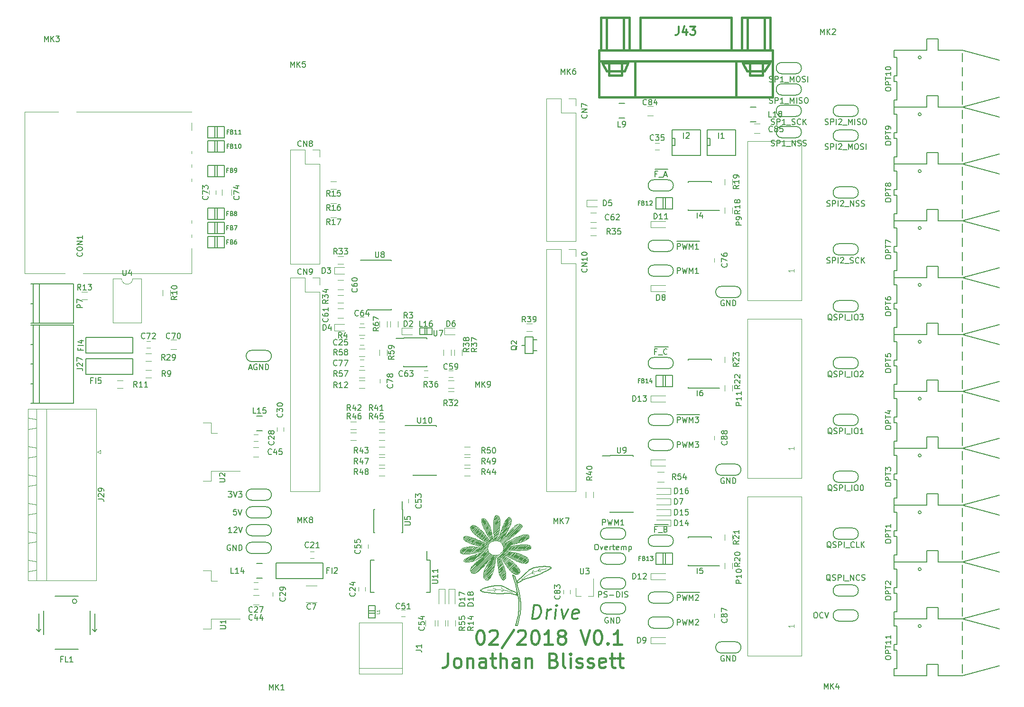
<source format=gbr>
G04 #@! TF.GenerationSoftware,KiCad,Pcbnew,(2018-01-25 revision 89a5a84af)-makepkg*
G04 #@! TF.CreationDate,2018-03-13T00:00:10+00:00*
G04 #@! TF.ProjectId,WolfDrive_H7Controller,576F6C6644726976655F4837436F6E74,rev?*
G04 #@! TF.SameCoordinates,Original*
G04 #@! TF.FileFunction,Legend,Top*
G04 #@! TF.FilePolarity,Positive*
%FSLAX46Y46*%
G04 Gerber Fmt 4.6, Leading zero omitted, Abs format (unit mm)*
G04 Created by KiCad (PCBNEW (2018-01-25 revision 89a5a84af)-makepkg) date Tue Mar 13 00:00:10 2018*
%MOMM*%
%LPD*%
G01*
G04 APERTURE LIST*
%ADD10C,0.300000*%
%ADD11C,0.100000*%
%ADD12C,0.150000*%
%ADD13C,0.400000*%
%ADD14C,0.120000*%
%ADD15C,0.149860*%
%ADD16C,0.127000*%
%ADD17C,0.381000*%
%ADD18C,0.099060*%
%ADD19C,0.304800*%
G04 APERTURE END LIST*
D10*
X40552154Y-20307952D02*
X40864654Y-17807952D01*
X41459892Y-17807952D01*
X41802154Y-17927000D01*
X42010488Y-18165095D01*
X42099773Y-18403190D01*
X42159297Y-18879380D01*
X42114654Y-19236523D01*
X41936083Y-19712714D01*
X41787273Y-19950809D01*
X41519416Y-20188904D01*
X41147392Y-20307952D01*
X40552154Y-20307952D01*
X43052154Y-20307952D02*
X43260488Y-18641285D01*
X43200964Y-19117476D02*
X43349773Y-18879380D01*
X43483702Y-18760333D01*
X43736678Y-18641285D01*
X43974773Y-18641285D01*
X44599773Y-20307952D02*
X44808107Y-18641285D01*
X44912273Y-17807952D02*
X44778345Y-17927000D01*
X44882511Y-18046047D01*
X45016440Y-17927000D01*
X44912273Y-17807952D01*
X44882511Y-18046047D01*
X45760488Y-18641285D02*
X46147392Y-20307952D01*
X46950964Y-18641285D01*
X48662273Y-20188904D02*
X48409297Y-20307952D01*
X47933107Y-20307952D01*
X47709892Y-20188904D01*
X47620607Y-19950809D01*
X47739654Y-18998428D01*
X47888464Y-18760333D01*
X48141440Y-18641285D01*
X48617630Y-18641285D01*
X48840845Y-18760333D01*
X48930130Y-18998428D01*
X48900369Y-19236523D01*
X47680130Y-19474619D01*
D11*
X35400258Y-15212015D02*
X35458334Y-15135681D01*
X35334571Y-15280072D02*
X35400258Y-15212015D01*
X35204891Y-15339763D02*
X35334571Y-15280072D01*
X35066417Y-15383208D02*
X35204891Y-15339763D01*
X35385308Y-15033553D02*
X35458334Y-15135681D01*
X35303630Y-14939723D02*
X35385308Y-15033553D01*
X35220351Y-14880634D02*
X35303630Y-14939723D01*
X35129333Y-14832767D02*
X35220351Y-14880634D01*
X34942654Y-14743765D02*
X35129333Y-14832767D01*
X34029232Y-15160611D02*
X34086626Y-15073800D01*
X33962862Y-15238817D02*
X34029232Y-15160611D01*
X33843695Y-15302910D02*
X33962862Y-15238817D01*
X33715336Y-15352267D02*
X33843695Y-15302910D01*
X34001811Y-14992630D02*
X34086626Y-15073800D01*
X33911294Y-14919096D02*
X34001811Y-14992630D01*
X33719696Y-14833115D02*
X33911294Y-14919096D01*
X33519378Y-14764392D02*
X33719696Y-14833115D01*
X33540005Y-15094427D02*
X32467391Y-15166622D01*
X34122679Y-15072835D02*
X33540005Y-15094427D01*
X34705441Y-15073800D02*
X34122679Y-15072835D01*
X35135120Y-15094436D02*
X34705441Y-15073800D01*
X35561470Y-15145995D02*
X35135120Y-15094436D01*
X35917175Y-15227868D02*
X35561470Y-15145995D01*
X36267277Y-15333366D02*
X35917175Y-15227868D01*
X36964119Y-15558539D02*
X36267277Y-15333366D01*
X41781436Y-11775948D02*
X41681029Y-11727048D01*
X40695460Y-12201682D02*
X40605655Y-12162718D01*
X40605655Y-12162718D02*
X40473837Y-12056557D01*
X42083117Y-11814625D02*
X41930320Y-11803380D01*
X38557830Y-13276261D02*
X39367059Y-12700873D01*
X40790769Y-12227435D02*
X40695460Y-12201682D01*
X41681029Y-11727048D02*
X41588170Y-11663103D01*
X40984690Y-12271014D02*
X40790769Y-12227435D01*
X40536036Y-11876508D02*
X40473503Y-12057653D01*
X40620569Y-11723387D02*
X40536036Y-11876508D01*
X40713951Y-11574827D02*
X40620569Y-11723387D01*
X41673141Y-11520680D02*
X41588889Y-11663656D01*
X41777957Y-11394184D02*
X41673141Y-11520680D01*
X41889732Y-11273147D02*
X41777957Y-11394184D01*
X42567255Y-11403530D02*
X43100605Y-11317568D01*
X41939026Y-11559078D02*
X42567255Y-11403530D01*
X41320214Y-11749244D02*
X41939026Y-11559078D01*
X40755908Y-11944559D02*
X41320214Y-11749244D01*
X40478904Y-12055238D02*
X40755908Y-11944559D01*
X40208990Y-12181387D02*
X40478904Y-12055238D01*
X39779447Y-12426467D02*
X40208990Y-12181387D01*
X39367059Y-12700873D02*
X39779447Y-12426467D01*
X41930320Y-11803380D02*
X41781436Y-11775948D01*
D12*
X37744921Y-15760953D02*
X37799438Y-16039906D01*
X37718382Y-15638312D02*
X37744921Y-15760953D01*
X37585043Y-15970137D02*
X37799438Y-16039906D01*
X37265655Y-15879899D02*
X37585043Y-15970137D01*
X36942357Y-15805546D02*
X37265655Y-15879899D01*
X36550476Y-15750683D02*
X36942357Y-15805546D01*
X36048868Y-15727170D02*
X36550476Y-15750683D01*
X35684357Y-15752164D02*
X36048868Y-15727170D01*
X35319968Y-15782034D02*
X35684357Y-15752164D01*
X34845817Y-15790478D02*
X35319968Y-15782034D01*
X34371615Y-15782034D02*
X34845817Y-15790478D01*
X33893003Y-15758555D02*
X34371615Y-15782034D01*
X33415425Y-15719333D02*
X33893003Y-15758555D01*
X32912741Y-15660867D02*
X33415425Y-15719333D01*
X32412208Y-15586093D02*
X32912741Y-15660867D01*
X32048229Y-15529523D02*
X32412208Y-15586093D01*
X31867895Y-15493992D02*
X32048229Y-15529523D01*
X31691146Y-15445016D02*
X31867895Y-15493992D01*
X31448180Y-15335289D02*
X31691146Y-15445016D01*
X31400443Y-15312664D02*
X31448180Y-15335289D01*
X31361966Y-15280425D02*
X31400443Y-15312664D01*
X31354128Y-15209887D02*
X31361966Y-15280425D01*
X31401154Y-15147186D02*
X31354128Y-15209887D01*
X31527678Y-15051795D02*
X31401154Y-15147186D01*
X31667634Y-14974758D02*
X31527678Y-15051795D01*
X32029159Y-14809623D02*
X31667634Y-14974758D01*
X32404371Y-14676928D02*
X32029159Y-14809623D01*
X32947870Y-14525755D02*
X32404371Y-14676928D01*
X33501639Y-14418286D02*
X32947870Y-14525755D01*
X33915852Y-14372272D02*
X33501639Y-14418286D01*
X34332427Y-14355585D02*
X33915852Y-14372272D01*
X34635317Y-14357428D02*
X34332427Y-14355585D01*
X34935925Y-14386936D02*
X34635317Y-14357428D01*
X35186810Y-14447737D02*
X34935925Y-14386936D01*
X35429695Y-14535851D02*
X35186810Y-14447737D01*
X35627688Y-14637288D02*
X35429695Y-14535851D01*
X35821577Y-14747467D02*
X35627688Y-14637288D01*
X36707229Y-15194211D02*
X35821577Y-14747467D01*
X37412615Y-15499879D02*
X36707229Y-15194211D01*
X37718382Y-15638312D02*
X37412615Y-15499879D01*
X37947462Y-13558291D02*
X37935781Y-13518129D01*
X38038112Y-13889353D02*
X37947462Y-13558291D01*
X38325522Y-13686304D02*
X38038112Y-13889353D01*
X38619610Y-13493446D02*
X38325522Y-13686304D01*
X39011491Y-13273992D02*
X38619610Y-13493446D01*
X39239767Y-13172734D02*
X39011491Y-13273992D01*
X39473911Y-13085889D02*
X39239767Y-13172734D01*
X39818767Y-12991838D02*
X39473911Y-13085889D01*
X40108759Y-12929137D02*
X39818767Y-12991838D01*
X40626043Y-12780222D02*
X40108759Y-12929137D01*
X41174677Y-12592119D02*
X40626043Y-12780222D01*
X41635996Y-12418869D02*
X41174677Y-12592119D01*
X42091679Y-12231588D02*
X41635996Y-12418869D01*
X42694808Y-11956551D02*
X42091679Y-12231588D01*
X43282999Y-11651603D02*
X42694808Y-11956551D01*
X43522981Y-11510136D02*
X43282999Y-11651603D01*
X43753257Y-11353774D02*
X43522981Y-11510136D01*
X43842893Y-11295724D02*
X43753257Y-11353774D01*
X43882732Y-11262535D02*
X43842893Y-11295724D01*
X43910009Y-11220534D02*
X43882732Y-11262535D01*
X43918494Y-11160960D02*
X43910009Y-11220534D01*
X43902171Y-11102969D02*
X43918494Y-11160960D01*
X43855146Y-11063781D02*
X43902171Y-11102969D01*
X43775229Y-11030379D02*
X43855146Y-11063781D01*
X43690556Y-11008918D02*
X43775229Y-11030379D01*
X43421832Y-10966115D02*
X43690556Y-11008918D01*
X43149759Y-10946217D02*
X43421832Y-10966115D01*
X42738284Y-10933872D02*
X43149759Y-10946217D01*
X42326808Y-10946217D02*
X42738284Y-10933872D01*
X41873893Y-10984402D02*
X42326808Y-10946217D01*
X41425481Y-11055944D02*
X41873893Y-10984402D01*
X40907327Y-11185908D02*
X41425481Y-11055944D01*
X40653773Y-11269650D02*
X40907327Y-11185908D01*
X40406589Y-11369449D02*
X40653773Y-11269650D01*
X40121900Y-11513055D02*
X40406589Y-11369449D01*
X39857955Y-11690792D02*
X40121900Y-11513055D01*
X39746413Y-11792086D02*
X39857955Y-11690792D01*
X39644113Y-11903419D02*
X39746413Y-11792086D01*
X39442561Y-12129699D02*
X39644113Y-11903419D01*
X38799875Y-12756709D02*
X39442561Y-12129699D01*
X38086651Y-13375882D02*
X38799875Y-12756709D01*
X37935781Y-13518129D02*
X38086651Y-13375882D01*
X37590475Y-21491781D02*
X37888169Y-21491781D01*
X37396832Y-12615298D02*
X37434798Y-12627884D01*
X37349465Y-12597647D02*
X37396832Y-12615298D01*
X37136854Y-12491022D02*
X37349465Y-12597647D01*
X37079300Y-12455919D02*
X37136854Y-12491022D01*
X37745687Y-13616489D02*
X37434798Y-12627884D01*
X37963753Y-14447236D02*
X37745687Y-13616489D01*
X38165887Y-15332327D02*
X37963753Y-14447236D01*
X38327231Y-16225684D02*
X38165887Y-15332327D01*
X38436752Y-17002309D02*
X38327231Y-16225684D01*
X38475363Y-17392353D02*
X38436752Y-17002309D01*
X38495989Y-17783450D02*
X38475363Y-17392353D01*
X38497360Y-18176996D02*
X38495989Y-17783450D01*
X38482203Y-18570584D02*
X38497360Y-18176996D01*
X38451221Y-18963291D02*
X38482203Y-18570584D01*
X38405120Y-19354196D02*
X38451221Y-18963291D01*
X38296925Y-19934752D02*
X38405120Y-19354196D01*
X38158473Y-20509539D02*
X38296925Y-19934752D01*
X37888169Y-21491781D02*
X38158473Y-20509539D01*
X37741869Y-21016392D02*
X37590475Y-21491781D01*
X37872883Y-20535502D02*
X37741869Y-21016392D01*
X38054612Y-19651475D02*
X37872883Y-20535502D01*
X38122459Y-19205324D02*
X38054612Y-19651475D01*
X38171455Y-18757053D02*
X38122459Y-19205324D01*
X38205899Y-18030346D02*
X38171455Y-18757053D01*
X38184436Y-17303139D02*
X38205899Y-18030346D01*
X38147468Y-16904637D02*
X38184436Y-17303139D01*
X38093586Y-16507783D02*
X38147468Y-16904637D01*
X37950771Y-15719411D02*
X38093586Y-16507783D01*
X37772841Y-14905558D02*
X37950771Y-15719411D01*
X37569649Y-14097255D02*
X37772841Y-14905558D01*
X37342825Y-13295185D02*
X37569649Y-14097255D01*
X37094000Y-12500029D02*
X37342825Y-13295185D01*
X37079300Y-12455919D02*
X37094000Y-12500029D01*
D11*
X29509237Y-3868029D02*
X29795775Y-3581491D01*
X29484670Y-4019876D02*
X29948040Y-3556505D01*
X29501377Y-4130447D02*
X30067518Y-3564307D01*
X29529627Y-4229477D02*
X30173601Y-3585503D01*
X29568370Y-4318012D02*
X30270866Y-3615517D01*
X28234902Y-5778760D02*
X28484977Y-5528685D01*
X29613102Y-4400560D02*
X30359697Y-3653965D01*
X31457902Y-2555761D02*
X31668226Y-2345437D01*
X28240878Y-5900063D02*
X28629854Y-5511087D01*
X29663199Y-4477742D02*
X30445440Y-3695502D01*
X31446650Y-2694292D02*
X31800783Y-2340159D01*
X28271491Y-5996730D02*
X28751443Y-5516777D01*
X29716524Y-4551696D02*
X30529235Y-3738986D01*
X31456035Y-2812186D02*
X31909724Y-2358496D01*
X28318555Y-6076945D02*
X28865980Y-5529520D01*
X29772579Y-4622921D02*
X30610848Y-3784651D01*
X31474527Y-2920972D02*
X32003301Y-2392198D01*
X28371229Y-6151550D02*
X28974568Y-5548211D01*
X29831204Y-4691575D02*
X30689217Y-3833562D01*
X31499640Y-3023139D02*
X32087574Y-2435205D01*
X28431791Y-6218267D02*
X29081184Y-5568874D01*
X29889829Y-4760229D02*
X30765064Y-3884995D01*
X31530107Y-3119951D02*
X32165368Y-2484690D01*
X28497881Y-6279457D02*
X29186452Y-5590885D01*
X29948454Y-4828883D02*
X30839108Y-3938230D01*
X31561356Y-3215981D02*
X32236431Y-2540906D01*
X28569719Y-6334898D02*
X29291031Y-5613586D01*
X30008447Y-4896169D02*
X30911511Y-3993106D01*
X31593307Y-3311310D02*
X32305123Y-2599494D01*
X28646013Y-6385882D02*
X29395079Y-5636817D01*
X30069527Y-4962369D02*
X30982426Y-4049470D01*
X31626624Y-3405272D02*
X32368092Y-2663804D01*
X28724152Y-6435023D02*
X29496579Y-5662596D01*
X30132645Y-5026530D02*
X31051980Y-4107195D01*
X31661137Y-3498039D02*
X32427465Y-2731710D01*
X28804927Y-6481528D02*
X29596782Y-5689672D01*
X30197926Y-5088529D02*
X31120322Y-4166132D01*
X31696537Y-3589917D02*
X32484187Y-2802267D01*
X28886146Y-6527587D02*
X29695255Y-5718479D01*
X30264149Y-5149585D02*
X31187153Y-4226580D01*
X31733596Y-3680137D02*
X32537457Y-2876277D01*
X28968625Y-6572387D02*
X29792154Y-5748858D01*
X30331483Y-5209530D02*
X31253912Y-4287101D01*
X31771966Y-3769046D02*
X32587566Y-2953446D01*
X29052374Y-6615918D02*
X29888433Y-5779859D01*
X30399955Y-5268337D02*
X31319445Y-4348847D01*
X31811567Y-3856725D02*
X32633998Y-3034294D01*
X27710516Y-8085056D02*
X28207416Y-7588155D01*
X29138918Y-6656653D02*
X29983329Y-5812243D01*
X30468953Y-5326619D02*
X31384373Y-4411198D01*
X31851588Y-3943984D02*
X32677681Y-3117890D01*
X33924978Y-1870593D02*
X33958067Y-1837504D01*
X27684965Y-8237886D02*
X28403528Y-7519322D01*
X29227348Y-6695502D02*
X30077777Y-5845073D01*
X30538447Y-5384403D02*
X31448748Y-4474103D01*
X31892835Y-4030016D02*
X32719991Y-3202860D01*
X33769816Y-2153035D02*
X34154187Y-1768664D01*
X27689048Y-8361082D02*
X28574360Y-7475769D01*
X29317551Y-6732578D02*
X30171358Y-5878772D01*
X30608761Y-5441368D02*
X31512296Y-4537834D01*
X31934423Y-4115706D02*
X32760365Y-3289765D01*
X33713442Y-2336688D02*
X34258814Y-1791315D01*
X27728388Y-8449021D02*
X28734320Y-7443089D01*
X29408915Y-6768493D02*
X30264208Y-5913201D01*
X30679090Y-5498319D02*
X31575243Y-4602166D01*
X31976848Y-4200561D02*
X32800739Y-3376670D01*
X33676417Y-2500991D02*
X34349387Y-1828022D01*
X27789057Y-8515631D02*
X28885198Y-7419490D01*
X29501249Y-6803439D02*
X30356606Y-5948082D01*
X30749448Y-5555240D02*
X31637671Y-4667018D01*
X32019584Y-4285104D02*
X32841058Y-3463630D01*
X33646822Y-2657866D02*
X34429044Y-1875644D01*
X27862548Y-8569419D02*
X29030592Y-7401376D01*
X29594393Y-6837574D02*
X30448071Y-5983897D01*
X30820776Y-5611191D02*
X31699485Y-4732482D01*
X32062999Y-4368969D02*
X32878770Y-3553197D01*
X33626699Y-2805269D02*
X34497293Y-1934674D01*
X27950811Y-8608436D02*
X29171507Y-7387739D01*
X29688229Y-6871018D02*
X30539283Y-6019963D01*
X30892574Y-5666672D02*
X31760568Y-4798679D01*
X32107250Y-4451997D02*
X32915040Y-3644207D01*
X33616341Y-2942906D02*
X34555303Y-2003943D01*
X28044389Y-8642137D02*
X29308514Y-7378012D01*
X29782876Y-6903650D02*
X30629689Y-6056837D01*
X30964833Y-5721693D02*
X31821164Y-4865361D01*
X32151867Y-4534659D02*
X32950097Y-3736429D01*
X33609583Y-3076943D02*
X34606408Y-2080117D01*
X28145631Y-8668174D02*
X29442079Y-7371726D01*
X29878116Y-6935689D02*
X30719781Y-6094024D01*
X31038007Y-5775798D02*
X31881279Y-4932526D01*
X32196680Y-4617125D02*
X32984585Y-3829220D01*
X33605187Y-3208618D02*
X34649523Y-2164282D01*
X28252468Y-8688616D02*
X29572589Y-7368496D01*
X29973962Y-6967122D02*
X30809367Y-6131717D01*
X31111739Y-5829345D02*
X31940671Y-5000413D01*
X32241494Y-4699590D02*
X33018264Y-3922820D01*
X33601099Y-3339985D02*
X34687525Y-2253559D01*
X28365335Y-8703029D02*
X29700254Y-7368110D01*
X30070803Y-6997560D02*
X30898516Y-6169847D01*
X31185962Y-5882401D02*
X31999612Y-5068751D01*
X32286520Y-4781844D02*
X33051589Y-4016774D01*
X33597287Y-3471077D02*
X34717342Y-2351022D01*
X28486045Y-8709598D02*
X29825152Y-7370491D01*
X30168302Y-7027341D02*
X30987396Y-6208246D01*
X31261059Y-5934584D02*
X32058341Y-5137302D01*
X32331557Y-4864086D02*
X33084710Y-4110932D01*
X33594097Y-3601546D02*
X34738061Y-2457581D01*
X28609828Y-8713094D02*
X29947828Y-7375094D01*
X30266449Y-7056473D02*
X31075549Y-6247372D01*
X31336155Y-5986767D02*
X32116708Y-5206214D01*
X32376594Y-4946328D02*
X33115683Y-4207239D01*
X33591686Y-3731235D02*
X34755061Y-2567861D01*
X28739221Y-8710980D02*
X30068366Y-7381835D01*
X30365377Y-7084824D02*
X31163574Y-6286627D01*
X31411406Y-6038795D02*
X32174836Y-5275365D01*
X32421631Y-5028570D02*
X33145652Y-4304549D01*
X33590006Y-3860195D02*
X34767416Y-2682785D01*
X28868614Y-8708866D02*
X30187164Y-7390316D01*
X30465260Y-7112221D02*
X31250686Y-6326795D01*
X31487403Y-6090077D02*
X32232616Y-5344864D01*
X32467370Y-5110111D02*
X33174823Y-4402657D01*
X33589765Y-3987715D02*
X34779755Y-2797725D01*
X29001995Y-8702764D02*
X30304437Y-7400322D01*
X30565841Y-7138919D02*
X31337713Y-6367047D01*
X31563401Y-6141359D02*
X32290079Y-5414680D01*
X32513168Y-5191591D02*
X33203253Y-4501507D01*
X33589899Y-4114860D02*
X34786104Y-2918655D01*
X29138755Y-8693284D02*
X30420235Y-7411804D01*
X30667146Y-7164893D02*
X31424014Y-6408025D01*
X31639920Y-6192118D02*
X32347217Y-5484822D01*
X32559758Y-5272280D02*
X33231682Y-4600357D01*
X33591601Y-4240437D02*
X34788728Y-3043311D01*
X29280881Y-8678437D02*
X30535463Y-7423855D01*
X30769395Y-7189923D02*
X31510227Y-6449091D01*
X31717108Y-6242210D02*
X32403951Y-5555367D01*
X32606437Y-5352881D02*
X33259327Y-4699991D01*
X33594497Y-4364821D02*
X34786741Y-3172577D01*
X29426312Y-8660285D02*
X30650195Y-7436402D01*
X30871883Y-7214714D02*
X31595936Y-6490661D01*
X31794296Y-6292301D02*
X32460257Y-5626340D01*
X32654622Y-5431975D02*
X33286717Y-4799880D01*
X33598410Y-4488188D02*
X34784315Y-3302282D01*
X28304180Y-9909697D02*
X28720857Y-9493020D01*
X29574814Y-8639062D02*
X30764493Y-7449383D01*
X30975898Y-7237978D02*
X31681519Y-6532357D01*
X31872709Y-6341167D02*
X32515846Y-5698031D01*
X32703029Y-5510848D02*
X33314108Y-4899769D01*
X33603365Y-4610512D02*
X34779023Y-3434853D01*
X28356193Y-9984962D02*
X29000607Y-9340548D01*
X29725767Y-8615388D02*
X30878791Y-7462365D01*
X31081683Y-7259473D02*
X31766690Y-6574466D01*
X31951610Y-6389546D02*
X32571434Y-5769722D01*
X32751435Y-5589721D02*
X33340285Y-5000871D01*
X33610201Y-4730954D02*
X34769615Y-3571541D01*
X28430153Y-10038282D02*
X29246808Y-9221627D01*
X29878855Y-8589580D02*
X30993089Y-7475346D01*
X31189671Y-7278764D02*
X31851861Y-6616574D01*
X32030511Y-6437924D02*
X32627023Y-5841412D01*
X32799841Y-5668594D02*
X33365774Y-5102661D01*
X33618361Y-4850074D02*
X34756874Y-3711561D01*
X35767436Y-2700999D02*
X36336156Y-2132279D01*
X28506201Y-10089513D02*
X29472226Y-9123488D01*
X30033224Y-8562490D02*
X31107386Y-7488328D01*
X31297659Y-7298055D02*
X31937031Y-6658683D01*
X34520729Y-1956478D02*
X34622130Y-2104579D01*
X34414561Y-1863787D02*
X34520729Y-1956478D01*
X34297508Y-1802881D02*
X34414561Y-1863787D01*
X34179361Y-1770430D02*
X34297508Y-1802881D01*
X34074466Y-1767272D02*
X34179361Y-1770430D01*
X34019119Y-1786718D02*
X34074466Y-1767272D01*
X33932861Y-1860515D02*
X34019119Y-1786718D01*
X33846157Y-1983438D02*
X33932861Y-1860515D01*
X33787235Y-2104836D02*
X33846157Y-1983438D01*
X33738121Y-2240731D02*
X33787235Y-2104836D01*
X33654127Y-2605357D02*
X33738121Y-2240731D01*
X33627150Y-2799268D02*
X33654127Y-2605357D01*
X33612237Y-2997444D02*
X33627150Y-2799268D01*
X33595167Y-3543972D02*
X33612237Y-2997444D01*
X33589571Y-4090639D02*
X33595167Y-3543972D01*
X33612770Y-4776209D02*
X33589571Y-4090639D01*
X33669310Y-5353215D02*
X33612770Y-4776209D01*
X33742784Y-5928600D02*
X33669310Y-5353215D01*
X32654897Y-8008029D02*
X32654897Y-8008029D01*
X32693877Y-8162688D02*
X32654897Y-8008029D01*
X32762365Y-8356166D02*
X32693877Y-8162688D01*
X32803458Y-8431503D02*
X32762365Y-8356166D01*
X32867835Y-8498004D02*
X32803458Y-8431503D01*
X32941644Y-8555165D02*
X32867835Y-8498004D01*
X33076642Y-8656499D02*
X32941644Y-8555165D01*
X33220793Y-8744535D02*
X33076642Y-8656499D01*
X33346007Y-8808858D02*
X33220793Y-8744535D01*
X33477332Y-8858552D02*
X33346007Y-8808858D01*
X33622001Y-8888381D02*
X33477332Y-8858552D01*
X33769503Y-8901309D02*
X33622001Y-8888381D01*
X34075925Y-8887057D02*
X33769503Y-8901309D01*
X34258833Y-8872970D02*
X34075925Y-8887057D01*
X34439357Y-8844300D02*
X34258833Y-8872970D01*
X34556396Y-8809156D02*
X34439357Y-8844300D01*
X34667392Y-8758787D02*
X34556396Y-8809156D01*
X34788536Y-8666147D02*
X34667392Y-8758787D01*
X34952436Y-8487995D02*
X34788536Y-8666147D01*
X35087832Y-8388229D02*
X34952436Y-8487995D01*
X35178922Y-8325996D02*
X35087832Y-8388229D01*
X35258859Y-8252833D02*
X35178922Y-8325996D01*
X35301473Y-8163766D02*
X35258859Y-8252833D01*
X35330120Y-8067554D02*
X35301473Y-8163766D01*
X35373130Y-7933702D02*
X35330120Y-8067554D01*
X35401381Y-7796762D02*
X35373130Y-7933702D01*
X35401486Y-7671927D02*
X35401381Y-7796762D01*
X35387129Y-7547349D02*
X35401486Y-7671927D01*
X35353098Y-7368195D02*
X35387129Y-7547349D01*
X35308742Y-7191043D02*
X35353098Y-7368195D01*
X35251733Y-6991512D02*
X35308742Y-7191043D01*
X35144841Y-6799108D02*
X35251733Y-6991512D01*
X35016571Y-6649459D02*
X35144841Y-6799108D01*
X34920813Y-6576108D02*
X35016571Y-6649459D01*
X34817040Y-6514063D02*
X34920813Y-6576108D01*
X34677265Y-6447222D02*
X34817040Y-6514063D01*
X34531996Y-6392919D02*
X34677265Y-6447222D01*
X34363062Y-6340377D02*
X34531996Y-6392919D01*
X34189943Y-6307406D02*
X34363062Y-6340377D01*
X34147186Y-6307406D02*
X34189943Y-6307406D01*
X33790881Y-6350163D02*
X34147186Y-6307406D01*
X33470206Y-6435676D02*
X33790881Y-6350163D01*
X33316457Y-6461282D02*
X33470206Y-6435676D01*
X33241028Y-6477471D02*
X33316457Y-6461282D01*
X33170910Y-6506937D02*
X33241028Y-6477471D01*
X33115611Y-6557759D02*
X33170910Y-6506937D01*
X33064018Y-6613829D02*
X33115611Y-6557759D01*
X33001434Y-6654540D02*
X33064018Y-6613829D01*
X32942875Y-6699342D02*
X33001434Y-6654540D01*
X32900118Y-6777729D02*
X32942875Y-6699342D01*
X32843109Y-6834738D02*
X32900118Y-6777729D01*
X32771211Y-6933474D02*
X32843109Y-6834738D01*
X38307294Y-11911793D02*
X38273720Y-12011974D01*
X38321438Y-11836918D02*
X38307294Y-11911793D01*
X38316109Y-11710282D02*
X38321438Y-11836918D01*
X38287029Y-11596476D02*
X38316109Y-11710282D01*
X38241771Y-11480979D02*
X38287029Y-11596476D01*
X38155870Y-11305982D02*
X38241771Y-11480979D01*
X38015805Y-11082462D02*
X38155870Y-11305982D01*
X37769509Y-10777205D02*
X38015805Y-11082462D01*
X37499708Y-10492114D02*
X37769509Y-10777205D01*
X37162601Y-10171229D02*
X37499708Y-10492114D01*
X36810920Y-9866434D02*
X37162601Y-10171229D01*
X36313495Y-9475571D02*
X36810920Y-9866434D01*
X35777112Y-9088969D02*
X36313495Y-9475571D01*
X35738275Y-9029070D02*
X35777112Y-9088969D01*
X35749279Y-8958535D02*
X35738275Y-9029070D01*
X35775432Y-8928653D02*
X35749279Y-8958535D01*
X35809820Y-8911708D02*
X35775432Y-8928653D01*
X35848052Y-8908894D02*
X35809820Y-8911708D01*
X35885739Y-8921406D02*
X35848052Y-8908894D01*
X36509578Y-9288456D02*
X35885739Y-8921406D01*
X37141633Y-9641190D02*
X36509578Y-9288456D01*
X37790748Y-9955055D02*
X37141633Y-9641190D01*
X38124468Y-10089739D02*
X37790748Y-9955055D01*
X38465768Y-10205500D02*
X38124468Y-10089739D01*
X38758778Y-10284356D02*
X38465768Y-10205500D01*
X39055161Y-10349998D02*
X38758778Y-10284356D01*
X39249425Y-10369052D02*
X39055161Y-10349998D01*
X39364872Y-10360691D02*
X39249425Y-10369052D01*
X39570903Y-10308896D02*
X39364872Y-10360691D01*
X39625451Y-10283323D02*
X39570903Y-10308896D01*
X39699562Y-10221312D02*
X39625451Y-10283323D01*
X39782373Y-10106333D02*
X39699562Y-10221312D01*
X39833224Y-9984659D02*
X39782373Y-10106333D01*
X39850846Y-9882921D02*
X39833224Y-9984659D01*
X39842165Y-9750310D02*
X39850846Y-9882921D01*
X39790671Y-9586745D02*
X39842165Y-9750310D01*
X39713907Y-9450068D02*
X39790671Y-9586745D01*
X39594977Y-9318793D02*
X39713907Y-9450068D01*
X39478235Y-9227759D02*
X39594977Y-9318793D01*
X39307392Y-9114910D02*
X39478235Y-9227759D01*
X39127752Y-9014694D02*
X39307392Y-9114910D01*
X38844053Y-8882353D02*
X39127752Y-9014694D01*
X38407282Y-8711413D02*
X38844053Y-8882353D01*
X37909832Y-8559250D02*
X38407282Y-8711413D01*
X37400027Y-8430667D02*
X37909832Y-8559250D01*
X36932537Y-8336881D02*
X37400027Y-8430667D01*
X36462696Y-8254987D02*
X36932537Y-8336881D01*
X35992486Y-8187859D02*
X36462696Y-8254987D01*
X35929565Y-8152086D02*
X35992486Y-8187859D01*
X35907263Y-8083228D02*
X35929565Y-8152086D01*
X35917329Y-8044815D02*
X35907263Y-8083228D01*
X35940539Y-8014303D02*
X35917329Y-8044815D01*
X35973496Y-7994721D02*
X35940539Y-8014303D01*
X36012805Y-7989096D02*
X35973496Y-7994721D01*
X36634593Y-8029723D02*
X36012805Y-7989096D01*
X37256870Y-8060230D02*
X36634593Y-8029723D01*
X38043711Y-8073445D02*
X37256870Y-8060230D01*
X38830204Y-8053245D02*
X38043711Y-8073445D01*
X39223942Y-8024874D02*
X38830204Y-8053245D01*
X39512587Y-7987348D02*
X39223942Y-8024874D01*
X39720390Y-7944611D02*
X39512587Y-7987348D01*
X39885874Y-7899283D02*
X39720390Y-7944611D01*
X39991744Y-7861912D02*
X39885874Y-7899283D01*
X40174733Y-7781439D02*
X39991744Y-7861912D01*
X40264972Y-7716141D02*
X40174733Y-7781439D01*
X40302427Y-7655477D02*
X40264972Y-7716141D01*
X40333094Y-7537530D02*
X40302427Y-7655477D01*
X40328564Y-7415968D02*
X40333094Y-7537530D01*
X40291225Y-7333793D02*
X40328564Y-7415968D01*
X40239331Y-7260505D02*
X40291225Y-7333793D01*
X40151971Y-7195173D02*
X40239331Y-7260505D01*
X39988283Y-7121875D02*
X40151971Y-7195173D01*
X39884903Y-7091090D02*
X39988283Y-7121875D01*
X39542548Y-7032539D02*
X39884903Y-7091090D01*
X39349248Y-7018245D02*
X39542548Y-7032539D01*
X39084849Y-7013123D02*
X39349248Y-7018245D01*
X38544324Y-7034225D02*
X39084849Y-7013123D01*
X38170229Y-7070885D02*
X38544324Y-7034225D01*
X37518406Y-7159607D02*
X38170229Y-7070885D01*
X36685652Y-7296910D02*
X37518406Y-7159607D01*
X36615125Y-7281881D02*
X36685652Y-7296910D01*
X36573043Y-7223323D02*
X36615125Y-7281881D01*
X36570858Y-7183673D02*
X36573043Y-7223323D01*
X36583605Y-7147518D02*
X36570858Y-7183673D01*
X36608978Y-7118781D02*
X36583605Y-7147518D01*
X36644675Y-7101385D02*
X36608978Y-7118781D01*
X37591879Y-6862542D02*
X36644675Y-7101385D01*
X38122841Y-6707101D02*
X37591879Y-6862542D01*
X38557390Y-6561101D02*
X38122841Y-6707101D01*
X38963098Y-6396736D02*
X38557390Y-6561101D01*
X39338962Y-6217053D02*
X38963098Y-6396736D01*
X39694985Y-5999338D02*
X39338962Y-6217053D01*
X39837561Y-5869190D02*
X39694985Y-5999338D01*
X39921299Y-5763158D02*
X39837561Y-5869190D01*
X39955917Y-5674429D02*
X39921299Y-5763158D01*
X39947789Y-5502527D02*
X39955917Y-5674429D01*
X39912667Y-5411901D02*
X39947789Y-5502527D01*
X39858886Y-5354244D02*
X39912667Y-5411901D01*
X39694444Y-5258118D02*
X39858886Y-5354244D01*
X39598993Y-5219826D02*
X39694444Y-5258118D01*
X39417370Y-5195882D02*
X39598993Y-5219826D01*
X39276025Y-5201144D02*
X39417370Y-5195882D01*
X38902441Y-5260333D02*
X39276025Y-5201144D01*
X38663968Y-5327153D02*
X38902441Y-5260333D01*
X38081220Y-5538942D02*
X38663968Y-5327153D01*
X37509650Y-5778327D02*
X38081220Y-5538942D01*
X37073037Y-5992658D02*
X37509650Y-5778327D01*
X36644727Y-6223400D02*
X37073037Y-5992658D01*
X35800174Y-6707779D02*
X36644727Y-6223400D01*
X35729460Y-6718703D02*
X35800174Y-6707779D01*
X35669549Y-6679582D02*
X35729460Y-6718703D01*
X35653095Y-6643441D02*
X35669549Y-6679582D01*
X35651821Y-6605126D02*
X35653095Y-6643441D01*
X35665007Y-6569130D02*
X35651821Y-6605126D01*
X35691933Y-6539943D02*
X35665007Y-6569130D01*
X36821183Y-5720224D02*
X35691933Y-6539943D01*
X37370413Y-5290978D02*
X36821183Y-5720224D01*
X37899124Y-4837050D02*
X37370413Y-5290978D01*
X38146079Y-4601663D02*
X37899124Y-4837050D01*
X38342627Y-4388748D02*
X38146079Y-4601663D01*
X38528599Y-4166325D02*
X38342627Y-4388748D01*
X38655336Y-3972780D02*
X38528599Y-4166325D01*
X38700273Y-3875734D02*
X38655336Y-3972780D01*
X38754541Y-3676146D02*
X38700273Y-3875734D01*
X38754258Y-3612685D02*
X38754541Y-3676146D01*
X38704215Y-3528708D02*
X38754258Y-3612685D01*
X38587165Y-3425565D02*
X38704215Y-3528708D01*
X38478008Y-3370134D02*
X38587165Y-3425565D01*
X38362178Y-3331447D02*
X38478008Y-3370134D01*
X38217158Y-3315602D02*
X38362178Y-3331447D01*
X38066428Y-3326821D02*
X38217158Y-3315602D01*
X37906467Y-3369467D02*
X38066428Y-3326821D01*
X37729230Y-3450114D02*
X37906467Y-3369467D01*
X37612244Y-3524150D02*
X37729230Y-3450114D01*
X37439874Y-3655395D02*
X37612244Y-3524150D01*
X37203257Y-3847139D02*
X37439874Y-3655395D01*
X36972202Y-4052901D02*
X37203257Y-3847139D01*
X36665850Y-4376017D02*
X36972202Y-4052901D01*
X36382106Y-4719824D02*
X36665850Y-4376017D01*
X35852472Y-5426042D02*
X36382106Y-4719824D01*
X35791098Y-5464908D02*
X35852472Y-5426042D01*
X35719612Y-5451977D02*
X35791098Y-5464908D01*
X35690554Y-5424913D02*
X35719612Y-5451977D01*
X35674681Y-5390018D02*
X35690554Y-5424913D01*
X35673051Y-5351716D02*
X35674681Y-5390018D01*
X35686722Y-5314434D02*
X35673051Y-5351716D01*
X35875009Y-5011086D02*
X35686722Y-5314434D01*
X36095539Y-4626607D02*
X35875009Y-5011086D01*
X36432013Y-3949184D02*
X36095539Y-4626607D01*
X36577877Y-3601180D02*
X36432013Y-3949184D01*
X36697287Y-3243490D02*
X36577877Y-3601180D01*
X36750577Y-3035279D02*
X36697287Y-3243490D01*
X36784962Y-2823486D02*
X36750577Y-3035279D01*
X36788517Y-2583488D02*
X36784962Y-2823486D01*
X36760388Y-2441493D02*
X36788517Y-2583488D01*
X36708255Y-2326621D02*
X36760388Y-2441493D01*
X36635021Y-2230995D02*
X36708255Y-2326621D01*
X36554326Y-2167242D02*
X36635021Y-2230995D01*
X36465880Y-2128358D02*
X36554326Y-2167242D01*
X36370145Y-2122512D02*
X36465880Y-2128358D01*
X36273505Y-2155541D02*
X36370145Y-2122512D01*
X36120078Y-2266254D02*
X36273505Y-2155541D01*
X35964638Y-2422162D02*
X36120078Y-2266254D01*
X35852074Y-2568398D02*
X35964638Y-2422162D01*
X35748837Y-2730137D02*
X35852074Y-2568398D01*
X35608771Y-2988687D02*
X35748837Y-2730137D01*
X35365297Y-3491307D02*
X35608771Y-2988687D01*
X35088859Y-4157862D02*
X35365297Y-3491307D01*
X34864664Y-4769279D02*
X35088859Y-4157862D01*
X34598541Y-5604491D02*
X34864664Y-4769279D01*
X34552702Y-5660471D02*
X34598541Y-5604491D01*
X34481102Y-5670879D02*
X34552702Y-5660471D01*
X34444925Y-5654504D02*
X34481102Y-5670879D01*
X34418744Y-5626501D02*
X34444925Y-5654504D01*
X34404974Y-5590723D02*
X34418744Y-5626501D01*
X34406030Y-5551028D02*
X34404974Y-5590723D01*
X34468051Y-5287162D02*
X34406030Y-5551028D01*
X34668564Y-4327655D02*
X34468051Y-5287162D01*
X34742077Y-3843963D02*
X34668564Y-4327655D01*
X34783296Y-3356755D02*
X34742077Y-3843963D01*
X34788945Y-3054690D02*
X34783296Y-3356755D01*
X34779739Y-2797411D02*
X34788945Y-3054690D01*
X34753535Y-2553667D02*
X34779739Y-2797411D01*
X34726521Y-2385922D02*
X34753535Y-2553667D01*
X34699168Y-2281931D02*
X34726521Y-2385922D01*
X34622130Y-2104579D02*
X34699168Y-2281931D01*
X32714839Y-7041395D02*
X32771211Y-6933474D01*
X32673032Y-7192053D02*
X32714839Y-7041395D01*
X32650704Y-7347818D02*
X32673032Y-7192053D01*
X32621978Y-7622253D02*
X32650704Y-7347818D01*
X32629326Y-7896528D02*
X32621978Y-7622253D01*
X32654897Y-8008029D02*
X32629326Y-7896528D01*
X37997370Y-12308033D02*
X38255660Y-12049743D01*
X37814080Y-12364043D02*
X38316834Y-11861289D01*
X37684820Y-12366024D02*
X38317949Y-11732895D01*
X37580483Y-12343082D02*
X38296172Y-11627393D01*
X39456296Y-10339989D02*
X39838652Y-9957633D01*
X37484152Y-12312134D02*
X38262474Y-11533812D01*
X39301970Y-10367037D02*
X39848677Y-9820330D01*
X37394293Y-12274713D02*
X38224076Y-11444931D01*
X39178115Y-10363612D02*
X39830933Y-9710794D01*
X37311581Y-12230146D02*
X38182169Y-11359558D01*
X39063455Y-10350993D02*
X39800190Y-9614257D01*
X37232014Y-12182434D02*
X38138077Y-11276370D01*
X38957954Y-10329215D02*
X39759417Y-9527751D01*
X37155144Y-12132025D02*
X38090304Y-11196865D01*
X38853765Y-10306125D02*
X39712063Y-9447826D01*
X37080172Y-12079717D02*
X38040149Y-11119741D01*
X38750378Y-10282232D02*
X39653320Y-9379291D01*
X37006949Y-12025661D02*
X37987677Y-11044933D01*
X38648794Y-10256537D02*
X39590343Y-9314988D01*
X36935503Y-11969828D02*
X37932443Y-10972888D01*
X38548840Y-10229212D02*
X39519648Y-9258404D01*
X36865791Y-11912260D02*
X37875769Y-10902283D01*
X35470985Y-13307066D02*
X35777149Y-13000903D01*
X38450268Y-10200505D02*
X39444980Y-9205792D01*
X36797779Y-11852993D02*
X37817758Y-10833015D01*
X35326350Y-13324423D02*
X35824866Y-12825907D01*
X38354009Y-10169484D02*
X39368331Y-9155163D01*
X36731435Y-11792058D02*
X37758512Y-10764981D01*
X35227933Y-13295560D02*
X35840451Y-12683043D01*
X38258663Y-10137551D02*
X39290646Y-9105568D01*
X36666733Y-11729481D02*
X37698129Y-10698085D01*
X35149736Y-13246478D02*
X35842651Y-12553563D01*
X38164819Y-10104116D02*
X39208945Y-9059989D01*
X36603652Y-11665283D02*
X37636701Y-10632234D01*
X35086455Y-13182480D02*
X35836010Y-12432925D01*
X38072216Y-10069439D02*
X39127225Y-9014430D01*
X36542275Y-11599381D02*
X37573779Y-10567876D01*
X35029336Y-13112319D02*
X35827631Y-12314025D01*
X37980551Y-10033826D02*
X39042116Y-8972260D01*
X36482421Y-11531955D02*
X37510858Y-10503518D01*
X34979828Y-13034548D02*
X35812125Y-12202252D01*
X40051436Y-7835661D02*
X40330308Y-7556789D01*
X37890334Y-9996763D02*
X38955170Y-8931927D01*
X36424158Y-11462940D02*
X37446639Y-10440459D01*
X34931742Y-12955355D02*
X35795797Y-12091301D01*
X39850976Y-7908842D02*
X40330526Y-7429292D01*
X37800626Y-9959192D02*
X38867157Y-8892661D01*
X36366424Y-11393394D02*
X37382139Y-10377678D01*
X34889365Y-12870453D02*
X35774942Y-11984876D01*
X39679523Y-7953016D02*
X40293782Y-7338756D01*
X37712476Y-9920063D02*
X38778085Y-8854454D01*
X36309665Y-11322874D02*
X37317304Y-10315235D01*
X34848801Y-12783737D02*
X35751968Y-11880571D01*
X39519290Y-7985970D02*
X40241705Y-7263554D01*
X37624552Y-9880707D02*
X38687945Y-8817314D01*
X36253484Y-11251775D02*
X37251385Y-10253874D01*
X34812433Y-12692826D02*
X35728189Y-11777070D01*
X39369409Y-8008572D02*
X40170177Y-7207804D01*
X37538150Y-9839830D02*
X38596734Y-8781247D01*
X36198680Y-11179300D02*
X37185467Y-10192513D01*
X34778234Y-12599746D02*
X35703050Y-11674930D01*
X39226065Y-8024636D02*
X40086482Y-7164219D01*
X37451934Y-9798767D02*
X38504382Y-8746319D01*
X36144319Y-11106382D02*
X37118577Y-10132124D01*
X34745528Y-12505173D02*
X35677881Y-11572820D01*
X39088811Y-8034611D02*
X39997602Y-7125820D01*
X37366902Y-9756520D02*
X38410759Y-8712663D01*
X36090839Y-11032583D02*
X37051171Y-10072251D01*
X34714522Y-12408900D02*
X35651495Y-11471927D01*
X38951648Y-8044495D02*
X39900429Y-7095713D01*
X37282151Y-9713992D02*
X38315500Y-8680642D01*
X36038100Y-10958043D02*
X36983653Y-10012490D01*
X34685263Y-12310879D02*
X35624039Y-11372104D01*
X38814922Y-8053942D02*
X39794543Y-7074320D01*
X37198309Y-9670554D02*
X38219073Y-8649790D01*
X35985757Y-10883107D02*
X36914688Y-9954176D01*
X34657597Y-12211266D02*
X35595427Y-11273436D01*
X38681567Y-8060017D02*
X39686511Y-7055073D01*
X37114799Y-9626785D02*
X38121580Y-8620004D01*
X35934376Y-10807209D02*
X36845723Y-9895862D01*
X34631465Y-12110119D02*
X35565841Y-11175743D01*
X38549449Y-8064856D02*
X39576458Y-7037847D01*
X37031980Y-9582325D02*
X38023149Y-8591155D01*
X35883297Y-10731008D02*
X36776197Y-9838108D01*
X34607024Y-12007281D02*
X35535304Y-11079001D01*
X38418272Y-8068754D02*
X39460550Y-7026476D01*
X36949503Y-9537522D02*
X37923833Y-8563192D01*
X35832736Y-10654290D02*
X36706100Y-9780926D01*
X34583781Y-11903245D02*
X35503827Y-10983199D01*
X38288569Y-8071178D02*
X39341649Y-7018098D01*
X36867540Y-9492206D02*
X37823414Y-8536333D01*
X35782846Y-10576901D02*
X36635465Y-9724281D01*
X34561873Y-11797874D02*
X35471217Y-10888529D01*
X38159830Y-8072638D02*
X39216788Y-7015679D01*
X36785905Y-9446563D02*
X37722813Y-8509654D01*
X35733203Y-10499264D02*
X36564648Y-9667819D01*
X34541119Y-11691348D02*
X35437812Y-10794655D01*
X38031787Y-8073401D02*
X39091928Y-7013260D01*
X36704639Y-9400549D02*
X37621708Y-8483481D01*
X35683561Y-10421627D02*
X36493013Y-9612175D01*
X34521206Y-11583982D02*
X35403650Y-10701539D01*
X37904973Y-8072936D02*
X38961227Y-7016682D01*
X36623660Y-9354249D02*
X37519492Y-8458416D01*
X35634315Y-10343594D02*
X36421142Y-9556767D01*
X34502321Y-11475588D02*
X35368763Y-10609146D01*
X32638252Y-13339657D02*
X33136114Y-12841795D01*
X37778803Y-8071826D02*
X38830174Y-7020456D01*
X36542936Y-9307694D02*
X37416205Y-8434425D01*
X35585532Y-10265098D02*
X36348588Y-9502042D01*
X34483577Y-11367053D02*
X35333001Y-10517629D01*
X32488422Y-13362207D02*
X33272663Y-12577966D01*
X37653178Y-8070173D02*
X38696634Y-7026717D01*
X36462508Y-9260842D02*
X37311877Y-8411473D01*
X35537308Y-10186042D02*
X36275305Y-9448046D01*
X34464833Y-11258517D02*
X35296502Y-10426849D01*
X32381982Y-13341369D02*
X33368756Y-12354595D01*
X39429170Y-6166901D02*
X39958172Y-5637899D01*
X37528558Y-8067513D02*
X38562755Y-7033317D01*
X36382290Y-9213781D02*
X37206547Y-8389524D01*
X35489324Y-10106747D02*
X36201338Y-9394733D01*
X34446089Y-11149982D02*
X35258780Y-10337292D01*
X32287781Y-13308290D02*
X33443519Y-12152552D01*
X39163407Y-6305385D02*
X39949946Y-5518846D01*
X37404314Y-8064478D02*
X38422643Y-7046149D01*
X36302072Y-9166720D02*
X37100086Y-8368706D01*
X35442078Y-10026714D02*
X36127371Y-9341421D01*
X34427345Y-11041447D02*
X35219975Y-10248817D01*
X32197871Y-13270921D02*
X33505373Y-11963419D01*
X38930909Y-6410604D02*
X39917807Y-5423706D01*
X37280599Y-8060914D02*
X38281536Y-7059977D01*
X36221854Y-9119659D02*
X36993124Y-8348389D01*
X35394832Y-9946680D02*
X36053404Y-9288109D01*
X34410362Y-10931151D02*
X35181170Y-10160342D01*
X32116271Y-13225242D02*
X33558502Y-11783011D01*
X38713062Y-6501172D02*
X39859445Y-5354789D01*
X37158116Y-8056117D02*
X38139436Y-7074797D01*
X36141755Y-9072478D02*
X36885644Y-8328590D01*
X35347586Y-9866647D02*
X35979437Y-9234796D01*
X34394019Y-10820214D02*
X35142366Y-10071868D01*
X32043267Y-13170967D02*
X33606175Y-11608059D01*
X38508214Y-6578741D02*
X39780653Y-5306301D01*
X37035926Y-8051029D02*
X37993631Y-7093323D01*
X36061710Y-9025244D02*
X36777487Y-8309467D01*
X35300856Y-9786098D02*
X35905470Y-9181484D01*
X34378921Y-10708033D02*
X35103561Y-9983393D01*
X31981260Y-13105695D02*
X33650237Y-11436718D01*
X38314291Y-6645384D02*
X39699013Y-5260662D01*
X36914181Y-8045494D02*
X37847826Y-7111849D01*
X35981665Y-8978010D02*
X36669209Y-8290466D01*
X35254302Y-9705373D02*
X35831503Y-9128172D01*
X34364034Y-10595641D02*
X35064757Y-9894919D01*
X31926487Y-13033188D02*
X33691738Y-11267937D01*
X38126462Y-6705934D02*
X39608990Y-5223406D01*
X36793698Y-8038698D02*
X37699011Y-7133385D01*
X35901619Y-8930776D02*
X36560591Y-8271805D01*
X35207748Y-9624648D02*
X35759904Y-9072492D01*
X34350425Y-10481971D02*
X35025952Y-9806444D01*
X31882120Y-12950276D02*
X33730780Y-11101615D01*
X37943546Y-6761570D02*
X39502743Y-5202374D01*
X36673215Y-8031902D02*
X37550113Y-7155004D01*
X35778134Y-8926982D02*
X36451699Y-8253417D01*
X35161194Y-9543922D02*
X35756019Y-8949097D01*
X34337004Y-10368113D02*
X34987147Y-9717969D01*
X31845863Y-12859253D02*
X33767282Y-10937834D01*
X37763715Y-6814123D02*
X39380586Y-5197252D01*
X36553418Y-8024419D02*
X37398453Y-7179385D01*
X35114641Y-9463197D02*
X36340321Y-8237517D01*
X34324503Y-10253335D02*
X34948343Y-9629495D01*
X31821672Y-12756165D02*
X33801199Y-10776639D01*
X37586714Y-6863844D02*
X39245259Y-5205299D01*
X36433945Y-8016613D02*
X37246045Y-7204513D01*
X35068087Y-9382472D02*
X36228942Y-8221616D01*
X34312325Y-10138233D02*
X34909538Y-9541020D01*
X31802434Y-12648125D02*
X33832156Y-10618402D01*
X37416519Y-6906760D02*
X39096246Y-5227033D01*
X36314472Y-8008807D02*
X37093637Y-7229642D01*
X35021093Y-9302186D02*
X36117564Y-8205715D01*
X34300749Y-10022530D02*
X34870733Y-9452546D01*
X31797555Y-12525724D02*
X33859594Y-10463685D01*
X37246324Y-6949675D02*
X38942595Y-5253404D01*
X33742784Y-5928600D02*
X33742784Y-5928600D01*
X33724065Y-5998921D02*
X33742784Y-5928600D01*
X33662638Y-6037935D02*
X33724065Y-5998921D01*
X33622929Y-6037706D02*
X33662638Y-6037935D01*
X33587616Y-6022786D02*
X33622929Y-6037706D01*
X33560474Y-5995713D02*
X33587616Y-6022786D01*
X33545278Y-5959025D02*
X33560474Y-5995713D01*
X33387106Y-5190086D02*
X33545278Y-5959025D01*
X33238639Y-4624546D02*
X33387106Y-5190086D01*
X33089347Y-4124115D02*
X33238639Y-4624546D01*
X32970680Y-3790572D02*
X33089347Y-4124115D01*
X32840229Y-3461673D02*
X32970680Y-3790572D01*
X32711184Y-3183905D02*
X32840229Y-3461673D01*
X32592902Y-2961663D02*
X32711184Y-3183905D01*
X32526336Y-2859151D02*
X32592902Y-2961663D01*
X32326659Y-2618555D02*
X32526336Y-2859151D01*
X32148682Y-2471491D02*
X32326659Y-2618555D01*
X31939882Y-2365643D02*
X32148682Y-2471491D01*
X31823494Y-2340979D02*
X31939882Y-2365643D01*
X31680232Y-2343007D02*
X31823494Y-2340979D01*
X31581967Y-2366230D02*
X31680232Y-2343007D01*
X31529483Y-2398042D02*
X31581967Y-2366230D01*
X31499502Y-2436119D02*
X31529483Y-2398042D01*
X31460257Y-2538558D02*
X31499502Y-2436119D01*
X31446622Y-2693498D02*
X31460257Y-2538558D01*
X31461754Y-2855696D02*
X31446622Y-2693498D01*
X31497100Y-3015070D02*
X31461754Y-2855696D01*
X31691817Y-3578337D02*
X31497100Y-3015070D01*
X31841080Y-3922068D02*
X31691817Y-3578337D01*
X32005943Y-4258755D02*
X31841080Y-3922068D01*
X32243808Y-4703848D02*
X32005943Y-4258755D01*
X32612386Y-5363155D02*
X32243808Y-4703848D01*
X33007120Y-6006335D02*
X32612386Y-5363155D01*
X33019850Y-6076060D02*
X33007120Y-6006335D01*
X32983171Y-6136709D02*
X33019850Y-6076060D01*
X32947684Y-6154529D02*
X32983171Y-6136709D01*
X32909446Y-6157264D02*
X32947684Y-6154529D01*
X32872972Y-6145460D02*
X32909446Y-6157264D01*
X32842780Y-6119667D02*
X32872972Y-6145460D01*
X32439489Y-5599557D02*
X32842780Y-6119667D01*
X31959707Y-5022172D02*
X32439489Y-5599557D01*
X31620234Y-4648551D02*
X31959707Y-5022172D01*
X31261230Y-4293735D02*
X31620234Y-4648551D01*
X30981570Y-4048760D02*
X31261230Y-4293735D01*
X30682255Y-3828862D02*
X30981570Y-4048760D01*
X30494125Y-3719776D02*
X30682255Y-3828862D01*
X30298042Y-3625247D02*
X30494125Y-3719776D01*
X30219880Y-3597263D02*
X30298042Y-3625247D01*
X30037102Y-3558715D02*
X30219880Y-3597263D01*
X29935164Y-3556744D02*
X30037102Y-3558715D01*
X29835197Y-3569135D02*
X29935164Y-3556744D01*
X29705564Y-3624016D02*
X29835197Y-3569135D01*
X29618735Y-3700400D02*
X29705564Y-3624016D01*
X29535921Y-3810605D02*
X29618735Y-3700400D01*
X29497270Y-3897351D02*
X29535921Y-3810605D01*
X29484540Y-4018876D02*
X29497270Y-3897351D01*
X29507057Y-4160506D02*
X29484540Y-4018876D01*
X29551454Y-4283292D02*
X29507057Y-4160506D01*
X29612221Y-4399164D02*
X29551454Y-4283292D01*
X29764703Y-4613698D02*
X29612221Y-4399164D01*
X29968439Y-4852287D02*
X29764703Y-4613698D01*
X30145605Y-5039409D02*
X29968439Y-4852287D01*
X30539658Y-5385410D02*
X30145605Y-5039409D01*
X30958688Y-5717149D02*
X30539658Y-5385410D01*
X31398352Y-6029987D02*
X30958688Y-5717149D01*
X31816280Y-6306568D02*
X31398352Y-6029987D01*
X32411327Y-6671422D02*
X31816280Y-6306568D01*
X32454553Y-6728416D02*
X32411327Y-6671422D01*
X32448648Y-6799703D02*
X32454553Y-6728416D01*
X32424692Y-6831373D02*
X32448648Y-6799703D01*
X32391600Y-6850726D02*
X32424692Y-6831373D01*
X32353665Y-6856258D02*
X32391600Y-6850726D01*
X32315182Y-6846465D02*
X32353665Y-6856258D01*
X31661548Y-6522483D02*
X32315182Y-6846465D01*
X31000705Y-6213996D02*
X31661548Y-6522483D01*
X30367400Y-5952157D02*
X31000705Y-6213996D01*
X29720820Y-5725958D02*
X30367400Y-5952157D01*
X29414816Y-5641223D02*
X29720820Y-5725958D01*
X29109483Y-5574359D02*
X29414816Y-5641223D01*
X28802027Y-5519858D02*
X29109483Y-5574359D01*
X28591377Y-5509730D02*
X28802027Y-5519858D01*
X28469654Y-5532174D02*
X28591377Y-5509730D01*
X28396847Y-5567768D02*
X28469654Y-5532174D01*
X28326105Y-5618502D02*
X28396847Y-5567768D01*
X28264197Y-5678140D02*
X28326105Y-5618502D01*
X28235931Y-5759528D02*
X28264197Y-5678140D01*
X28233987Y-5869643D02*
X28235931Y-5759528D01*
X28273311Y-6002027D02*
X28233987Y-5869643D01*
X28360471Y-6138914D02*
X28273311Y-6002027D01*
X28452151Y-6238890D02*
X28360471Y-6138914D01*
X28556375Y-6325981D02*
X28452151Y-6238890D01*
X28690550Y-6415644D02*
X28556375Y-6325981D01*
X28903419Y-6537383D02*
X28690550Y-6415644D01*
X29121482Y-6648993D02*
X28903419Y-6537383D01*
X29572283Y-6829694D02*
X29121482Y-6648993D01*
X30106086Y-7008650D02*
X29572283Y-6829694D01*
X34635936Y-5487128D02*
X36610681Y-3512384D01*
X30492005Y-9758339D02*
X32621705Y-7628639D01*
X33921462Y-6328882D02*
X36531138Y-3719206D01*
X30722734Y-9654889D02*
X32618914Y-7758709D01*
X34064814Y-6312809D02*
X36434794Y-3942829D01*
X30970384Y-9534519D02*
X32627333Y-7877570D01*
X34196665Y-6308237D02*
X36320228Y-4184674D01*
X31221363Y-9410819D02*
X32648320Y-7983862D01*
X34305719Y-6326463D02*
X36191994Y-4440188D01*
X29636874Y-11122587D02*
X30827484Y-9931977D01*
X31402794Y-9356667D02*
X32673194Y-8086267D01*
X34406355Y-6353106D02*
X36048078Y-4711383D01*
X29527431Y-11359309D02*
X31220632Y-9666108D01*
X31463806Y-9422934D02*
X32701126Y-8185614D01*
X34503254Y-6383486D02*
X35873953Y-5012787D01*
X29496444Y-11517575D02*
X32732483Y-8281536D01*
X34597830Y-6416189D02*
X35676729Y-5337290D01*
X29499195Y-11642104D02*
X32769647Y-8371652D01*
X34688889Y-6452410D02*
X35702613Y-5438686D01*
X36250532Y-4890767D02*
X37625603Y-3515695D01*
X29518263Y-11750315D02*
X32819200Y-8449377D01*
X34775658Y-6492920D02*
X35808953Y-5459625D01*
X35879624Y-5388953D02*
X37893542Y-3375035D01*
X29554953Y-11840904D02*
X32884384Y-8511473D01*
X34858296Y-6537561D02*
X38069316Y-3326541D01*
X29603327Y-11919810D02*
X32956318Y-8566818D01*
X34936146Y-6586991D02*
X38207006Y-3316131D01*
X29657420Y-11992995D02*
X33028235Y-8622180D01*
X35008018Y-6642398D02*
X38324064Y-3326352D01*
X29717109Y-12060586D02*
X33103817Y-8673877D01*
X35071797Y-6705898D02*
X38426656Y-3351039D01*
X29789230Y-12115743D02*
X33182658Y-8722316D01*
X35128439Y-6776535D02*
X38516979Y-3387995D01*
X29877051Y-12155202D02*
X33264278Y-8767975D01*
X35179753Y-6852500D02*
X38597802Y-3434451D01*
X29980224Y-12179308D02*
X33349291Y-8810241D01*
X35225366Y-6934166D02*
X38666172Y-3493361D01*
X30104352Y-12182459D02*
X33440627Y-8846185D01*
X35263323Y-7023489D02*
X35651977Y-6634835D01*
X35885639Y-6401172D02*
X38725905Y-3560907D01*
X30260634Y-12153456D02*
X33539994Y-8874097D01*
X35291735Y-7122356D02*
X35704711Y-6709380D01*
X36337501Y-6076590D02*
X38755400Y-3658691D01*
X30461044Y-12080326D02*
X33649940Y-8891430D01*
X35317069Y-7224301D02*
X35879484Y-6661885D01*
X36821038Y-5720332D02*
X38714676Y-3826694D01*
X30759329Y-11909321D02*
X32481302Y-10187347D01*
X32845249Y-9823400D02*
X33767475Y-8901175D01*
X35342556Y-7326093D02*
X36181567Y-6487082D01*
X37411785Y-5256864D02*
X38585337Y-4083312D01*
X32914021Y-9881908D02*
X33895595Y-8900333D01*
X35366292Y-7429637D02*
X36479358Y-6316571D01*
X32820158Y-10103050D02*
X34032725Y-8890482D01*
X35385530Y-7537678D02*
X36766729Y-6156479D01*
X32576782Y-10473704D02*
X34170403Y-8880083D01*
X32109412Y-6486302D02*
X32682611Y-5913103D01*
X32848247Y-5747467D02*
X33390327Y-5205387D01*
X33628059Y-4967656D02*
X34740629Y-3855085D01*
X35610683Y-2985031D02*
X36466936Y-2128778D01*
X28588870Y-10134123D02*
X29687029Y-9035964D01*
X30188883Y-8534110D02*
X31221684Y-7501309D01*
X31405647Y-7317346D02*
X32022145Y-6700848D01*
X32188313Y-6534680D02*
X32738200Y-5984794D01*
X32896653Y-5826340D02*
X33412464Y-5310529D01*
X33639093Y-5083900D02*
X34720933Y-4002060D01*
X35483217Y-3239776D02*
X36555143Y-2167850D01*
X28689859Y-10160414D02*
X29895410Y-8954862D01*
X30347520Y-8502752D02*
X31335982Y-7514291D01*
X31504789Y-7345483D02*
X32107172Y-6743100D01*
X32267214Y-6583059D02*
X32793788Y-6056484D01*
X32945060Y-5905213D02*
X33434601Y-5415671D01*
X33651344Y-5198928D02*
X34698148Y-4152125D01*
X35370707Y-3479566D02*
X36626455Y-2223817D01*
X28804930Y-10172622D02*
X30096886Y-8880666D01*
X30510628Y-8466924D02*
X31451882Y-7525670D01*
X31545946Y-7431606D02*
X32192199Y-6785352D01*
X32346115Y-6631437D02*
X32850179Y-6127373D01*
X32993466Y-5984086D02*
X33456738Y-5520814D01*
X33664594Y-5312958D02*
X34672457Y-4305095D01*
X35271728Y-3705823D02*
X36684332Y-2293219D01*
X28928555Y-10176276D02*
X30291327Y-8813504D01*
X30676912Y-8427919D02*
X32277227Y-6827604D01*
X32423877Y-6680954D02*
X32951909Y-6152921D01*
X33016433Y-6088398D02*
X33478458Y-5626373D01*
X33678565Y-5426266D02*
X34643269Y-4461562D01*
X35182064Y-3922767D02*
X36731105Y-2373726D01*
X29063922Y-10168188D02*
X30480330Y-8751780D01*
X30843196Y-8388915D02*
X32378047Y-6854063D01*
X32456238Y-6775872D02*
X33499748Y-5732362D01*
X33692878Y-5539232D02*
X34612542Y-4619569D01*
X35098323Y-4133787D02*
X36766026Y-2466084D01*
X29205198Y-10154191D02*
X30666597Y-8692792D01*
X31009479Y-8349910D02*
X33521038Y-5838351D01*
X33707211Y-5652179D02*
X34579503Y-4779886D01*
X35018979Y-4340410D02*
X36786709Y-2572681D01*
X29356924Y-10129745D02*
X30852068Y-8634601D01*
X31175763Y-8310906D02*
X33542329Y-5944340D01*
X33721723Y-5764946D02*
X34544524Y-4942145D01*
X34944439Y-4542229D02*
X36791023Y-2695645D01*
X29520540Y-10093408D02*
X31037449Y-8576499D01*
X31342047Y-8271901D02*
X33589916Y-6024032D01*
X33736235Y-5877713D02*
X34508697Y-5105251D01*
X34875263Y-4738685D02*
X36784243Y-2829705D01*
X29692224Y-10049003D02*
X31222118Y-8519109D01*
X31445181Y-8296046D02*
X32726458Y-7014769D01*
X33271250Y-6469977D02*
X34472075Y-5269152D01*
X34814494Y-4926733D02*
X36761226Y-2980001D01*
X29873557Y-9994950D02*
X31406919Y-8461587D01*
X31469410Y-8399096D02*
X32672394Y-7196113D01*
X33423181Y-6445325D02*
X34433239Y-5435267D01*
X34754975Y-5113531D02*
X36724356Y-3144150D01*
X30069978Y-9925807D02*
X32651111Y-7344674D01*
X33594936Y-6400850D02*
X34404993Y-5590792D01*
X34695456Y-5300330D02*
X36674012Y-3321773D01*
X30276264Y-9846801D02*
X32633577Y-7489488D01*
X33767605Y-6355459D02*
X34459869Y-5663196D01*
X30648280Y-7160275D02*
X30106086Y-7008650D01*
X31064016Y-7256317D02*
X30648280Y-7160275D01*
X31464742Y-7327903D02*
X31064016Y-7256317D01*
X31526251Y-7366017D02*
X31464742Y-7327903D01*
X31545946Y-7435645D02*
X31526251Y-7366017D01*
X31534448Y-7473654D02*
X31545946Y-7435645D01*
X31510112Y-7503275D02*
X31534448Y-7473654D01*
X31476444Y-7521610D02*
X31510112Y-7503275D01*
X31436952Y-7525758D02*
X31476444Y-7521610D01*
X30609362Y-7431764D02*
X31436952Y-7525758D01*
X29995087Y-7377081D02*
X30609362Y-7431764D01*
X29415288Y-7372450D02*
X29995087Y-7377081D01*
X29126031Y-7391298D02*
X29415288Y-7372450D01*
X28838247Y-7425789D02*
X29126031Y-7391298D01*
X28445571Y-7505776D02*
X28838247Y-7425789D01*
X28273145Y-7561332D02*
X28445571Y-7505776D01*
X28134924Y-7617738D02*
X28273145Y-7561332D01*
X28050019Y-7662415D02*
X28134924Y-7617738D01*
X27945203Y-7733903D02*
X28050019Y-7662415D01*
X27832427Y-7837354D02*
X27945203Y-7733903D01*
X27757140Y-7950718D02*
X27832427Y-7837354D01*
X27711518Y-8079638D02*
X27757140Y-7950718D01*
X27686295Y-8215906D02*
X27711518Y-8079638D01*
X27682631Y-8336007D02*
X27686295Y-8215906D01*
X27709239Y-8421646D02*
X27682631Y-8336007D01*
X27762882Y-8493085D02*
X27709239Y-8421646D01*
X27863244Y-8569913D02*
X27762882Y-8493085D01*
X28024934Y-8636782D02*
X27863244Y-8569913D01*
X28206027Y-8681206D02*
X28024934Y-8636782D01*
X28390915Y-8705741D02*
X28206027Y-8681206D01*
X28583042Y-8713531D02*
X28390915Y-8705741D01*
X28878138Y-8708710D02*
X28583042Y-8713531D01*
X29188585Y-8688821D02*
X28878138Y-8708710D01*
X29811872Y-8601334D02*
X29188585Y-8688821D01*
X30430994Y-8485603D02*
X29811872Y-8601334D01*
X31353140Y-8269299D02*
X30430994Y-8485603D01*
X31424509Y-8279892D02*
X31353140Y-8269299D01*
X31470173Y-8335754D02*
X31424509Y-8279892D01*
X31474809Y-8375193D02*
X31470173Y-8335754D01*
X31464325Y-8412067D02*
X31474809Y-8375193D01*
X31440779Y-8442320D02*
X31464325Y-8412067D01*
X31406228Y-8461893D02*
X31440779Y-8442320D01*
X30628039Y-8704890D02*
X31406228Y-8461893D01*
X30243240Y-8829345D02*
X30628039Y-8704890D01*
X29606385Y-9068150D02*
X30243240Y-8829345D01*
X29101081Y-9290063D02*
X29606385Y-9068150D01*
X28736799Y-9483763D02*
X29101081Y-9290063D01*
X28564758Y-9588160D02*
X28736799Y-9483763D01*
X28462495Y-9665056D02*
X28564758Y-9588160D01*
X28384686Y-9739819D02*
X28462495Y-9665056D01*
X28318785Y-9823573D02*
X28384686Y-9739819D01*
X28305604Y-9879048D02*
X28318785Y-9823573D01*
X28306427Y-9935100D02*
X28305604Y-9879048D01*
X28325662Y-9962951D02*
X28306427Y-9935100D01*
X28449010Y-10051877D02*
X28325662Y-9962951D01*
X28578222Y-10130790D02*
X28449010Y-10051877D01*
X28719602Y-10166990D02*
X28578222Y-10130790D01*
X28944190Y-10176652D02*
X28719602Y-10166990D01*
X29248889Y-10149486D02*
X28944190Y-10176652D01*
X29516440Y-10094451D02*
X29248889Y-10149486D01*
X29780832Y-10025011D02*
X29516440Y-10094451D01*
X30225406Y-9866947D02*
X29780832Y-10025011D01*
X30666336Y-9681581D02*
X30225406Y-9866947D01*
X30884717Y-9576741D02*
X30666336Y-9681581D01*
X31325040Y-9359719D02*
X30884717Y-9576741D01*
X31394269Y-9353530D02*
X31325040Y-9359719D01*
X31450810Y-9393953D02*
X31394269Y-9353530D01*
X31466126Y-9430591D02*
X31450810Y-9393953D01*
X31466201Y-9468926D02*
X31466126Y-9430591D01*
X31451896Y-9504493D02*
X31466201Y-9468926D01*
X31424071Y-9532824D02*
X31451896Y-9504493D01*
X31080664Y-9757809D02*
X31424071Y-9532824D01*
X30744337Y-9992885D02*
X31080664Y-9757809D01*
X30412364Y-10255891D02*
X30744337Y-9992885D01*
X30098600Y-10540168D02*
X30412364Y-10255891D01*
X29913530Y-10732415D02*
X30098600Y-10540168D01*
X29746516Y-10940100D02*
X29913530Y-10732415D01*
X29659176Y-11077502D02*
X29746516Y-10940100D01*
X29531396Y-11346360D02*
X29659176Y-11077502D01*
X29500210Y-11459362D02*
X29531396Y-11346360D01*
X29494364Y-11607795D02*
X29500210Y-11459362D01*
X29518783Y-11752968D02*
X29494364Y-11607795D01*
X29558225Y-11848244D02*
X29518783Y-11752968D01*
X29617957Y-11943025D02*
X29558225Y-11848244D01*
X29694017Y-12039338D02*
X29617957Y-11943025D01*
X29774681Y-12108650D02*
X29694017Y-12039338D01*
X29894852Y-12162493D02*
X29774681Y-12108650D01*
X30027359Y-12186401D02*
X29894852Y-12162493D01*
X30192527Y-12172406D02*
X30027359Y-12186401D01*
X30363990Y-12121223D02*
X30192527Y-12172406D01*
X30550458Y-12036342D02*
X30363990Y-12121223D01*
X30726699Y-11931560D02*
X30550458Y-12036342D01*
X31071803Y-11679669D02*
X30726699Y-11931560D01*
X31257498Y-11525615D02*
X31071803Y-11679669D01*
X31608863Y-11184831D02*
X31257498Y-11525615D01*
X31958931Y-10811093D02*
X31608863Y-11184831D01*
X32358058Y-10340501D02*
X31958931Y-10811093D01*
X32743326Y-9858272D02*
X32358058Y-10340501D01*
X32805696Y-9821636D02*
X32743326Y-9858272D01*
X32876456Y-9836645D02*
X32805696Y-9821636D01*
X32904734Y-9864524D02*
X32876456Y-9836645D01*
X32919610Y-9899856D02*
X32904734Y-9864524D01*
X32920152Y-9938188D02*
X32919610Y-9899856D01*
X32905428Y-9975067D02*
X32920152Y-9938188D01*
X32629673Y-10388952D02*
X32905428Y-9975067D01*
X32424706Y-10734475D02*
X32629673Y-10388952D01*
X32201577Y-11156667D02*
X32424706Y-10734475D01*
X32064779Y-11452693D02*
X32201577Y-11156667D01*
X31947108Y-11756616D02*
X32064779Y-11452693D01*
X31828920Y-12191823D02*
X31947108Y-11756616D01*
X31796878Y-12456402D02*
X31828920Y-12191823D01*
X31803114Y-12658451D02*
X31796878Y-12456402D01*
X31845012Y-12857037D02*
X31803114Y-12658451D01*
X31904355Y-13000119D02*
X31845012Y-12857037D01*
X31977785Y-13101836D02*
X31904355Y-13000119D01*
X32064777Y-13191588D02*
X31977785Y-13101836D01*
X32185584Y-13265815D02*
X32064777Y-13191588D01*
X32329349Y-13325566D02*
X32185584Y-13265815D01*
X32468280Y-13362516D02*
X32329349Y-13325566D01*
X32581980Y-13356682D02*
X32468280Y-13362516D01*
X32716671Y-13310183D02*
X32581980Y-13356682D01*
X32882739Y-13181378D02*
X32716671Y-13310183D01*
X33021099Y-13023491D02*
X32882739Y-13181378D01*
X33099938Y-12903748D02*
X33021099Y-13023491D01*
X33291212Y-12538334D02*
X33099938Y-12903748D01*
X33442957Y-12154223D02*
X33291212Y-12538334D01*
X33565812Y-11758121D02*
X33442957Y-12154223D01*
X33670411Y-11356735D02*
X33565812Y-11758121D01*
X33835471Y-10601460D02*
X33670411Y-11356735D01*
X33906678Y-10181302D02*
X33835471Y-10601460D01*
X34041524Y-9333207D02*
X33906678Y-10181302D01*
X34072285Y-9276725D02*
X34041524Y-9333207D01*
X34131080Y-9250658D02*
X34072285Y-9276725D01*
X34170553Y-9254989D02*
X34131080Y-9250658D01*
X34204136Y-9273479D02*
X34170553Y-9254989D01*
X34228334Y-9303212D02*
X34204136Y-9273479D01*
X34239656Y-9341274D02*
X34228334Y-9303212D01*
X34316370Y-10178665D02*
X34239656Y-9341274D01*
X34422347Y-11012505D02*
X34316370Y-10178665D01*
X34518796Y-11570984D02*
X34422347Y-11012505D01*
X34574414Y-11861317D02*
X34518796Y-11570984D01*
X34662057Y-12228234D02*
X34574414Y-11861317D01*
X34774036Y-12588322D02*
X34662057Y-12228234D01*
X34865466Y-12822572D02*
X34774036Y-12588322D01*
X34938353Y-12968600D02*
X34865466Y-12822572D01*
X35026201Y-13108283D02*
X34938353Y-12968600D01*
X35097351Y-13195080D02*
X35026201Y-13108283D01*
X35178462Y-13271608D02*
X35097351Y-13195080D01*
X35255925Y-13306701D02*
X35178462Y-13271608D01*
X35338071Y-13326703D02*
X35255925Y-13306701D01*
X35417203Y-13321962D02*
X35338071Y-13326703D01*
X35552262Y-13274067D02*
X35417203Y-13321962D01*
X35645014Y-13212507D02*
X35552262Y-13274067D01*
X35726774Y-13113307D02*
X35645014Y-13212507D01*
X35793565Y-12960081D02*
X35726774Y-13113307D01*
X35836806Y-12764937D02*
X35793565Y-12960081D01*
X35842808Y-12529376D02*
X35836806Y-12764937D01*
X35826778Y-12301923D02*
X35842808Y-12529376D01*
X35795867Y-12091671D02*
X35826778Y-12301923D01*
X35727666Y-11774794D02*
X35795867Y-12091671D01*
X35617137Y-11347239D02*
X35727666Y-11774794D01*
X35461101Y-10859205D02*
X35617137Y-11347239D01*
X35277793Y-10380642D02*
X35461101Y-10859205D01*
X34846218Y-9396652D02*
X35277793Y-10380642D01*
X34843176Y-9326179D02*
X34846218Y-9396652D01*
X34887407Y-9271230D02*
X34843176Y-9326179D01*
X34924931Y-9258236D02*
X34887407Y-9271230D01*
X34963196Y-9260558D02*
X34924931Y-9258236D01*
X34997799Y-9277060D02*
X34963196Y-9260558D01*
X35024334Y-9306603D02*
X34997799Y-9277060D01*
X35335545Y-9846249D02*
X35024334Y-9306603D01*
X35656826Y-10379816D02*
X35335545Y-9846249D01*
X35986390Y-10884041D02*
X35656826Y-10379816D01*
X36344940Y-11367515D02*
X35986390Y-10884041D01*
X36587696Y-11648795D02*
X36344940Y-11367515D01*
X36830145Y-11881933D02*
X36587696Y-11648795D01*
X37094336Y-12090024D02*
X36830145Y-11881933D01*
X37258706Y-12199600D02*
X37094336Y-12090024D01*
X37432437Y-12292852D02*
X37258706Y-12199600D01*
X37630219Y-12358290D02*
X37432437Y-12292852D01*
X37750203Y-12371527D02*
X37630219Y-12358290D01*
X37881505Y-12352323D02*
X37750203Y-12371527D01*
X38006238Y-12304337D02*
X37881505Y-12352323D01*
X38107417Y-12235694D02*
X38006238Y-12304337D01*
X38195322Y-12145094D02*
X38107417Y-12235694D01*
X38273720Y-12011974D02*
X38195322Y-12145094D01*
X35399386Y-7651100D02*
X37040747Y-6009739D01*
X32401551Y-10776215D02*
X34311127Y-8866639D01*
X35402923Y-7774843D02*
X37299089Y-5878677D01*
X32254828Y-11050217D02*
X34468716Y-8836329D01*
X35373742Y-7931304D02*
X37540651Y-5764394D01*
X32133989Y-11298335D02*
X34030749Y-9401575D01*
X34175291Y-9257033D02*
X34683778Y-8748547D01*
X35315429Y-8116896D02*
X37767137Y-5665187D01*
X32035530Y-11524073D02*
X34006937Y-9552667D01*
X34236210Y-9323393D02*
X37981712Y-5577891D01*
X31956292Y-11730591D02*
X33983125Y-9703758D01*
X34248104Y-9438779D02*
X38188426Y-5498457D01*
X31898621Y-11915541D02*
X33958988Y-9855174D01*
X34258251Y-9555911D02*
X36577786Y-7236377D01*
X36735740Y-7078422D02*
X38389672Y-5424490D01*
X31853607Y-12087834D02*
X33934673Y-10006769D01*
X34268398Y-9673043D02*
X36646258Y-7295184D01*
X36905935Y-7035506D02*
X38586962Y-5354480D01*
X31821077Y-12247643D02*
X33910357Y-10158363D01*
X34278724Y-9789996D02*
X35924359Y-8144362D01*
X36075527Y-7993194D02*
X36788821Y-7279899D01*
X37076130Y-6992591D02*
X38775548Y-5293172D01*
X31803370Y-12392630D02*
X33885507Y-10310493D01*
X34289569Y-9906431D02*
X34838425Y-9357575D01*
X34938234Y-9257766D02*
X36006185Y-8189815D01*
X36195000Y-8001000D02*
X36941229Y-7254771D01*
D13*
X31183666Y-22336952D02*
X31421761Y-22336952D01*
X31659857Y-22456000D01*
X31778904Y-22575047D01*
X31897952Y-22813142D01*
X32016999Y-23289333D01*
X32016999Y-23884571D01*
X31897952Y-24360761D01*
X31778904Y-24598857D01*
X31659857Y-24717904D01*
X31421761Y-24836952D01*
X31183666Y-24836952D01*
X30945571Y-24717904D01*
X30826523Y-24598857D01*
X30707476Y-24360761D01*
X30588428Y-23884571D01*
X30588428Y-23289333D01*
X30707476Y-22813142D01*
X30826523Y-22575047D01*
X30945571Y-22456000D01*
X31183666Y-22336952D01*
X32969380Y-22575047D02*
X33088428Y-22456000D01*
X33326523Y-22336952D01*
X33921761Y-22336952D01*
X34159857Y-22456000D01*
X34278904Y-22575047D01*
X34397952Y-22813142D01*
X34397952Y-23051238D01*
X34278904Y-23408380D01*
X32850333Y-24836952D01*
X34397952Y-24836952D01*
X37255095Y-22217904D02*
X35112238Y-25432190D01*
X37969380Y-22575047D02*
X38088428Y-22456000D01*
X38326523Y-22336952D01*
X38921761Y-22336952D01*
X39159857Y-22456000D01*
X39278904Y-22575047D01*
X39397952Y-22813142D01*
X39397952Y-23051238D01*
X39278904Y-23408380D01*
X37850333Y-24836952D01*
X39397952Y-24836952D01*
X40945571Y-22336952D02*
X41183666Y-22336952D01*
X41421761Y-22456000D01*
X41540809Y-22575047D01*
X41659857Y-22813142D01*
X41778904Y-23289333D01*
X41778904Y-23884571D01*
X41659857Y-24360761D01*
X41540809Y-24598857D01*
X41421761Y-24717904D01*
X41183666Y-24836952D01*
X40945571Y-24836952D01*
X40707476Y-24717904D01*
X40588428Y-24598857D01*
X40469380Y-24360761D01*
X40350333Y-23884571D01*
X40350333Y-23289333D01*
X40469380Y-22813142D01*
X40588428Y-22575047D01*
X40707476Y-22456000D01*
X40945571Y-22336952D01*
X44159857Y-24836952D02*
X42731285Y-24836952D01*
X43445571Y-24836952D02*
X43445571Y-22336952D01*
X43207476Y-22694095D01*
X42969380Y-22932190D01*
X42731285Y-23051238D01*
X45588428Y-23408380D02*
X45350333Y-23289333D01*
X45231285Y-23170285D01*
X45112238Y-22932190D01*
X45112238Y-22813142D01*
X45231285Y-22575047D01*
X45350333Y-22456000D01*
X45588428Y-22336952D01*
X46064619Y-22336952D01*
X46302714Y-22456000D01*
X46421761Y-22575047D01*
X46540809Y-22813142D01*
X46540809Y-22932190D01*
X46421761Y-23170285D01*
X46302714Y-23289333D01*
X46064619Y-23408380D01*
X45588428Y-23408380D01*
X45350333Y-23527428D01*
X45231285Y-23646476D01*
X45112238Y-23884571D01*
X45112238Y-24360761D01*
X45231285Y-24598857D01*
X45350333Y-24717904D01*
X45588428Y-24836952D01*
X46064619Y-24836952D01*
X46302714Y-24717904D01*
X46421761Y-24598857D01*
X46540809Y-24360761D01*
X46540809Y-23884571D01*
X46421761Y-23646476D01*
X46302714Y-23527428D01*
X46064619Y-23408380D01*
X49159857Y-22336952D02*
X49993190Y-24836952D01*
X50826523Y-22336952D01*
X52136047Y-22336952D02*
X52374142Y-22336952D01*
X52612238Y-22456000D01*
X52731285Y-22575047D01*
X52850333Y-22813142D01*
X52969380Y-23289333D01*
X52969380Y-23884571D01*
X52850333Y-24360761D01*
X52731285Y-24598857D01*
X52612238Y-24717904D01*
X52374142Y-24836952D01*
X52136047Y-24836952D01*
X51897952Y-24717904D01*
X51778904Y-24598857D01*
X51659857Y-24360761D01*
X51540809Y-23884571D01*
X51540809Y-23289333D01*
X51659857Y-22813142D01*
X51778904Y-22575047D01*
X51897952Y-22456000D01*
X52136047Y-22336952D01*
X54040809Y-24598857D02*
X54159857Y-24717904D01*
X54040809Y-24836952D01*
X53921761Y-24717904D01*
X54040809Y-24598857D01*
X54040809Y-24836952D01*
X56540809Y-24836952D02*
X55112238Y-24836952D01*
X55826523Y-24836952D02*
X55826523Y-22336952D01*
X55588428Y-22694095D01*
X55350333Y-22932190D01*
X55112238Y-23051238D01*
X25469380Y-26486952D02*
X25469380Y-28272666D01*
X25350333Y-28629809D01*
X25112238Y-28867904D01*
X24755095Y-28986952D01*
X24516999Y-28986952D01*
X27016999Y-28986952D02*
X26778904Y-28867904D01*
X26659857Y-28748857D01*
X26540809Y-28510761D01*
X26540809Y-27796476D01*
X26659857Y-27558380D01*
X26778904Y-27439333D01*
X27016999Y-27320285D01*
X27374142Y-27320285D01*
X27612238Y-27439333D01*
X27731285Y-27558380D01*
X27850333Y-27796476D01*
X27850333Y-28510761D01*
X27731285Y-28748857D01*
X27612238Y-28867904D01*
X27374142Y-28986952D01*
X27016999Y-28986952D01*
X28921761Y-27320285D02*
X28921761Y-28986952D01*
X28921761Y-27558380D02*
X29040809Y-27439333D01*
X29278904Y-27320285D01*
X29636047Y-27320285D01*
X29874142Y-27439333D01*
X29993190Y-27677428D01*
X29993190Y-28986952D01*
X32255095Y-28986952D02*
X32255095Y-27677428D01*
X32136047Y-27439333D01*
X31897952Y-27320285D01*
X31421761Y-27320285D01*
X31183666Y-27439333D01*
X32255095Y-28867904D02*
X32016999Y-28986952D01*
X31421761Y-28986952D01*
X31183666Y-28867904D01*
X31064619Y-28629809D01*
X31064619Y-28391714D01*
X31183666Y-28153619D01*
X31421761Y-28034571D01*
X32016999Y-28034571D01*
X32255095Y-27915523D01*
X33088428Y-27320285D02*
X34040809Y-27320285D01*
X33445571Y-26486952D02*
X33445571Y-28629809D01*
X33564619Y-28867904D01*
X33802714Y-28986952D01*
X34040809Y-28986952D01*
X34874142Y-28986952D02*
X34874142Y-26486952D01*
X35945571Y-28986952D02*
X35945571Y-27677428D01*
X35826523Y-27439333D01*
X35588428Y-27320285D01*
X35231285Y-27320285D01*
X34993190Y-27439333D01*
X34874142Y-27558380D01*
X38207476Y-28986952D02*
X38207476Y-27677428D01*
X38088428Y-27439333D01*
X37850333Y-27320285D01*
X37374142Y-27320285D01*
X37136047Y-27439333D01*
X38207476Y-28867904D02*
X37969380Y-28986952D01*
X37374142Y-28986952D01*
X37136047Y-28867904D01*
X37016999Y-28629809D01*
X37016999Y-28391714D01*
X37136047Y-28153619D01*
X37374142Y-28034571D01*
X37969380Y-28034571D01*
X38207476Y-27915523D01*
X39397952Y-27320285D02*
X39397952Y-28986952D01*
X39397952Y-27558380D02*
X39516999Y-27439333D01*
X39755095Y-27320285D01*
X40112238Y-27320285D01*
X40350333Y-27439333D01*
X40469380Y-27677428D01*
X40469380Y-28986952D01*
X44397952Y-27677428D02*
X44755095Y-27796476D01*
X44874142Y-27915523D01*
X44993190Y-28153619D01*
X44993190Y-28510761D01*
X44874142Y-28748857D01*
X44755095Y-28867904D01*
X44516999Y-28986952D01*
X43564619Y-28986952D01*
X43564619Y-26486952D01*
X44397952Y-26486952D01*
X44636047Y-26606000D01*
X44755095Y-26725047D01*
X44874142Y-26963142D01*
X44874142Y-27201238D01*
X44755095Y-27439333D01*
X44636047Y-27558380D01*
X44397952Y-27677428D01*
X43564619Y-27677428D01*
X46421761Y-28986952D02*
X46183666Y-28867904D01*
X46064619Y-28629809D01*
X46064619Y-26486952D01*
X47374142Y-28986952D02*
X47374142Y-27320285D01*
X47374142Y-26486952D02*
X47255095Y-26606000D01*
X47374142Y-26725047D01*
X47493190Y-26606000D01*
X47374142Y-26486952D01*
X47374142Y-26725047D01*
X48445571Y-28867904D02*
X48683666Y-28986952D01*
X49159857Y-28986952D01*
X49397952Y-28867904D01*
X49516999Y-28629809D01*
X49516999Y-28510761D01*
X49397952Y-28272666D01*
X49159857Y-28153619D01*
X48802714Y-28153619D01*
X48564619Y-28034571D01*
X48445571Y-27796476D01*
X48445571Y-27677428D01*
X48564619Y-27439333D01*
X48802714Y-27320285D01*
X49159857Y-27320285D01*
X49397952Y-27439333D01*
X50469380Y-28867904D02*
X50707476Y-28986952D01*
X51183666Y-28986952D01*
X51421761Y-28867904D01*
X51540809Y-28629809D01*
X51540809Y-28510761D01*
X51421761Y-28272666D01*
X51183666Y-28153619D01*
X50826523Y-28153619D01*
X50588428Y-28034571D01*
X50469380Y-27796476D01*
X50469380Y-27677428D01*
X50588428Y-27439333D01*
X50826523Y-27320285D01*
X51183666Y-27320285D01*
X51421761Y-27439333D01*
X53564619Y-28867904D02*
X53326523Y-28986952D01*
X52850333Y-28986952D01*
X52612238Y-28867904D01*
X52493190Y-28629809D01*
X52493190Y-27677428D01*
X52612238Y-27439333D01*
X52850333Y-27320285D01*
X53326523Y-27320285D01*
X53564619Y-27439333D01*
X53683666Y-27677428D01*
X53683666Y-27915523D01*
X52493190Y-28153619D01*
X54397952Y-27320285D02*
X55350333Y-27320285D01*
X54755095Y-26486952D02*
X54755095Y-28629809D01*
X54874142Y-28867904D01*
X55112238Y-28986952D01*
X55350333Y-28986952D01*
X55826523Y-27320285D02*
X56778904Y-27320285D01*
X56183666Y-26486952D02*
X56183666Y-28629809D01*
X56302714Y-28867904D01*
X56540809Y-28986952D01*
X56778904Y-28986952D01*
D12*
X-44645000Y-16205000D02*
X-40445000Y-16205000D01*
X-46695000Y-23055000D02*
X-46695000Y-18855000D01*
X-47545000Y-22555000D02*
X-47145000Y-22155000D01*
X-47145000Y-22155000D02*
X-47545000Y-22555000D01*
X-47545000Y-22555000D02*
X-47945000Y-22155000D01*
X-47545000Y-19355000D02*
X-47545000Y-22555000D01*
X-37545000Y-22555000D02*
X-37945000Y-22155000D01*
X-37145000Y-22155000D02*
X-37545000Y-22555000D01*
X-37545000Y-22555000D02*
X-37145000Y-22155000D01*
X-37545000Y-19355000D02*
X-37545000Y-22555000D01*
X-40745000Y-17155000D02*
G75*
G03X-40745000Y-17155000I-400000J0D01*
G01*
X-40445000Y-25705000D02*
X-44645000Y-25705000D01*
X-38395000Y-18855000D02*
X-38395000Y-23055000D01*
D14*
X9612000Y-29142000D02*
X17312000Y-29142000D01*
X9612000Y-30142000D02*
X17312000Y-30142000D01*
X17312000Y-30142000D02*
X17312000Y-20942000D01*
X17312000Y-20942000D02*
X9612000Y-20942000D01*
X9612000Y-20942000D02*
X9612000Y-30142000D01*
X-4607000Y-15525000D02*
X-4607000Y-16225000D01*
X-5807000Y-16225000D02*
X-5807000Y-15525000D01*
D12*
X17434000Y-719000D02*
X17384000Y-719000D01*
X17434000Y-4869000D02*
X17289000Y-4869000D01*
X12284000Y-4869000D02*
X12429000Y-4869000D01*
X12284000Y-719000D02*
X12429000Y-719000D01*
X17434000Y-719000D02*
X17434000Y-4869000D01*
X12284000Y-719000D02*
X12284000Y-4869000D01*
X17384000Y-719000D02*
X17384000Y681000D01*
D14*
X-8413000Y-14951000D02*
X-9113000Y-14951000D01*
X-9113000Y-13751000D02*
X-8413000Y-13751000D01*
X79020000Y-26920000D02*
X79020000Y1520000D01*
X79020000Y1520000D02*
X88620000Y1520000D01*
X88620000Y1520000D02*
X88620000Y-26920000D01*
X88620000Y-26920000D02*
X79020000Y-26920000D01*
X143000Y-17355000D02*
X2143000Y-17355000D01*
X2143000Y-14395000D02*
X143000Y-14395000D01*
X920000Y-8290000D02*
X1620000Y-8290000D01*
X1620000Y-9490000D02*
X920000Y-9490000D01*
X10510000Y28610000D02*
X9810000Y28610000D01*
X9810000Y29810000D02*
X10510000Y29810000D01*
X-5045000Y13239000D02*
X-5045000Y13939000D01*
X-3845000Y13939000D02*
X-3845000Y13239000D01*
X62515000Y64735000D02*
X63215000Y64735000D01*
X63215000Y63535000D02*
X62515000Y63535000D01*
X-8263000Y-16041000D02*
X-9263000Y-16041000D01*
X-9263000Y-17741000D02*
X-8263000Y-17741000D01*
X-9279000Y8675000D02*
X-8279000Y8675000D01*
X-8279000Y10375000D02*
X-9279000Y10375000D01*
X17876000Y-19904000D02*
X17176000Y-19904000D01*
X17176000Y-18704000D02*
X17876000Y-18704000D01*
X18450000Y412000D02*
X18450000Y1112000D01*
X19650000Y1112000D02*
X19650000Y412000D01*
X23202000Y-21582000D02*
X23202000Y-20582000D01*
X21502000Y-20582000D02*
X21502000Y-21582000D01*
X10068000Y-7716000D02*
X10068000Y-7016000D01*
X11268000Y-7016000D02*
X11268000Y-7716000D01*
X26385000Y22895000D02*
X25685000Y22895000D01*
X25685000Y24095000D02*
X26385000Y24095000D01*
X6850000Y40220000D02*
X5850000Y40220000D01*
X5850000Y38520000D02*
X6850000Y38520000D01*
X6850000Y35140000D02*
X5850000Y35140000D01*
X5850000Y33440000D02*
X6850000Y33440000D01*
X51935000Y52285000D02*
X50935000Y52285000D01*
X50935000Y50585000D02*
X51935000Y50585000D01*
X21940000Y22895000D02*
X21240000Y22895000D01*
X21240000Y24095000D02*
X21940000Y24095000D01*
X10510000Y32420000D02*
X9810000Y32420000D01*
X9810000Y33620000D02*
X10510000Y33620000D01*
X-22995000Y29552000D02*
X-23995000Y29552000D01*
X-23995000Y27852000D02*
X-22995000Y27852000D01*
X-28290000Y29302000D02*
X-27590000Y29302000D01*
X-27590000Y28102000D02*
X-28290000Y28102000D01*
X-15910000Y56230000D02*
X-15910000Y55530000D01*
X-17110000Y55530000D02*
X-17110000Y56230000D01*
X-13120000Y55380000D02*
X-13120000Y56380000D01*
X-14820000Y56380000D02*
X-14820000Y55380000D01*
X74260000Y44165000D02*
X74260000Y43465000D01*
X73060000Y43465000D02*
X73060000Y44165000D01*
X9810000Y26000000D02*
X10510000Y26000000D01*
X10510000Y24800000D02*
X9810000Y24800000D01*
X13370000Y21875000D02*
X13370000Y22575000D01*
X14570000Y22575000D02*
X14570000Y21875000D01*
X47336000Y-15144000D02*
X47336000Y-15844000D01*
X46136000Y-15844000D02*
X46136000Y-15144000D01*
X62095000Y71335000D02*
X61095000Y71335000D01*
X61095000Y69635000D02*
X62095000Y69635000D01*
X81145000Y68160000D02*
X80145000Y68160000D01*
X80145000Y66460000D02*
X81145000Y66460000D01*
X74260000Y-19335000D02*
X74260000Y-20035000D01*
X73060000Y-20035000D02*
X73060000Y-19335000D01*
X73060000Y11715000D02*
X73060000Y12415000D01*
X74260000Y12415000D02*
X74260000Y11715000D01*
X48320000Y70104000D02*
X48320000Y47184000D01*
X48320000Y47184000D02*
X43120000Y47184000D01*
X43120000Y47184000D02*
X43120000Y72704000D01*
X43120000Y72704000D02*
X45720000Y72704000D01*
X45720000Y72704000D02*
X45720000Y70104000D01*
X45720000Y70104000D02*
X48320000Y70104000D01*
X48320000Y71374000D02*
X48320000Y72704000D01*
X48320000Y72704000D02*
X47050000Y72704000D01*
X2600000Y60960000D02*
X2600000Y43120000D01*
X2600000Y43120000D02*
X-2600000Y43120000D01*
X-2600000Y43120000D02*
X-2600000Y63560000D01*
X-2600000Y63560000D02*
X0Y63560000D01*
X0Y63560000D02*
X0Y60960000D01*
X0Y60960000D02*
X2600000Y60960000D01*
X2600000Y62230000D02*
X2600000Y63560000D01*
X2600000Y63560000D02*
X1330000Y63560000D01*
X2600000Y38100000D02*
X2600000Y2480000D01*
X2600000Y2480000D02*
X-2600000Y2480000D01*
X-2600000Y2480000D02*
X-2600000Y40700000D01*
X-2600000Y40700000D02*
X0Y40700000D01*
X0Y40700000D02*
X0Y38100000D01*
X0Y38100000D02*
X2600000Y38100000D01*
X2600000Y39370000D02*
X2600000Y40700000D01*
X2600000Y40700000D02*
X1330000Y40700000D01*
X48320000Y43180000D02*
X48320000Y2480000D01*
X48320000Y2480000D02*
X43120000Y2480000D01*
X43120000Y2480000D02*
X43120000Y45780000D01*
X43120000Y45780000D02*
X45720000Y45780000D01*
X45720000Y45780000D02*
X45720000Y43180000D01*
X45720000Y43180000D02*
X48320000Y43180000D01*
X48320000Y44450000D02*
X48320000Y45780000D01*
X48320000Y45780000D02*
X47050000Y45780000D01*
X-20235000Y48380000D02*
X-20235000Y47880000D01*
X-20235000Y50880000D02*
X-20235000Y50380000D01*
X-20235000Y58380000D02*
X-20235000Y57880000D01*
X-20235000Y60880000D02*
X-20235000Y60380000D01*
X-20235000Y63280000D02*
X-20235000Y62880000D01*
X-20235000Y68380000D02*
X-20235000Y66980000D01*
X-40835000Y70280000D02*
X-20235000Y70280000D01*
X-39635000Y41380000D02*
X-20235000Y41380000D01*
X-20235000Y41380000D02*
X-20235000Y45880000D01*
X-50035000Y41380000D02*
X-50035000Y70280000D01*
X-50035000Y70280000D02*
X-44035000Y70280000D01*
X-50035000Y41380000D02*
X-42835000Y41380000D01*
X17265000Y31715000D02*
X17265000Y30515000D01*
X19115000Y31715000D02*
X17265000Y31715000D01*
X19115000Y30515000D02*
X17265000Y30515000D01*
X5200000Y42510000D02*
X5200000Y41310000D01*
X7050000Y42510000D02*
X5200000Y42510000D01*
X7050000Y41310000D02*
X5200000Y41310000D01*
X7050000Y31150000D02*
X5200000Y31150000D01*
X7050000Y32350000D02*
X5200000Y32350000D01*
X5200000Y32350000D02*
X5200000Y31150000D01*
X50285000Y54575000D02*
X50285000Y53375000D01*
X52135000Y54575000D02*
X50285000Y54575000D01*
X52135000Y53375000D02*
X50285000Y53375000D01*
X26735000Y30515000D02*
X24885000Y30515000D01*
X26735000Y31715000D02*
X24885000Y31715000D01*
X24885000Y31715000D02*
X24885000Y30515000D01*
X65300000Y85000D02*
X65300000Y1185000D01*
X65300000Y1185000D02*
X62700000Y1185000D01*
X65300000Y85000D02*
X62700000Y85000D01*
X61700000Y39285000D02*
X64300000Y39285000D01*
X61700000Y38185000D02*
X64300000Y38185000D01*
X61700000Y39285000D02*
X61700000Y38185000D01*
X61700000Y-23580000D02*
X61700000Y-24680000D01*
X61700000Y-24680000D02*
X64300000Y-24680000D01*
X61700000Y-23580000D02*
X64300000Y-23580000D01*
X61700000Y8170000D02*
X61700000Y7070000D01*
X61700000Y7070000D02*
X64300000Y7070000D01*
X61700000Y8170000D02*
X64300000Y8170000D01*
X61700000Y50715000D02*
X61700000Y49615000D01*
X61700000Y49615000D02*
X64300000Y49615000D01*
X61700000Y50715000D02*
X64300000Y50715000D01*
X61700000Y-12150000D02*
X61700000Y-13250000D01*
X61700000Y-13250000D02*
X64300000Y-13250000D01*
X61700000Y-12150000D02*
X64300000Y-12150000D01*
X61700000Y19600000D02*
X64300000Y19600000D01*
X61700000Y18500000D02*
X64300000Y18500000D01*
X61700000Y19600000D02*
X61700000Y18500000D01*
X65300000Y-3725000D02*
X62700000Y-3725000D01*
X65300000Y-2625000D02*
X62700000Y-2625000D01*
X65300000Y-3725000D02*
X65300000Y-2625000D01*
X65300000Y-1820000D02*
X65300000Y-720000D01*
X65300000Y-720000D02*
X62700000Y-720000D01*
X65300000Y-1820000D02*
X62700000Y-1820000D01*
X65300000Y1990000D02*
X62700000Y1990000D01*
X65300000Y3090000D02*
X62700000Y3090000D01*
X65300000Y1990000D02*
X65300000Y3090000D01*
D15*
X-16075660Y47990760D02*
X-16075660Y45989240D01*
X-15674340Y45989240D02*
X-15674340Y47990760D01*
X-14373860Y45989240D02*
X-17376140Y45989240D01*
X-17376140Y45989240D02*
X-17376140Y47990760D01*
X-17376140Y47990760D02*
X-14373860Y47990760D01*
X-14373860Y47990760D02*
X-14373860Y45989240D01*
X-14373860Y50530760D02*
X-14373860Y48529240D01*
X-17376140Y50530760D02*
X-14373860Y50530760D01*
X-17376140Y48529240D02*
X-17376140Y50530760D01*
X-14373860Y48529240D02*
X-17376140Y48529240D01*
X-15674340Y48529240D02*
X-15674340Y50530760D01*
X-16075660Y50530760D02*
X-16075660Y48529240D01*
X-16075660Y53070760D02*
X-16075660Y51069240D01*
X-15674340Y51069240D02*
X-15674340Y53070760D01*
X-14373860Y51069240D02*
X-17376140Y51069240D01*
X-17376140Y51069240D02*
X-17376140Y53070760D01*
X-17376140Y53070760D02*
X-14373860Y53070760D01*
X-14373860Y53070760D02*
X-14373860Y51069240D01*
X-14373860Y60690760D02*
X-14373860Y58689240D01*
X-17376140Y60690760D02*
X-14373860Y60690760D01*
X-17376140Y58689240D02*
X-17376140Y60690760D01*
X-14373860Y58689240D02*
X-17376140Y58689240D01*
X-15674340Y58689240D02*
X-15674340Y60690760D01*
X-16075660Y60690760D02*
X-16075660Y58689240D01*
X-16075660Y65135760D02*
X-16075660Y63134240D01*
X-15674340Y63134240D02*
X-15674340Y65135760D01*
X-14373860Y63134240D02*
X-17376140Y63134240D01*
X-17376140Y63134240D02*
X-17376140Y65135760D01*
X-17376140Y65135760D02*
X-14373860Y65135760D01*
X-14373860Y65135760D02*
X-14373860Y63134240D01*
X-16075660Y67675760D02*
X-16075660Y65674240D01*
X-15674340Y65674240D02*
X-15674340Y67675760D01*
X-14373860Y65674240D02*
X-17376140Y65674240D01*
X-17376140Y65674240D02*
X-17376140Y67675760D01*
X-17376140Y67675760D02*
X-14373860Y67675760D01*
X-14373860Y67675760D02*
X-14373860Y65674240D01*
X65636140Y54975760D02*
X65636140Y52974240D01*
X62633860Y54975760D02*
X65636140Y54975760D01*
X62633860Y52974240D02*
X62633860Y54975760D01*
X65636140Y52974240D02*
X62633860Y52974240D01*
X64335660Y52974240D02*
X64335660Y54975760D01*
X63934340Y54975760D02*
X63934340Y52974240D01*
X65636140Y-8524240D02*
X65636140Y-10525760D01*
X62633860Y-8524240D02*
X65636140Y-8524240D01*
X62633860Y-10525760D02*
X62633860Y-8524240D01*
X65636140Y-10525760D02*
X62633860Y-10525760D01*
X64335660Y-10525760D02*
X64335660Y-8524240D01*
X63934340Y-8524240D02*
X63934340Y-10525760D01*
X63934340Y23225760D02*
X63934340Y21224240D01*
X64335660Y21224240D02*
X64335660Y23225760D01*
X65636140Y21224240D02*
X62633860Y21224240D01*
X62633860Y21224240D02*
X62633860Y23225760D01*
X62633860Y23225760D02*
X65636140Y23225760D01*
X65636140Y23225760D02*
X65636140Y21224240D01*
D12*
X3175000Y-13081000D02*
X3175000Y-10287000D01*
X3175000Y-10287000D02*
X-5207000Y-10287000D01*
X-5207000Y-10287000D02*
X-5207000Y-13081000D01*
X-5207000Y-13081000D02*
X3175000Y-13081000D01*
X-39116000Y29972000D02*
X-39116000Y27178000D01*
X-39116000Y27178000D02*
X-30734000Y27178000D01*
X-30734000Y27178000D02*
X-30734000Y29972000D01*
X-30734000Y29972000D02*
X-39116000Y29972000D01*
X-30734000Y26162000D02*
X-39116000Y26162000D01*
X-30734000Y23368000D02*
X-30734000Y26162000D01*
X-39116000Y23368000D02*
X-30734000Y23368000D01*
X-39116000Y26162000D02*
X-39116000Y23368000D01*
X71755000Y67056000D02*
X76835000Y67056000D01*
X76835000Y67056000D02*
X76835000Y62484000D01*
X76835000Y62484000D02*
X71755000Y62484000D01*
X71755000Y62484000D02*
X71755000Y67056000D01*
X71755000Y65532000D02*
X72263000Y65532000D01*
X72263000Y65532000D02*
X72263000Y64262000D01*
X72263000Y64262000D02*
X71755000Y64262000D01*
X65532000Y67056000D02*
X70612000Y67056000D01*
X70612000Y67056000D02*
X70612000Y62484000D01*
X70612000Y62484000D02*
X65532000Y62484000D01*
X65532000Y62484000D02*
X65532000Y67056000D01*
X65532000Y65532000D02*
X66040000Y65532000D01*
X66040000Y65532000D02*
X66040000Y64262000D01*
X66040000Y64262000D02*
X65532000Y64262000D01*
X72560000Y52670000D02*
X72560000Y52720000D01*
X68410000Y52670000D02*
X68410000Y52815000D01*
X68410000Y57820000D02*
X68410000Y57675000D01*
X72560000Y57820000D02*
X72560000Y57675000D01*
X72560000Y52670000D02*
X68410000Y52670000D01*
X72560000Y57820000D02*
X68410000Y57820000D01*
X72560000Y52720000D02*
X73960000Y52720000D01*
X72560000Y-10830000D02*
X72560000Y-10780000D01*
X68410000Y-10830000D02*
X68410000Y-10685000D01*
X68410000Y-5680000D02*
X68410000Y-5825000D01*
X72560000Y-5680000D02*
X72560000Y-5825000D01*
X72560000Y-10830000D02*
X68410000Y-10830000D01*
X72560000Y-5680000D02*
X68410000Y-5680000D01*
X72560000Y-10780000D02*
X73960000Y-10780000D01*
X72560000Y20970000D02*
X73960000Y20970000D01*
X72560000Y26070000D02*
X68410000Y26070000D01*
X72560000Y20920000D02*
X68410000Y20920000D01*
X72560000Y26070000D02*
X72560000Y25925000D01*
X68410000Y26070000D02*
X68410000Y25925000D01*
X68410000Y20920000D02*
X68410000Y21065000D01*
X72560000Y20920000D02*
X72560000Y20970000D01*
X-48550000Y28730000D02*
X-48950000Y28730000D01*
X-48550000Y25230000D02*
X-48950000Y25230000D01*
X-48550000Y21730000D02*
X-48950000Y21730000D01*
X-47450000Y32230000D02*
X-47450000Y18230000D01*
X-48550000Y32230000D02*
X-48550000Y18230000D01*
X-41350000Y32230000D02*
X-48950000Y32230000D01*
X-48950000Y18230000D02*
X-41350000Y18230000D01*
X-41350000Y18230000D02*
X-41350000Y32230000D01*
D14*
X-37290000Y17225000D02*
X-49450000Y17225000D01*
X-49450000Y17225000D02*
X-49450000Y-13415000D01*
X-49450000Y-13415000D02*
X-37290000Y-13415000D01*
X-37290000Y-13415000D02*
X-37290000Y17225000D01*
X-47950000Y17225000D02*
X-46150000Y17225000D01*
X-46150000Y17225000D02*
X-46150000Y-13415000D01*
X-46150000Y-13415000D02*
X-47950000Y-13415000D01*
X-47950000Y-13415000D02*
X-47950000Y17225000D01*
X-49450000Y15605000D02*
X-49450000Y13605000D01*
X-49450000Y13605000D02*
X-47950000Y13855000D01*
X-47950000Y13855000D02*
X-47950000Y15355000D01*
X-47950000Y15355000D02*
X-49450000Y15605000D01*
X-49450000Y-9795000D02*
X-49450000Y-11795000D01*
X-49450000Y-11795000D02*
X-47950000Y-11545000D01*
X-47950000Y-11545000D02*
X-47950000Y-10045000D01*
X-47950000Y-10045000D02*
X-49450000Y-9795000D01*
X-49450000Y10525000D02*
X-49450000Y8525000D01*
X-49450000Y8525000D02*
X-47950000Y8775000D01*
X-47950000Y8775000D02*
X-47950000Y10275000D01*
X-47950000Y10275000D02*
X-49450000Y10525000D01*
X-49450000Y5445000D02*
X-49450000Y3445000D01*
X-49450000Y3445000D02*
X-47950000Y3695000D01*
X-47950000Y3695000D02*
X-47950000Y5195000D01*
X-47950000Y5195000D02*
X-49450000Y5445000D01*
X-49450000Y365000D02*
X-49450000Y-1635000D01*
X-49450000Y-1635000D02*
X-47950000Y-1385000D01*
X-47950000Y-1385000D02*
X-47950000Y115000D01*
X-47950000Y115000D02*
X-49450000Y365000D01*
X-49450000Y-4715000D02*
X-49450000Y-6715000D01*
X-49450000Y-6715000D02*
X-47950000Y-6465000D01*
X-47950000Y-6465000D02*
X-47950000Y-4965000D01*
X-47950000Y-4965000D02*
X-49450000Y-4715000D01*
X-36490000Y9225000D02*
X-37090000Y9525000D01*
X-37090000Y9525000D02*
X-36490000Y9825000D01*
X-36490000Y9825000D02*
X-36490000Y9225000D01*
D12*
X57015380Y69184520D02*
X56014620Y69184520D01*
X57015380Y71785480D02*
X56014620Y71785480D01*
X-8628380Y-12984480D02*
X-7627620Y-12984480D01*
X-8628380Y-10383520D02*
X-7627620Y-10383520D01*
X-8628380Y15905480D02*
X-7627620Y15905480D01*
X-8628380Y13304520D02*
X-7627620Y13304520D01*
D15*
X22687280Y31714440D02*
X22687280Y30515560D01*
X20487640Y31714440D02*
X22687280Y31714440D01*
X20487640Y30515560D02*
X20487640Y31714440D01*
X22687280Y30515560D02*
X20487640Y30515560D01*
X21788120Y30515560D02*
X21788120Y31714440D01*
X21386800Y31714440D02*
X21386800Y30515560D01*
D12*
X79509620Y68549520D02*
X80510380Y68549520D01*
X79509620Y71150480D02*
X80510380Y71150480D01*
X-48550000Y36040000D02*
X-48950000Y36040000D01*
X-47450000Y39540000D02*
X-47450000Y32540000D01*
X-48550000Y39540000D02*
X-48550000Y32540000D01*
X-41350000Y39540000D02*
X-48950000Y39540000D01*
X-48950000Y32540000D02*
X-41350000Y32540000D01*
X-41350000Y32540000D02*
X-41350000Y39540000D01*
D14*
X88620000Y36580000D02*
X79020000Y36580000D01*
X88620000Y65020000D02*
X88620000Y36580000D01*
X79020000Y65020000D02*
X88620000Y65020000D01*
X79020000Y36580000D02*
X79020000Y65020000D01*
X88620000Y4830000D02*
X79020000Y4830000D01*
X88620000Y33270000D02*
X88620000Y4830000D01*
X79020000Y33270000D02*
X88620000Y33270000D01*
X79020000Y4830000D02*
X79020000Y33270000D01*
D16*
X40703500Y29527500D02*
X41363900Y29527500D01*
X40703500Y27622500D02*
X41363900Y27622500D01*
X39306500Y28575000D02*
X38646100Y28575000D01*
X39306500Y27076400D02*
X39306500Y30073600D01*
X39306500Y30073600D02*
X40703500Y30073600D01*
X40703500Y30073600D02*
X40703500Y27076400D01*
X40703500Y27076400D02*
X39306500Y27076400D01*
D14*
X16555000Y32885000D02*
X16555000Y31885000D01*
X15195000Y31885000D02*
X15195000Y32885000D01*
X10660000Y30435000D02*
X9660000Y30435000D01*
X9660000Y31795000D02*
X10660000Y31795000D01*
X-27440000Y22815000D02*
X-28440000Y22815000D01*
X-28440000Y24175000D02*
X-27440000Y24175000D01*
X-24085000Y38473000D02*
X-24085000Y37473000D01*
X-25445000Y37473000D02*
X-25445000Y38473000D01*
X-33520000Y22270000D02*
X-32520000Y22270000D01*
X-32520000Y20910000D02*
X-33520000Y20910000D01*
X10660000Y20910000D02*
X9660000Y20910000D01*
X9660000Y22270000D02*
X10660000Y22270000D01*
X-38870000Y36785000D02*
X-39870000Y36785000D01*
X-39870000Y38145000D02*
X-38870000Y38145000D01*
X26842000Y-20582000D02*
X26842000Y-21582000D01*
X25482000Y-21582000D02*
X25482000Y-20582000D01*
X5580000Y56470000D02*
X4580000Y56470000D01*
X4580000Y57830000D02*
X5580000Y57830000D01*
X4580000Y55290000D02*
X5580000Y55290000D01*
X5580000Y53930000D02*
X4580000Y53930000D01*
X4580000Y52750000D02*
X5580000Y52750000D01*
X5580000Y51390000D02*
X4580000Y51390000D01*
X76245000Y53205000D02*
X76245000Y52205000D01*
X74885000Y52205000D02*
X74885000Y53205000D01*
X76245000Y58285000D02*
X76245000Y57285000D01*
X74885000Y57285000D02*
X74885000Y58285000D01*
X76245000Y-10295000D02*
X76245000Y-11295000D01*
X74885000Y-11295000D02*
X74885000Y-10295000D01*
X74885000Y-6215000D02*
X74885000Y-5215000D01*
X76245000Y-5215000D02*
X76245000Y-6215000D01*
X74885000Y20455000D02*
X74885000Y21455000D01*
X76245000Y21455000D02*
X76245000Y20455000D01*
X74885000Y25535000D02*
X74885000Y26535000D01*
X76245000Y26535000D02*
X76245000Y25535000D01*
X-27440000Y25736000D02*
X-28440000Y25736000D01*
X-28440000Y27096000D02*
X-27440000Y27096000D01*
X25535000Y20365000D02*
X26535000Y20365000D01*
X26535000Y19005000D02*
X25535000Y19005000D01*
X6850000Y43135000D02*
X5850000Y43135000D01*
X5850000Y44495000D02*
X6850000Y44495000D01*
X6850000Y36150000D02*
X5850000Y36150000D01*
X5850000Y37510000D02*
X6850000Y37510000D01*
X50935000Y49575000D02*
X51935000Y49575000D01*
X51935000Y48215000D02*
X50935000Y48215000D01*
X25535000Y22270000D02*
X26535000Y22270000D01*
X26535000Y20910000D02*
X25535000Y20910000D01*
X26625000Y26805000D02*
X26625000Y27805000D01*
X27985000Y27805000D02*
X27985000Y26805000D01*
X24720000Y26805000D02*
X24720000Y27805000D01*
X26080000Y27805000D02*
X26080000Y26805000D01*
X39505000Y32430000D02*
X40505000Y32430000D01*
X40505000Y31070000D02*
X39505000Y31070000D01*
X50120000Y1405000D02*
X50120000Y2405000D01*
X51480000Y2405000D02*
X51480000Y1405000D01*
X14216000Y13544000D02*
X13216000Y13544000D01*
X13216000Y14904000D02*
X14216000Y14904000D01*
X9136000Y13544000D02*
X8136000Y13544000D01*
X8136000Y14904000D02*
X9136000Y14904000D01*
X14216000Y9099000D02*
X13216000Y9099000D01*
X13216000Y10459000D02*
X14216000Y10459000D01*
X28456000Y6649000D02*
X29456000Y6649000D01*
X29456000Y5289000D02*
X28456000Y5289000D01*
X13216000Y12999000D02*
X14216000Y12999000D01*
X14216000Y11639000D02*
X13216000Y11639000D01*
X9136000Y11639000D02*
X8136000Y11639000D01*
X8136000Y12999000D02*
X9136000Y12999000D01*
X14216000Y7194000D02*
X13216000Y7194000D01*
X13216000Y8554000D02*
X14216000Y8554000D01*
X14216000Y5289000D02*
X13216000Y5289000D01*
X13216000Y6649000D02*
X14216000Y6649000D01*
X28456000Y8554000D02*
X29456000Y8554000D01*
X29456000Y7194000D02*
X28456000Y7194000D01*
X28456000Y10459000D02*
X29456000Y10459000D01*
X29456000Y9099000D02*
X28456000Y9099000D01*
X62900000Y5960000D02*
X64100000Y5960000D01*
X64100000Y4200000D02*
X62900000Y4200000D01*
X9660000Y24175000D02*
X10660000Y24175000D01*
X10660000Y22815000D02*
X9660000Y22815000D01*
X10660000Y26625000D02*
X9660000Y26625000D01*
X9660000Y27985000D02*
X10660000Y27985000D01*
X13290000Y26805000D02*
X13290000Y27805000D01*
X14650000Y27805000D02*
X14650000Y26805000D01*
X13290000Y31885000D02*
X13290000Y32885000D01*
X14650000Y32885000D02*
X14650000Y31885000D01*
X48331000Y-16254000D02*
X49261000Y-16254000D01*
X51491000Y-16254000D02*
X50561000Y-16254000D01*
X51491000Y-16254000D02*
X51491000Y-13094000D01*
X48331000Y-16254000D02*
X48331000Y-14794000D01*
X-32750000Y40506000D02*
X-34320000Y40506000D01*
X-34320000Y40506000D02*
X-34320000Y32646000D01*
X-34320000Y32646000D02*
X-29180000Y32646000D01*
X-29180000Y32646000D02*
X-29180000Y40506000D01*
X-29180000Y40506000D02*
X-30750000Y40506000D01*
X-30750000Y40506000D02*
G75*
G02X-32750000Y40506000I-1000000J0D01*
G01*
D12*
X17610000Y29830000D02*
X16210000Y29830000D01*
X17610000Y24730000D02*
X21760000Y24730000D01*
X17610000Y29880000D02*
X21760000Y29880000D01*
X17610000Y24730000D02*
X17610000Y24875000D01*
X21760000Y24730000D02*
X21760000Y24875000D01*
X21760000Y29880000D02*
X21760000Y29735000D01*
X17610000Y29880000D02*
X17610000Y29830000D01*
X11260000Y43795000D02*
X9885000Y43795000D01*
X11260000Y34920000D02*
X15410000Y34920000D01*
X11260000Y43820000D02*
X15410000Y43820000D01*
X11260000Y34920000D02*
X11260000Y35035000D01*
X15410000Y34920000D02*
X15410000Y35035000D01*
X15410000Y43820000D02*
X15410000Y43705000D01*
X11260000Y43820000D02*
X11260000Y43795000D01*
X54440000Y8885000D02*
X54440000Y8860000D01*
X58590000Y8885000D02*
X58590000Y8780000D01*
X58590000Y-1265000D02*
X58590000Y-1160000D01*
X54440000Y-1265000D02*
X54440000Y-1160000D01*
X54440000Y8885000D02*
X58590000Y8885000D01*
X54440000Y-1265000D02*
X58590000Y-1265000D01*
X54440000Y8860000D02*
X53065000Y8860000D01*
X19261000Y14229000D02*
X19261000Y14204000D01*
X23411000Y14229000D02*
X23411000Y14114000D01*
X23411000Y5329000D02*
X23411000Y5444000D01*
X19261000Y5329000D02*
X19261000Y5444000D01*
X19261000Y14229000D02*
X23411000Y14229000D01*
X19261000Y5329000D02*
X23411000Y5329000D01*
X19261000Y14204000D02*
X17886000Y14204000D01*
D14*
X-16735000Y-13501000D02*
X-15635000Y-13501000D01*
X-16735000Y-11691000D02*
X-16735000Y-13501000D01*
X-18235000Y-11691000D02*
X-16735000Y-11691000D01*
X-16735000Y-20281000D02*
X-11610000Y-20281000D01*
X-16735000Y-22091000D02*
X-16735000Y-20281000D01*
X-18235000Y-22091000D02*
X-16735000Y-22091000D01*
X-18235000Y4325000D02*
X-16735000Y4325000D01*
X-16735000Y4325000D02*
X-16735000Y6135000D01*
X-16735000Y6135000D02*
X-11610000Y6135000D01*
X-18235000Y14725000D02*
X-16735000Y14725000D01*
X-16735000Y14725000D02*
X-16735000Y12915000D01*
X-16735000Y12915000D02*
X-15635000Y12915000D01*
X-9113000Y12665000D02*
X-8413000Y12665000D01*
X-8413000Y11465000D02*
X-9113000Y11465000D01*
X9560000Y-15336000D02*
X9560000Y-14636000D01*
X10760000Y-14636000D02*
X10760000Y-15336000D01*
X24934000Y-14964000D02*
X23834000Y-14964000D01*
X23834000Y-14964000D02*
X23834000Y-17564000D01*
X24934000Y-14964000D02*
X24934000Y-17564000D01*
X26712000Y-14964000D02*
X26712000Y-17564000D01*
X25612000Y-14964000D02*
X25612000Y-17564000D01*
X26712000Y-14964000D02*
X25612000Y-14964000D01*
D15*
X11338560Y-19250660D02*
X12537440Y-19250660D01*
X12537440Y-18849340D02*
X11338560Y-18849340D01*
X12537440Y-17950180D02*
X12537440Y-20149820D01*
X12537440Y-20149820D02*
X11338560Y-20149820D01*
X11338560Y-20149820D02*
X11338560Y-17950180D01*
X11338560Y-17950180D02*
X12537440Y-17950180D01*
D14*
X23704000Y-21582000D02*
X23704000Y-20582000D01*
X25064000Y-20582000D02*
X25064000Y-21582000D01*
D12*
X22343000Y-9825000D02*
X21768000Y-9825000D01*
X22343000Y-15575000D02*
X21693000Y-15575000D01*
X11693000Y-15575000D02*
X12343000Y-15575000D01*
X11693000Y-9825000D02*
X12343000Y-9825000D01*
X22343000Y-9825000D02*
X22343000Y-15575000D01*
X11693000Y-9825000D02*
X11693000Y-15575000D01*
X21768000Y-9825000D02*
X21768000Y-8225000D01*
X109982000Y80010000D02*
G75*
G03X109982000Y80010000I-254000J0D01*
G01*
X113030000Y71120000D02*
X117348000Y71120000D01*
X113030000Y71120000D02*
X113030000Y73152000D01*
X110998000Y73152000D02*
X110998000Y71120000D01*
X113030000Y73152000D02*
X110998000Y73152000D01*
X113030000Y81280000D02*
X117348000Y81280000D01*
X117348000Y81280000D02*
X123952000Y79502000D01*
X117348000Y71120000D02*
X123952000Y72898000D01*
X110998000Y83312000D02*
X110998000Y81280000D01*
X113030000Y83312000D02*
X110998000Y83312000D01*
X113030000Y81280000D02*
X113030000Y83312000D01*
X105664000Y80010000D02*
X105156000Y80010000D01*
X105664000Y76708000D02*
X105664000Y80010000D01*
X105156000Y76708000D02*
X105664000Y76708000D01*
X105156000Y75692000D02*
X105156000Y76708000D01*
X105664000Y75692000D02*
X105156000Y75692000D01*
X105664000Y72390000D02*
X105664000Y75692000D01*
X105156000Y72390000D02*
X105664000Y72390000D01*
X117348000Y71628000D02*
X117348000Y73152000D01*
X117348000Y74168000D02*
X117348000Y75692000D01*
X117348000Y76708000D02*
X117348000Y78232000D01*
X105156000Y72390000D02*
X105156000Y71120000D01*
X105156000Y80010000D02*
X105156000Y81280000D01*
X117348000Y79248000D02*
X117348000Y80772000D01*
X110998000Y71120000D02*
X105156000Y71120000D01*
X105156000Y81280000D02*
X110998000Y81280000D01*
X105156000Y0D02*
X110998000Y0D01*
X110998000Y-10160000D02*
X105156000Y-10160000D01*
X117348000Y-2032000D02*
X117348000Y-508000D01*
X105156000Y-1270000D02*
X105156000Y0D01*
X105156000Y-8890000D02*
X105156000Y-10160000D01*
X117348000Y-4572000D02*
X117348000Y-3048000D01*
X117348000Y-7112000D02*
X117348000Y-5588000D01*
X117348000Y-9652000D02*
X117348000Y-8128000D01*
X105156000Y-8890000D02*
X105664000Y-8890000D01*
X105664000Y-8890000D02*
X105664000Y-5588000D01*
X105664000Y-5588000D02*
X105156000Y-5588000D01*
X105156000Y-5588000D02*
X105156000Y-4572000D01*
X105156000Y-4572000D02*
X105664000Y-4572000D01*
X105664000Y-4572000D02*
X105664000Y-1270000D01*
X105664000Y-1270000D02*
X105156000Y-1270000D01*
X113030000Y0D02*
X113030000Y2032000D01*
X113030000Y2032000D02*
X110998000Y2032000D01*
X110998000Y2032000D02*
X110998000Y0D01*
X117348000Y-10160000D02*
X123952000Y-8382000D01*
X117348000Y0D02*
X123952000Y-1778000D01*
X113030000Y0D02*
X117348000Y0D01*
X113030000Y-8128000D02*
X110998000Y-8128000D01*
X110998000Y-8128000D02*
X110998000Y-10160000D01*
X113030000Y-10160000D02*
X113030000Y-8128000D01*
X113030000Y-10160000D02*
X117348000Y-10160000D01*
X109982000Y-1270000D02*
G75*
G03X109982000Y-1270000I-254000J0D01*
G01*
X105156000Y-10160000D02*
X110998000Y-10160000D01*
X110998000Y-20320000D02*
X105156000Y-20320000D01*
X117348000Y-12192000D02*
X117348000Y-10668000D01*
X105156000Y-11430000D02*
X105156000Y-10160000D01*
X105156000Y-19050000D02*
X105156000Y-20320000D01*
X117348000Y-14732000D02*
X117348000Y-13208000D01*
X117348000Y-17272000D02*
X117348000Y-15748000D01*
X117348000Y-19812000D02*
X117348000Y-18288000D01*
X105156000Y-19050000D02*
X105664000Y-19050000D01*
X105664000Y-19050000D02*
X105664000Y-15748000D01*
X105664000Y-15748000D02*
X105156000Y-15748000D01*
X105156000Y-15748000D02*
X105156000Y-14732000D01*
X105156000Y-14732000D02*
X105664000Y-14732000D01*
X105664000Y-14732000D02*
X105664000Y-11430000D01*
X105664000Y-11430000D02*
X105156000Y-11430000D01*
X113030000Y-10160000D02*
X113030000Y-8128000D01*
X113030000Y-8128000D02*
X110998000Y-8128000D01*
X110998000Y-8128000D02*
X110998000Y-10160000D01*
X117348000Y-20320000D02*
X123952000Y-18542000D01*
X117348000Y-10160000D02*
X123952000Y-11938000D01*
X113030000Y-10160000D02*
X117348000Y-10160000D01*
X113030000Y-18288000D02*
X110998000Y-18288000D01*
X110998000Y-18288000D02*
X110998000Y-20320000D01*
X113030000Y-20320000D02*
X113030000Y-18288000D01*
X113030000Y-20320000D02*
X117348000Y-20320000D01*
X109982000Y-11430000D02*
G75*
G03X109982000Y-11430000I-254000J0D01*
G01*
X109982000Y8890000D02*
G75*
G03X109982000Y8890000I-254000J0D01*
G01*
X113030000Y0D02*
X117348000Y0D01*
X113030000Y0D02*
X113030000Y2032000D01*
X110998000Y2032000D02*
X110998000Y0D01*
X113030000Y2032000D02*
X110998000Y2032000D01*
X113030000Y10160000D02*
X117348000Y10160000D01*
X117348000Y10160000D02*
X123952000Y8382000D01*
X117348000Y0D02*
X123952000Y1778000D01*
X110998000Y12192000D02*
X110998000Y10160000D01*
X113030000Y12192000D02*
X110998000Y12192000D01*
X113030000Y10160000D02*
X113030000Y12192000D01*
X105664000Y8890000D02*
X105156000Y8890000D01*
X105664000Y5588000D02*
X105664000Y8890000D01*
X105156000Y5588000D02*
X105664000Y5588000D01*
X105156000Y4572000D02*
X105156000Y5588000D01*
X105664000Y4572000D02*
X105156000Y4572000D01*
X105664000Y1270000D02*
X105664000Y4572000D01*
X105156000Y1270000D02*
X105664000Y1270000D01*
X117348000Y508000D02*
X117348000Y2032000D01*
X117348000Y3048000D02*
X117348000Y4572000D01*
X117348000Y5588000D02*
X117348000Y7112000D01*
X105156000Y1270000D02*
X105156000Y0D01*
X105156000Y8890000D02*
X105156000Y10160000D01*
X117348000Y8128000D02*
X117348000Y9652000D01*
X110998000Y0D02*
X105156000Y0D01*
X105156000Y10160000D02*
X110998000Y10160000D01*
X105156000Y20320000D02*
X110998000Y20320000D01*
X110998000Y10160000D02*
X105156000Y10160000D01*
X117348000Y18288000D02*
X117348000Y19812000D01*
X105156000Y19050000D02*
X105156000Y20320000D01*
X105156000Y11430000D02*
X105156000Y10160000D01*
X117348000Y15748000D02*
X117348000Y17272000D01*
X117348000Y13208000D02*
X117348000Y14732000D01*
X117348000Y10668000D02*
X117348000Y12192000D01*
X105156000Y11430000D02*
X105664000Y11430000D01*
X105664000Y11430000D02*
X105664000Y14732000D01*
X105664000Y14732000D02*
X105156000Y14732000D01*
X105156000Y14732000D02*
X105156000Y15748000D01*
X105156000Y15748000D02*
X105664000Y15748000D01*
X105664000Y15748000D02*
X105664000Y19050000D01*
X105664000Y19050000D02*
X105156000Y19050000D01*
X113030000Y20320000D02*
X113030000Y22352000D01*
X113030000Y22352000D02*
X110998000Y22352000D01*
X110998000Y22352000D02*
X110998000Y20320000D01*
X117348000Y10160000D02*
X123952000Y11938000D01*
X117348000Y20320000D02*
X123952000Y18542000D01*
X113030000Y20320000D02*
X117348000Y20320000D01*
X113030000Y12192000D02*
X110998000Y12192000D01*
X110998000Y12192000D02*
X110998000Y10160000D01*
X113030000Y10160000D02*
X113030000Y12192000D01*
X113030000Y10160000D02*
X117348000Y10160000D01*
X109982000Y19050000D02*
G75*
G03X109982000Y19050000I-254000J0D01*
G01*
X105156000Y30480000D02*
X110998000Y30480000D01*
X110998000Y20320000D02*
X105156000Y20320000D01*
X117348000Y28448000D02*
X117348000Y29972000D01*
X105156000Y29210000D02*
X105156000Y30480000D01*
X105156000Y21590000D02*
X105156000Y20320000D01*
X117348000Y25908000D02*
X117348000Y27432000D01*
X117348000Y23368000D02*
X117348000Y24892000D01*
X117348000Y20828000D02*
X117348000Y22352000D01*
X105156000Y21590000D02*
X105664000Y21590000D01*
X105664000Y21590000D02*
X105664000Y24892000D01*
X105664000Y24892000D02*
X105156000Y24892000D01*
X105156000Y24892000D02*
X105156000Y25908000D01*
X105156000Y25908000D02*
X105664000Y25908000D01*
X105664000Y25908000D02*
X105664000Y29210000D01*
X105664000Y29210000D02*
X105156000Y29210000D01*
X113030000Y30480000D02*
X113030000Y32512000D01*
X113030000Y32512000D02*
X110998000Y32512000D01*
X110998000Y32512000D02*
X110998000Y30480000D01*
X117348000Y20320000D02*
X123952000Y22098000D01*
X117348000Y30480000D02*
X123952000Y28702000D01*
X113030000Y30480000D02*
X117348000Y30480000D01*
X113030000Y22352000D02*
X110998000Y22352000D01*
X110998000Y22352000D02*
X110998000Y20320000D01*
X113030000Y20320000D02*
X113030000Y22352000D01*
X113030000Y20320000D02*
X117348000Y20320000D01*
X109982000Y29210000D02*
G75*
G03X109982000Y29210000I-254000J0D01*
G01*
X109982000Y39370000D02*
G75*
G03X109982000Y39370000I-254000J0D01*
G01*
X113030000Y30480000D02*
X117348000Y30480000D01*
X113030000Y30480000D02*
X113030000Y32512000D01*
X110998000Y32512000D02*
X110998000Y30480000D01*
X113030000Y32512000D02*
X110998000Y32512000D01*
X113030000Y40640000D02*
X117348000Y40640000D01*
X117348000Y40640000D02*
X123952000Y38862000D01*
X117348000Y30480000D02*
X123952000Y32258000D01*
X110998000Y42672000D02*
X110998000Y40640000D01*
X113030000Y42672000D02*
X110998000Y42672000D01*
X113030000Y40640000D02*
X113030000Y42672000D01*
X105664000Y39370000D02*
X105156000Y39370000D01*
X105664000Y36068000D02*
X105664000Y39370000D01*
X105156000Y36068000D02*
X105664000Y36068000D01*
X105156000Y35052000D02*
X105156000Y36068000D01*
X105664000Y35052000D02*
X105156000Y35052000D01*
X105664000Y31750000D02*
X105664000Y35052000D01*
X105156000Y31750000D02*
X105664000Y31750000D01*
X117348000Y30988000D02*
X117348000Y32512000D01*
X117348000Y33528000D02*
X117348000Y35052000D01*
X117348000Y36068000D02*
X117348000Y37592000D01*
X105156000Y31750000D02*
X105156000Y30480000D01*
X105156000Y39370000D02*
X105156000Y40640000D01*
X117348000Y38608000D02*
X117348000Y40132000D01*
X110998000Y30480000D02*
X105156000Y30480000D01*
X105156000Y40640000D02*
X110998000Y40640000D01*
X105156000Y50800000D02*
X110998000Y50800000D01*
X110998000Y40640000D02*
X105156000Y40640000D01*
X117348000Y48768000D02*
X117348000Y50292000D01*
X105156000Y49530000D02*
X105156000Y50800000D01*
X105156000Y41910000D02*
X105156000Y40640000D01*
X117348000Y46228000D02*
X117348000Y47752000D01*
X117348000Y43688000D02*
X117348000Y45212000D01*
X117348000Y41148000D02*
X117348000Y42672000D01*
X105156000Y41910000D02*
X105664000Y41910000D01*
X105664000Y41910000D02*
X105664000Y45212000D01*
X105664000Y45212000D02*
X105156000Y45212000D01*
X105156000Y45212000D02*
X105156000Y46228000D01*
X105156000Y46228000D02*
X105664000Y46228000D01*
X105664000Y46228000D02*
X105664000Y49530000D01*
X105664000Y49530000D02*
X105156000Y49530000D01*
X113030000Y50800000D02*
X113030000Y52832000D01*
X113030000Y52832000D02*
X110998000Y52832000D01*
X110998000Y52832000D02*
X110998000Y50800000D01*
X117348000Y40640000D02*
X123952000Y42418000D01*
X117348000Y50800000D02*
X123952000Y49022000D01*
X113030000Y50800000D02*
X117348000Y50800000D01*
X113030000Y42672000D02*
X110998000Y42672000D01*
X110998000Y42672000D02*
X110998000Y40640000D01*
X113030000Y40640000D02*
X113030000Y42672000D01*
X113030000Y40640000D02*
X117348000Y40640000D01*
X109982000Y49530000D02*
G75*
G03X109982000Y49530000I-254000J0D01*
G01*
X109982000Y59690000D02*
G75*
G03X109982000Y59690000I-254000J0D01*
G01*
X113030000Y50800000D02*
X117348000Y50800000D01*
X113030000Y50800000D02*
X113030000Y52832000D01*
X110998000Y52832000D02*
X110998000Y50800000D01*
X113030000Y52832000D02*
X110998000Y52832000D01*
X113030000Y60960000D02*
X117348000Y60960000D01*
X117348000Y60960000D02*
X123952000Y59182000D01*
X117348000Y50800000D02*
X123952000Y52578000D01*
X110998000Y62992000D02*
X110998000Y60960000D01*
X113030000Y62992000D02*
X110998000Y62992000D01*
X113030000Y60960000D02*
X113030000Y62992000D01*
X105664000Y59690000D02*
X105156000Y59690000D01*
X105664000Y56388000D02*
X105664000Y59690000D01*
X105156000Y56388000D02*
X105664000Y56388000D01*
X105156000Y55372000D02*
X105156000Y56388000D01*
X105664000Y55372000D02*
X105156000Y55372000D01*
X105664000Y52070000D02*
X105664000Y55372000D01*
X105156000Y52070000D02*
X105664000Y52070000D01*
X117348000Y51308000D02*
X117348000Y52832000D01*
X117348000Y53848000D02*
X117348000Y55372000D01*
X117348000Y56388000D02*
X117348000Y57912000D01*
X105156000Y52070000D02*
X105156000Y50800000D01*
X105156000Y59690000D02*
X105156000Y60960000D01*
X117348000Y58928000D02*
X117348000Y60452000D01*
X110998000Y50800000D02*
X105156000Y50800000D01*
X105156000Y60960000D02*
X110998000Y60960000D01*
X109982000Y69850000D02*
G75*
G03X109982000Y69850000I-254000J0D01*
G01*
X113030000Y60960000D02*
X117348000Y60960000D01*
X113030000Y60960000D02*
X113030000Y62992000D01*
X110998000Y62992000D02*
X110998000Y60960000D01*
X113030000Y62992000D02*
X110998000Y62992000D01*
X113030000Y71120000D02*
X117348000Y71120000D01*
X117348000Y71120000D02*
X123952000Y69342000D01*
X117348000Y60960000D02*
X123952000Y62738000D01*
X110998000Y73152000D02*
X110998000Y71120000D01*
X113030000Y73152000D02*
X110998000Y73152000D01*
X113030000Y71120000D02*
X113030000Y73152000D01*
X105664000Y69850000D02*
X105156000Y69850000D01*
X105664000Y66548000D02*
X105664000Y69850000D01*
X105156000Y66548000D02*
X105664000Y66548000D01*
X105156000Y65532000D02*
X105156000Y66548000D01*
X105664000Y65532000D02*
X105156000Y65532000D01*
X105664000Y62230000D02*
X105664000Y65532000D01*
X105156000Y62230000D02*
X105664000Y62230000D01*
X117348000Y61468000D02*
X117348000Y62992000D01*
X117348000Y64008000D02*
X117348000Y65532000D01*
X117348000Y66548000D02*
X117348000Y68072000D01*
X105156000Y62230000D02*
X105156000Y60960000D01*
X105156000Y69850000D02*
X105156000Y71120000D01*
X117348000Y69088000D02*
X117348000Y70612000D01*
X110998000Y60960000D02*
X105156000Y60960000D01*
X105156000Y71120000D02*
X110998000Y71120000D01*
X109982000Y-21590000D02*
G75*
G03X109982000Y-21590000I-254000J0D01*
G01*
X113030000Y-30480000D02*
X117348000Y-30480000D01*
X113030000Y-30480000D02*
X113030000Y-28448000D01*
X110998000Y-28448000D02*
X110998000Y-30480000D01*
X113030000Y-28448000D02*
X110998000Y-28448000D01*
X113030000Y-20320000D02*
X117348000Y-20320000D01*
X117348000Y-20320000D02*
X123952000Y-22098000D01*
X117348000Y-30480000D02*
X123952000Y-28702000D01*
X110998000Y-18288000D02*
X110998000Y-20320000D01*
X113030000Y-18288000D02*
X110998000Y-18288000D01*
X113030000Y-20320000D02*
X113030000Y-18288000D01*
X105664000Y-21590000D02*
X105156000Y-21590000D01*
X105664000Y-24892000D02*
X105664000Y-21590000D01*
X105156000Y-24892000D02*
X105664000Y-24892000D01*
X105156000Y-25908000D02*
X105156000Y-24892000D01*
X105664000Y-25908000D02*
X105156000Y-25908000D01*
X105664000Y-29210000D02*
X105664000Y-25908000D01*
X105156000Y-29210000D02*
X105664000Y-29210000D01*
X117348000Y-29972000D02*
X117348000Y-28448000D01*
X117348000Y-27432000D02*
X117348000Y-25908000D01*
X117348000Y-24892000D02*
X117348000Y-23368000D01*
X105156000Y-29210000D02*
X105156000Y-30480000D01*
X105156000Y-21590000D02*
X105156000Y-20320000D01*
X117348000Y-22352000D02*
X117348000Y-20828000D01*
X110998000Y-30480000D02*
X105156000Y-30480000D01*
X105156000Y-20320000D02*
X110998000Y-20320000D01*
X97770000Y-6080000D02*
X95270000Y-6080000D01*
X97770000Y-4080000D02*
X95270000Y-4080000D01*
X97770000Y-6080000D02*
G75*
G03X97770000Y-4080000I0J1000000D01*
G01*
X95270000Y-4080000D02*
G75*
G03X95270000Y-6080000I0J-1000000D01*
G01*
X95270000Y-14240000D02*
G75*
G03X95270000Y-16240000I0J-1000000D01*
G01*
X97770000Y-16240000D02*
G75*
G03X97770000Y-14240000I0J1000000D01*
G01*
X97770000Y-14240000D02*
X95270000Y-14240000D01*
X97770000Y-16240000D02*
X95270000Y-16240000D01*
X97770000Y4080000D02*
X95270000Y4080000D01*
X97770000Y6080000D02*
X95270000Y6080000D01*
X97770000Y4080000D02*
G75*
G03X97770000Y6080000I0J1000000D01*
G01*
X95270000Y6080000D02*
G75*
G03X95270000Y4080000I0J-1000000D01*
G01*
X95270000Y16240000D02*
G75*
G03X95270000Y14240000I0J-1000000D01*
G01*
X97770000Y14240000D02*
G75*
G03X97770000Y16240000I0J1000000D01*
G01*
X97770000Y16240000D02*
X95270000Y16240000D01*
X97770000Y14240000D02*
X95270000Y14240000D01*
X97770000Y24400000D02*
X95270000Y24400000D01*
X97770000Y26400000D02*
X95270000Y26400000D01*
X97770000Y24400000D02*
G75*
G03X97770000Y26400000I0J1000000D01*
G01*
X95270000Y26400000D02*
G75*
G03X95270000Y24400000I0J-1000000D01*
G01*
X95270000Y36560000D02*
G75*
G03X95270000Y34560000I0J-1000000D01*
G01*
X97770000Y34560000D02*
G75*
G03X97770000Y36560000I0J1000000D01*
G01*
X97770000Y36560000D02*
X95270000Y36560000D01*
X97770000Y34560000D02*
X95270000Y34560000D01*
X-7005000Y-5445000D02*
G75*
G03X-7005000Y-3445000I0J1000000D01*
G01*
X-9505000Y-3445000D02*
G75*
G03X-9505000Y-5445000I0J-1000000D01*
G01*
X-9505000Y-5445000D02*
X-7005000Y-5445000D01*
X-9505000Y-3445000D02*
X-7005000Y-3445000D01*
X76815000Y37100000D02*
X74315000Y37100000D01*
X76815000Y39100000D02*
X74315000Y39100000D01*
X76815000Y37100000D02*
G75*
G03X76815000Y39100000I0J1000000D01*
G01*
X74315000Y39100000D02*
G75*
G03X74315000Y37100000I0J-1000000D01*
G01*
X74315000Y7350000D02*
G75*
G03X74315000Y5350000I0J-1000000D01*
G01*
X76815000Y5350000D02*
G75*
G03X76815000Y7350000I0J1000000D01*
G01*
X76815000Y7350000D02*
X74315000Y7350000D01*
X76815000Y5350000D02*
X74315000Y5350000D01*
X74315000Y-24400000D02*
G75*
G03X74315000Y-26400000I0J-1000000D01*
G01*
X76815000Y-26400000D02*
G75*
G03X76815000Y-24400000I0J1000000D01*
G01*
X76815000Y-24400000D02*
X74315000Y-24400000D01*
X76815000Y-26400000D02*
X74315000Y-26400000D01*
X-7005000Y-2270000D02*
X-9505000Y-2270000D01*
X-7005000Y-270000D02*
X-9505000Y-270000D01*
X-7005000Y-2270000D02*
G75*
G03X-7005000Y-270000I0J1000000D01*
G01*
X-9505000Y-270000D02*
G75*
G03X-9505000Y-2270000I0J-1000000D01*
G01*
X64750000Y40910000D02*
X62250000Y40910000D01*
X64750000Y42910000D02*
X62250000Y42910000D01*
X64750000Y40910000D02*
G75*
G03X64750000Y42910000I0J1000000D01*
G01*
X62250000Y42910000D02*
G75*
G03X62250000Y40910000I0J-1000000D01*
G01*
X62250000Y-19955000D02*
G75*
G03X62250000Y-21955000I0J-1000000D01*
G01*
X64750000Y-21955000D02*
G75*
G03X64750000Y-19955000I0J1000000D01*
G01*
X64750000Y-19955000D02*
X62250000Y-19955000D01*
X64750000Y-21955000D02*
X62250000Y-21955000D01*
X64750000Y9795000D02*
X62250000Y9795000D01*
X64750000Y11795000D02*
X62250000Y11795000D01*
X64750000Y9795000D02*
G75*
G03X64750000Y11795000I0J1000000D01*
G01*
X62250000Y11795000D02*
G75*
G03X62250000Y9795000I0J-1000000D01*
G01*
X62250000Y47355000D02*
G75*
G03X62250000Y45355000I0J-1000000D01*
G01*
X64750000Y45355000D02*
G75*
G03X64750000Y47355000I0J1000000D01*
G01*
X64750000Y47355000D02*
X62250000Y47355000D01*
X64750000Y45355000D02*
X62250000Y45355000D01*
X64750000Y-17510000D02*
X62250000Y-17510000D01*
X64750000Y-15510000D02*
X62250000Y-15510000D01*
X64750000Y-17510000D02*
G75*
G03X64750000Y-15510000I0J1000000D01*
G01*
X62250000Y-15510000D02*
G75*
G03X62250000Y-17510000I0J-1000000D01*
G01*
X64750000Y14240000D02*
X62250000Y14240000D01*
X64750000Y16240000D02*
X62250000Y16240000D01*
X64750000Y14240000D02*
G75*
G03X64750000Y16240000I0J1000000D01*
G01*
X62250000Y16240000D02*
G75*
G03X62250000Y14240000I0J-1000000D01*
G01*
X95270000Y-18685000D02*
G75*
G03X95270000Y-20685000I0J-1000000D01*
G01*
X97770000Y-20685000D02*
G75*
G03X97770000Y-18685000I0J1000000D01*
G01*
X97770000Y-18685000D02*
X95270000Y-18685000D01*
X97770000Y-20685000D02*
X95270000Y-20685000D01*
X64750000Y24400000D02*
G75*
G03X64750000Y26400000I0J1000000D01*
G01*
X62250000Y26400000D02*
G75*
G03X62250000Y24400000I0J-1000000D01*
G01*
X62250000Y24400000D02*
X64750000Y24400000D01*
X62250000Y26400000D02*
X64750000Y26400000D01*
X62250000Y-5350000D02*
X64750000Y-5350000D01*
X62250000Y-7350000D02*
X64750000Y-7350000D01*
X62250000Y-5350000D02*
G75*
G03X62250000Y-7350000I0J-1000000D01*
G01*
X64750000Y-7350000D02*
G75*
G03X64750000Y-5350000I0J1000000D01*
G01*
X64750000Y56150000D02*
G75*
G03X64750000Y58150000I0J1000000D01*
G01*
X62250000Y58150000D02*
G75*
G03X62250000Y56150000I0J-1000000D01*
G01*
X62250000Y56150000D02*
X64750000Y56150000D01*
X62250000Y58150000D02*
X64750000Y58150000D01*
X53741000Y-8525000D02*
X56241000Y-8525000D01*
X53741000Y-10525000D02*
X56241000Y-10525000D01*
X53741000Y-8525000D02*
G75*
G03X53741000Y-10525000I0J-1000000D01*
G01*
X56241000Y-10525000D02*
G75*
G03X56241000Y-8525000I0J1000000D01*
G01*
X53741000Y-4080000D02*
X56241000Y-4080000D01*
X53741000Y-6080000D02*
X56241000Y-6080000D01*
X53741000Y-4080000D02*
G75*
G03X53741000Y-6080000I0J-1000000D01*
G01*
X56241000Y-6080000D02*
G75*
G03X56241000Y-4080000I0J1000000D01*
G01*
X95270000Y46720000D02*
G75*
G03X95270000Y44720000I0J-1000000D01*
G01*
X97770000Y44720000D02*
G75*
G03X97770000Y46720000I0J1000000D01*
G01*
X97770000Y46720000D02*
X95270000Y46720000D01*
X97770000Y44720000D02*
X95270000Y44720000D01*
X97770000Y54880000D02*
X95270000Y54880000D01*
X97770000Y56880000D02*
X95270000Y56880000D01*
X97770000Y54880000D02*
G75*
G03X97770000Y56880000I0J1000000D01*
G01*
X95270000Y56880000D02*
G75*
G03X95270000Y54880000I0J-1000000D01*
G01*
X95270000Y67040000D02*
G75*
G03X95270000Y65040000I0J-1000000D01*
G01*
X97770000Y65040000D02*
G75*
G03X97770000Y67040000I0J1000000D01*
G01*
X97770000Y67040000D02*
X95270000Y67040000D01*
X97770000Y65040000D02*
X95270000Y65040000D01*
X97770000Y69485000D02*
X95270000Y69485000D01*
X97770000Y71485000D02*
X95270000Y71485000D01*
X97770000Y69485000D02*
G75*
G03X97770000Y71485000I0J1000000D01*
G01*
X95270000Y71485000D02*
G75*
G03X95270000Y69485000I0J-1000000D01*
G01*
X53741000Y-12970000D02*
G75*
G03X53741000Y-14970000I0J-1000000D01*
G01*
X56241000Y-14970000D02*
G75*
G03X56241000Y-12970000I0J1000000D01*
G01*
X56241000Y-12970000D02*
X53741000Y-12970000D01*
X56241000Y-14970000D02*
X53741000Y-14970000D01*
X-7005000Y905000D02*
G75*
G03X-7005000Y2905000I0J1000000D01*
G01*
X-9505000Y2905000D02*
G75*
G03X-9505000Y905000I0J-1000000D01*
G01*
X-9505000Y905000D02*
X-7005000Y905000D01*
X-9505000Y2905000D02*
X-7005000Y2905000D01*
X53741000Y-17415000D02*
X56241000Y-17415000D01*
X53741000Y-19415000D02*
X56241000Y-19415000D01*
X53741000Y-17415000D02*
G75*
G03X53741000Y-19415000I0J-1000000D01*
G01*
X56241000Y-19415000D02*
G75*
G03X56241000Y-17415000I0J1000000D01*
G01*
X-7005000Y-8620000D02*
X-9505000Y-8620000D01*
X-7005000Y-6620000D02*
X-9505000Y-6620000D01*
X-7005000Y-8620000D02*
G75*
G03X-7005000Y-6620000I0J1000000D01*
G01*
X-9505000Y-6620000D02*
G75*
G03X-9505000Y-8620000I0J-1000000D01*
G01*
X-9505000Y27670000D02*
G75*
G03X-9505000Y25670000I0J-1000000D01*
G01*
X-7005000Y25670000D02*
G75*
G03X-7005000Y27670000I0J1000000D01*
G01*
X-7005000Y27670000D02*
X-9505000Y27670000D01*
X-7005000Y25670000D02*
X-9505000Y25670000D01*
X85110000Y75295000D02*
G75*
G03X85110000Y73295000I0J-1000000D01*
G01*
X87610000Y73295000D02*
G75*
G03X87610000Y75295000I0J1000000D01*
G01*
X87610000Y75295000D02*
X85110000Y75295000D01*
X87610000Y73295000D02*
X85110000Y73295000D01*
X85110000Y71485000D02*
G75*
G03X85110000Y69485000I0J-1000000D01*
G01*
X87610000Y69485000D02*
G75*
G03X87610000Y71485000I0J1000000D01*
G01*
X87610000Y71485000D02*
X85110000Y71485000D01*
X87610000Y69485000D02*
X85110000Y69485000D01*
X87610000Y65675000D02*
X85110000Y65675000D01*
X87610000Y67675000D02*
X85110000Y67675000D01*
X87610000Y65675000D02*
G75*
G03X87610000Y67675000I0J1000000D01*
G01*
X85110000Y67675000D02*
G75*
G03X85110000Y65675000I0J-1000000D01*
G01*
X87610000Y77105000D02*
X85110000Y77105000D01*
X87610000Y79105000D02*
X85110000Y79105000D01*
X87610000Y77105000D02*
G75*
G03X87610000Y79105000I0J1000000D01*
G01*
X85110000Y79105000D02*
G75*
G03X85110000Y77105000I0J-1000000D01*
G01*
D17*
X77978000Y81280000D02*
X77978000Y87122000D01*
X78867000Y77597000D02*
X78105000Y78994000D01*
X82042000Y77597000D02*
X82931000Y78994000D01*
X76962000Y72898000D02*
X76962000Y79375000D01*
X83439000Y81280000D02*
X83439000Y72898000D01*
X52451000Y72898000D02*
X52451000Y81280000D01*
X52451000Y72898000D02*
X83439000Y72898000D01*
X58928000Y79375000D02*
X58928000Y72898000D01*
X53848000Y77597000D02*
X53086000Y78994000D01*
X57023000Y77597000D02*
X57658000Y78994000D01*
X57023000Y77597000D02*
X53848000Y77597000D01*
X82042000Y77597000D02*
X78867000Y77597000D01*
X53086000Y78994000D02*
X57658000Y78994000D01*
X57658000Y78994000D02*
X57658000Y79248000D01*
X57658000Y79248000D02*
X53086000Y79248000D01*
X53086000Y79248000D02*
X53086000Y78994000D01*
X78105000Y78994000D02*
X82931000Y78994000D01*
X82931000Y78994000D02*
X82931000Y79248000D01*
X82931000Y79248000D02*
X78105000Y79248000D01*
X78105000Y79248000D02*
X78105000Y78994000D01*
X56515000Y79375000D02*
X56515000Y76835000D01*
X56515000Y76835000D02*
X54229000Y76835000D01*
X54229000Y76835000D02*
X54229000Y79375000D01*
X81661000Y79375000D02*
X81661000Y76835000D01*
X81661000Y76835000D02*
X79375000Y76835000D01*
X79375000Y76835000D02*
X79375000Y79375000D01*
X83439000Y79375000D02*
X52451000Y79375000D01*
X78994000Y81280000D02*
X78994000Y87122000D01*
X82042000Y81280000D02*
X82042000Y87122000D01*
X53848000Y81280000D02*
X53848000Y87122000D01*
X56896000Y81280000D02*
X56896000Y87122000D01*
X57912000Y81280000D02*
X57912000Y87122000D01*
X57912000Y87122000D02*
X52832000Y87122000D01*
X52832000Y87122000D02*
X52832000Y81407000D01*
X83058000Y81280000D02*
X83058000Y87122000D01*
X83058000Y87122000D02*
X77978000Y87122000D01*
X76073000Y81280000D02*
X76073000Y87122000D01*
X76073000Y87122000D02*
X59817000Y87122000D01*
X59817000Y87122000D02*
X59817000Y81280000D01*
X83439000Y81280000D02*
X52451000Y81280000D01*
D12*
X-43283095Y-27487571D02*
X-43616428Y-27487571D01*
X-43616428Y-28011380D02*
X-43616428Y-27011380D01*
X-43140238Y-27011380D01*
X-42283095Y-28011380D02*
X-42759285Y-28011380D01*
X-42759285Y-27011380D01*
X-41425952Y-28011380D02*
X-41997380Y-28011380D01*
X-41711666Y-28011380D02*
X-41711666Y-27011380D01*
X-41806904Y-27154238D01*
X-41902142Y-27249476D01*
X-41997380Y-27297095D01*
X30440476Y21137619D02*
X30440476Y22137619D01*
X30773809Y21423333D01*
X31107142Y22137619D01*
X31107142Y21137619D01*
X31583333Y21137619D02*
X31583333Y22137619D01*
X32154761Y21137619D02*
X31726190Y21709047D01*
X32154761Y22137619D02*
X31583333Y21566190D01*
X32630952Y21137619D02*
X32821428Y21137619D01*
X32916666Y21185238D01*
X32964285Y21232857D01*
X33059523Y21375714D01*
X33107142Y21566190D01*
X33107142Y21947142D01*
X33059523Y22042380D01*
X33011904Y22090000D01*
X32916666Y22137619D01*
X32726190Y22137619D01*
X32630952Y22090000D01*
X32583333Y22042380D01*
X32535714Y21947142D01*
X32535714Y21709047D01*
X32583333Y21613809D01*
X32630952Y21566190D01*
X32726190Y21518571D01*
X32916666Y21518571D01*
X33011904Y21566190D01*
X33059523Y21613809D01*
X33107142Y21709047D01*
X19814380Y-25875333D02*
X20528666Y-25875333D01*
X20671523Y-25922952D01*
X20766761Y-26018190D01*
X20814380Y-26161047D01*
X20814380Y-26256285D01*
X20814380Y-24875333D02*
X20814380Y-25446761D01*
X20814380Y-25161047D02*
X19814380Y-25161047D01*
X19957238Y-25256285D01*
X20052476Y-25351523D01*
X20100095Y-25446761D01*
X-3599857Y-16517857D02*
X-3552238Y-16565476D01*
X-3504619Y-16708333D01*
X-3504619Y-16803571D01*
X-3552238Y-16946428D01*
X-3647476Y-17041666D01*
X-3742714Y-17089285D01*
X-3933190Y-17136904D01*
X-4076047Y-17136904D01*
X-4266523Y-17089285D01*
X-4361761Y-17041666D01*
X-4457000Y-16946428D01*
X-4504619Y-16803571D01*
X-4504619Y-16708333D01*
X-4457000Y-16565476D01*
X-4409380Y-16517857D01*
X-4409380Y-16136904D02*
X-4457000Y-16089285D01*
X-4504619Y-15994047D01*
X-4504619Y-15755952D01*
X-4457000Y-15660714D01*
X-4409380Y-15613095D01*
X-4314142Y-15565476D01*
X-4218904Y-15565476D01*
X-4076047Y-15613095D01*
X-3504619Y-16184523D01*
X-3504619Y-15565476D01*
X-3504619Y-15089285D02*
X-3504619Y-14898809D01*
X-3552238Y-14803571D01*
X-3599857Y-14755952D01*
X-3742714Y-14660714D01*
X-3933190Y-14613095D01*
X-4314142Y-14613095D01*
X-4409380Y-14660714D01*
X-4457000Y-14708333D01*
X-4504619Y-14803571D01*
X-4504619Y-14994047D01*
X-4457000Y-15089285D01*
X-4409380Y-15136904D01*
X-4314142Y-15184523D01*
X-4076047Y-15184523D01*
X-3980809Y-15136904D01*
X-3933190Y-15089285D01*
X-3885571Y-14994047D01*
X-3885571Y-14803571D01*
X-3933190Y-14708333D01*
X-3980809Y-14660714D01*
X-4076047Y-14613095D01*
X17811380Y-3555904D02*
X18620904Y-3555904D01*
X18716142Y-3508285D01*
X18763761Y-3460666D01*
X18811380Y-3365428D01*
X18811380Y-3174952D01*
X18763761Y-3079714D01*
X18716142Y-3032095D01*
X18620904Y-2984476D01*
X17811380Y-2984476D01*
X17811380Y-2032095D02*
X17811380Y-2508285D01*
X18287571Y-2555904D01*
X18239952Y-2508285D01*
X18192333Y-2413047D01*
X18192333Y-2174952D01*
X18239952Y-2079714D01*
X18287571Y-2032095D01*
X18382809Y-1984476D01*
X18620904Y-1984476D01*
X18716142Y-2032095D01*
X18763761Y-2079714D01*
X18811380Y-2174952D01*
X18811380Y-2413047D01*
X18763761Y-2508285D01*
X18716142Y-2555904D01*
X-9405857Y-19026142D02*
X-9453476Y-19073761D01*
X-9596333Y-19121380D01*
X-9691571Y-19121380D01*
X-9834428Y-19073761D01*
X-9929666Y-18978523D01*
X-9977285Y-18883285D01*
X-10024904Y-18692809D01*
X-10024904Y-18549952D01*
X-9977285Y-18359476D01*
X-9929666Y-18264238D01*
X-9834428Y-18169000D01*
X-9691571Y-18121380D01*
X-9596333Y-18121380D01*
X-9453476Y-18169000D01*
X-9405857Y-18216619D01*
X-9024904Y-18216619D02*
X-8977285Y-18169000D01*
X-8882047Y-18121380D01*
X-8643952Y-18121380D01*
X-8548714Y-18169000D01*
X-8501095Y-18216619D01*
X-8453476Y-18311857D01*
X-8453476Y-18407095D01*
X-8501095Y-18549952D01*
X-9072523Y-19121380D01*
X-8453476Y-19121380D01*
X-8120142Y-18121380D02*
X-7453476Y-18121380D01*
X-7882047Y-19121380D01*
X77922380Y-13914285D02*
X76922380Y-13914285D01*
X76922380Y-13533333D01*
X76970000Y-13438095D01*
X77017619Y-13390476D01*
X77112857Y-13342857D01*
X77255714Y-13342857D01*
X77350952Y-13390476D01*
X77398571Y-13438095D01*
X77446190Y-13533333D01*
X77446190Y-13914285D01*
X77922380Y-12390476D02*
X77922380Y-12961904D01*
X77922380Y-12676190D02*
X76922380Y-12676190D01*
X77065238Y-12771428D01*
X77160476Y-12866666D01*
X77208095Y-12961904D01*
X76922380Y-11771428D02*
X76922380Y-11676190D01*
X76970000Y-11580952D01*
X77017619Y-11533333D01*
X77112857Y-11485714D01*
X77303333Y-11438095D01*
X77541428Y-11438095D01*
X77731904Y-11485714D01*
X77827142Y-11533333D01*
X77874761Y-11580952D01*
X77922380Y-11676190D01*
X77922380Y-11771428D01*
X77874761Y-11866666D01*
X77827142Y-11914285D01*
X77731904Y-11961904D01*
X77541428Y-12009523D01*
X77303333Y-12009523D01*
X77112857Y-11961904D01*
X77017619Y-11914285D01*
X76970000Y-11866666D01*
X76922380Y-11771428D01*
D14*
X87262380Y-21284285D02*
X87262380Y-21855714D01*
X87262380Y-21570000D02*
X86262380Y-21570000D01*
X86405238Y-21665238D01*
X86500476Y-21760476D01*
X86548095Y-21855714D01*
D12*
X976333Y-18482142D02*
X928714Y-18529761D01*
X785857Y-18577380D01*
X690619Y-18577380D01*
X547761Y-18529761D01*
X452523Y-18434523D01*
X404904Y-18339285D01*
X357285Y-18148809D01*
X357285Y-18005952D01*
X404904Y-17815476D01*
X452523Y-17720238D01*
X547761Y-17625000D01*
X690619Y-17577380D01*
X785857Y-17577380D01*
X928714Y-17625000D01*
X976333Y-17672619D01*
X1309666Y-17577380D02*
X1976333Y-17577380D01*
X1547761Y-18577380D01*
X627142Y-7469142D02*
X579523Y-7516761D01*
X436666Y-7564380D01*
X341428Y-7564380D01*
X198571Y-7516761D01*
X103333Y-7421523D01*
X55714Y-7326285D01*
X8095Y-7135809D01*
X8095Y-6992952D01*
X55714Y-6802476D01*
X103333Y-6707238D01*
X198571Y-6612000D01*
X341428Y-6564380D01*
X436666Y-6564380D01*
X579523Y-6612000D01*
X627142Y-6659619D01*
X1008095Y-6659619D02*
X1055714Y-6612000D01*
X1150952Y-6564380D01*
X1389047Y-6564380D01*
X1484285Y-6612000D01*
X1531904Y-6659619D01*
X1579523Y-6754857D01*
X1579523Y-6850095D01*
X1531904Y-6992952D01*
X960476Y-7564380D01*
X1579523Y-7564380D01*
X2531904Y-7564380D02*
X1960476Y-7564380D01*
X2246190Y-7564380D02*
X2246190Y-6564380D01*
X2150952Y-6707238D01*
X2055714Y-6802476D01*
X1960476Y-6850095D01*
X5707142Y28725857D02*
X5659523Y28678238D01*
X5516666Y28630619D01*
X5421428Y28630619D01*
X5278571Y28678238D01*
X5183333Y28773476D01*
X5135714Y28868714D01*
X5088095Y29059190D01*
X5088095Y29202047D01*
X5135714Y29392523D01*
X5183333Y29487761D01*
X5278571Y29583000D01*
X5421428Y29630619D01*
X5516666Y29630619D01*
X5659523Y29583000D01*
X5707142Y29535380D01*
X6088095Y29535380D02*
X6135714Y29583000D01*
X6230952Y29630619D01*
X6469047Y29630619D01*
X6564285Y29583000D01*
X6611904Y29535380D01*
X6659523Y29440142D01*
X6659523Y29344904D01*
X6611904Y29202047D01*
X6040476Y28630619D01*
X6659523Y28630619D01*
X7564285Y29630619D02*
X7088095Y29630619D01*
X7040476Y29154428D01*
X7088095Y29202047D01*
X7183333Y29249666D01*
X7421428Y29249666D01*
X7516666Y29202047D01*
X7564285Y29154428D01*
X7611904Y29059190D01*
X7611904Y28821095D01*
X7564285Y28725857D01*
X7516666Y28678238D01*
X7421428Y28630619D01*
X7183333Y28630619D01*
X7088095Y28678238D01*
X7040476Y28725857D01*
X-4087857Y16375142D02*
X-4040238Y16327523D01*
X-3992619Y16184666D01*
X-3992619Y16089428D01*
X-4040238Y15946571D01*
X-4135476Y15851333D01*
X-4230714Y15803714D01*
X-4421190Y15756095D01*
X-4564047Y15756095D01*
X-4754523Y15803714D01*
X-4849761Y15851333D01*
X-4945000Y15946571D01*
X-4992619Y16089428D01*
X-4992619Y16184666D01*
X-4945000Y16327523D01*
X-4897380Y16375142D01*
X-4992619Y16708476D02*
X-4992619Y17327523D01*
X-4611666Y16994190D01*
X-4611666Y17137047D01*
X-4564047Y17232285D01*
X-4516428Y17279904D01*
X-4421190Y17327523D01*
X-4183095Y17327523D01*
X-4087857Y17279904D01*
X-4040238Y17232285D01*
X-3992619Y17137047D01*
X-3992619Y16851333D01*
X-4040238Y16756095D01*
X-4087857Y16708476D01*
X-4992619Y17946571D02*
X-4992619Y18041809D01*
X-4945000Y18137047D01*
X-4897380Y18184666D01*
X-4802142Y18232285D01*
X-4611666Y18279904D01*
X-4373571Y18279904D01*
X-4183095Y18232285D01*
X-4087857Y18184666D01*
X-4040238Y18137047D01*
X-3992619Y18041809D01*
X-3992619Y17946571D01*
X-4040238Y17851333D01*
X-4087857Y17803714D01*
X-4183095Y17756095D01*
X-4373571Y17708476D01*
X-4611666Y17708476D01*
X-4802142Y17756095D01*
X-4897380Y17803714D01*
X-4945000Y17851333D01*
X-4992619Y17946571D01*
X62222142Y65301857D02*
X62174523Y65254238D01*
X62031666Y65206619D01*
X61936428Y65206619D01*
X61793571Y65254238D01*
X61698333Y65349476D01*
X61650714Y65444714D01*
X61603095Y65635190D01*
X61603095Y65778047D01*
X61650714Y65968523D01*
X61698333Y66063761D01*
X61793571Y66159000D01*
X61936428Y66206619D01*
X62031666Y66206619D01*
X62174523Y66159000D01*
X62222142Y66111380D01*
X62555476Y66206619D02*
X63174523Y66206619D01*
X62841190Y65825666D01*
X62984047Y65825666D01*
X63079285Y65778047D01*
X63126904Y65730428D01*
X63174523Y65635190D01*
X63174523Y65397095D01*
X63126904Y65301857D01*
X63079285Y65254238D01*
X62984047Y65206619D01*
X62698333Y65206619D01*
X62603095Y65254238D01*
X62555476Y65301857D01*
X64079285Y66206619D02*
X63603095Y66206619D01*
X63555476Y65730428D01*
X63603095Y65778047D01*
X63698333Y65825666D01*
X63936428Y65825666D01*
X64031666Y65778047D01*
X64079285Y65730428D01*
X64126904Y65635190D01*
X64126904Y65397095D01*
X64079285Y65301857D01*
X64031666Y65254238D01*
X63936428Y65206619D01*
X63698333Y65206619D01*
X63603095Y65254238D01*
X63555476Y65301857D01*
X-9405857Y-20423142D02*
X-9453476Y-20470761D01*
X-9596333Y-20518380D01*
X-9691571Y-20518380D01*
X-9834428Y-20470761D01*
X-9929666Y-20375523D01*
X-9977285Y-20280285D01*
X-10024904Y-20089809D01*
X-10024904Y-19946952D01*
X-9977285Y-19756476D01*
X-9929666Y-19661238D01*
X-9834428Y-19566000D01*
X-9691571Y-19518380D01*
X-9596333Y-19518380D01*
X-9453476Y-19566000D01*
X-9405857Y-19613619D01*
X-8548714Y-19851714D02*
X-8548714Y-20518380D01*
X-8786809Y-19470761D02*
X-9024904Y-20185047D01*
X-8405857Y-20185047D01*
X-7596333Y-19851714D02*
X-7596333Y-20518380D01*
X-7834428Y-19470761D02*
X-8072523Y-20185047D01*
X-7453476Y-20185047D01*
X-5976857Y9167857D02*
X-6024476Y9120238D01*
X-6167333Y9072619D01*
X-6262571Y9072619D01*
X-6405428Y9120238D01*
X-6500666Y9215476D01*
X-6548285Y9310714D01*
X-6595904Y9501190D01*
X-6595904Y9644047D01*
X-6548285Y9834523D01*
X-6500666Y9929761D01*
X-6405428Y10025000D01*
X-6262571Y10072619D01*
X-6167333Y10072619D01*
X-6024476Y10025000D01*
X-5976857Y9977380D01*
X-5119714Y9739285D02*
X-5119714Y9072619D01*
X-5357809Y10120238D02*
X-5595904Y9405952D01*
X-4976857Y9405952D01*
X-4119714Y10072619D02*
X-4595904Y10072619D01*
X-4643523Y9596428D01*
X-4595904Y9644047D01*
X-4500666Y9691666D01*
X-4262571Y9691666D01*
X-4167333Y9644047D01*
X-4119714Y9596428D01*
X-4072095Y9501190D01*
X-4072095Y9263095D01*
X-4119714Y9167857D01*
X-4167333Y9120238D01*
X-4262571Y9072619D01*
X-4500666Y9072619D01*
X-4595904Y9120238D01*
X-4643523Y9167857D01*
X16883142Y-18411142D02*
X16835523Y-18458761D01*
X16692666Y-18506380D01*
X16597428Y-18506380D01*
X16454571Y-18458761D01*
X16359333Y-18363523D01*
X16311714Y-18268285D01*
X16264095Y-18077809D01*
X16264095Y-17934952D01*
X16311714Y-17744476D01*
X16359333Y-17649238D01*
X16454571Y-17554000D01*
X16597428Y-17506380D01*
X16692666Y-17506380D01*
X16835523Y-17554000D01*
X16883142Y-17601619D01*
X17787904Y-17506380D02*
X17311714Y-17506380D01*
X17264095Y-17982571D01*
X17311714Y-17934952D01*
X17406952Y-17887333D01*
X17645047Y-17887333D01*
X17740285Y-17934952D01*
X17787904Y-17982571D01*
X17835523Y-18077809D01*
X17835523Y-18315904D01*
X17787904Y-18411142D01*
X17740285Y-18458761D01*
X17645047Y-18506380D01*
X17406952Y-18506380D01*
X17311714Y-18458761D01*
X17264095Y-18411142D01*
X18787904Y-18506380D02*
X18216476Y-18506380D01*
X18502190Y-18506380D02*
X18502190Y-17506380D01*
X18406952Y-17649238D01*
X18311714Y-17744476D01*
X18216476Y-17792095D01*
X20657142Y119142D02*
X20704761Y71523D01*
X20752380Y-71333D01*
X20752380Y-166571D01*
X20704761Y-309428D01*
X20609523Y-404666D01*
X20514285Y-452285D01*
X20323809Y-499904D01*
X20180952Y-499904D01*
X19990476Y-452285D01*
X19895238Y-404666D01*
X19800000Y-309428D01*
X19752380Y-166571D01*
X19752380Y-71333D01*
X19800000Y71523D01*
X19847619Y119142D01*
X19752380Y1023904D02*
X19752380Y547714D01*
X20228571Y500095D01*
X20180952Y547714D01*
X20133333Y642952D01*
X20133333Y881047D01*
X20180952Y976285D01*
X20228571Y1023904D01*
X20323809Y1071523D01*
X20561904Y1071523D01*
X20657142Y1023904D01*
X20704761Y976285D01*
X20752380Y881047D01*
X20752380Y642952D01*
X20704761Y547714D01*
X20657142Y500095D01*
X19752380Y1404857D02*
X19752380Y2023904D01*
X20133333Y1690571D01*
X20133333Y1833428D01*
X20180952Y1928666D01*
X20228571Y1976285D01*
X20323809Y2023904D01*
X20561904Y2023904D01*
X20657142Y1976285D01*
X20704761Y1928666D01*
X20752380Y1833428D01*
X20752380Y1547714D01*
X20704761Y1452476D01*
X20657142Y1404857D01*
X21209142Y-21724857D02*
X21256761Y-21772476D01*
X21304380Y-21915333D01*
X21304380Y-22010571D01*
X21256761Y-22153428D01*
X21161523Y-22248666D01*
X21066285Y-22296285D01*
X20875809Y-22343904D01*
X20732952Y-22343904D01*
X20542476Y-22296285D01*
X20447238Y-22248666D01*
X20352000Y-22153428D01*
X20304380Y-22010571D01*
X20304380Y-21915333D01*
X20352000Y-21772476D01*
X20399619Y-21724857D01*
X20304380Y-20820095D02*
X20304380Y-21296285D01*
X20780571Y-21343904D01*
X20732952Y-21296285D01*
X20685333Y-21201047D01*
X20685333Y-20962952D01*
X20732952Y-20867714D01*
X20780571Y-20820095D01*
X20875809Y-20772476D01*
X21113904Y-20772476D01*
X21209142Y-20820095D01*
X21256761Y-20867714D01*
X21304380Y-20962952D01*
X21304380Y-21201047D01*
X21256761Y-21296285D01*
X21209142Y-21343904D01*
X20637714Y-19915333D02*
X21304380Y-19915333D01*
X20256761Y-20153428D02*
X20971047Y-20391523D01*
X20971047Y-19772476D01*
X9775142Y-8008857D02*
X9822761Y-8056476D01*
X9870380Y-8199333D01*
X9870380Y-8294571D01*
X9822761Y-8437428D01*
X9727523Y-8532666D01*
X9632285Y-8580285D01*
X9441809Y-8627904D01*
X9298952Y-8627904D01*
X9108476Y-8580285D01*
X9013238Y-8532666D01*
X8918000Y-8437428D01*
X8870380Y-8294571D01*
X8870380Y-8199333D01*
X8918000Y-8056476D01*
X8965619Y-8008857D01*
X8870380Y-7104095D02*
X8870380Y-7580285D01*
X9346571Y-7627904D01*
X9298952Y-7580285D01*
X9251333Y-7485047D01*
X9251333Y-7246952D01*
X9298952Y-7151714D01*
X9346571Y-7104095D01*
X9441809Y-7056476D01*
X9679904Y-7056476D01*
X9775142Y-7104095D01*
X9822761Y-7151714D01*
X9870380Y-7246952D01*
X9870380Y-7485047D01*
X9822761Y-7580285D01*
X9775142Y-7627904D01*
X8870380Y-6151714D02*
X8870380Y-6627904D01*
X9346571Y-6675523D01*
X9298952Y-6627904D01*
X9251333Y-6532666D01*
X9251333Y-6294571D01*
X9298952Y-6199333D01*
X9346571Y-6151714D01*
X9441809Y-6104095D01*
X9679904Y-6104095D01*
X9775142Y-6151714D01*
X9822761Y-6199333D01*
X9870380Y-6294571D01*
X9870380Y-6532666D01*
X9822761Y-6627904D01*
X9775142Y-6675523D01*
X25392142Y24387857D02*
X25344523Y24340238D01*
X25201666Y24292619D01*
X25106428Y24292619D01*
X24963571Y24340238D01*
X24868333Y24435476D01*
X24820714Y24530714D01*
X24773095Y24721190D01*
X24773095Y24864047D01*
X24820714Y25054523D01*
X24868333Y25149761D01*
X24963571Y25245000D01*
X25106428Y25292619D01*
X25201666Y25292619D01*
X25344523Y25245000D01*
X25392142Y25197380D01*
X26296904Y25292619D02*
X25820714Y25292619D01*
X25773095Y24816428D01*
X25820714Y24864047D01*
X25915952Y24911666D01*
X26154047Y24911666D01*
X26249285Y24864047D01*
X26296904Y24816428D01*
X26344523Y24721190D01*
X26344523Y24483095D01*
X26296904Y24387857D01*
X26249285Y24340238D01*
X26154047Y24292619D01*
X25915952Y24292619D01*
X25820714Y24340238D01*
X25773095Y24387857D01*
X26820714Y24292619D02*
X27011190Y24292619D01*
X27106428Y24340238D01*
X27154047Y24387857D01*
X27249285Y24530714D01*
X27296904Y24721190D01*
X27296904Y25102142D01*
X27249285Y25197380D01*
X27201666Y25245000D01*
X27106428Y25292619D01*
X26915952Y25292619D01*
X26820714Y25245000D01*
X26773095Y25197380D01*
X26725476Y25102142D01*
X26725476Y24864047D01*
X26773095Y24768809D01*
X26820714Y24721190D01*
X26915952Y24673571D01*
X27106428Y24673571D01*
X27201666Y24721190D01*
X27249285Y24768809D01*
X27296904Y24864047D01*
X9247142Y38727142D02*
X9294761Y38679523D01*
X9342380Y38536666D01*
X9342380Y38441428D01*
X9294761Y38298571D01*
X9199523Y38203333D01*
X9104285Y38155714D01*
X8913809Y38108095D01*
X8770952Y38108095D01*
X8580476Y38155714D01*
X8485238Y38203333D01*
X8390000Y38298571D01*
X8342380Y38441428D01*
X8342380Y38536666D01*
X8390000Y38679523D01*
X8437619Y38727142D01*
X8342380Y39584285D02*
X8342380Y39393809D01*
X8390000Y39298571D01*
X8437619Y39250952D01*
X8580476Y39155714D01*
X8770952Y39108095D01*
X9151904Y39108095D01*
X9247142Y39155714D01*
X9294761Y39203333D01*
X9342380Y39298571D01*
X9342380Y39489047D01*
X9294761Y39584285D01*
X9247142Y39631904D01*
X9151904Y39679523D01*
X8913809Y39679523D01*
X8818571Y39631904D01*
X8770952Y39584285D01*
X8723333Y39489047D01*
X8723333Y39298571D01*
X8770952Y39203333D01*
X8818571Y39155714D01*
X8913809Y39108095D01*
X8342380Y40298571D02*
X8342380Y40393809D01*
X8390000Y40489047D01*
X8437619Y40536666D01*
X8532857Y40584285D01*
X8723333Y40631904D01*
X8961428Y40631904D01*
X9151904Y40584285D01*
X9247142Y40536666D01*
X9294761Y40489047D01*
X9342380Y40393809D01*
X9342380Y40298571D01*
X9294761Y40203333D01*
X9247142Y40155714D01*
X9151904Y40108095D01*
X8961428Y40060476D01*
X8723333Y40060476D01*
X8532857Y40108095D01*
X8437619Y40155714D01*
X8390000Y40203333D01*
X8342380Y40298571D01*
X4040142Y33393142D02*
X4087761Y33345523D01*
X4135380Y33202666D01*
X4135380Y33107428D01*
X4087761Y32964571D01*
X3992523Y32869333D01*
X3897285Y32821714D01*
X3706809Y32774095D01*
X3563952Y32774095D01*
X3373476Y32821714D01*
X3278238Y32869333D01*
X3183000Y32964571D01*
X3135380Y33107428D01*
X3135380Y33202666D01*
X3183000Y33345523D01*
X3230619Y33393142D01*
X3135380Y34250285D02*
X3135380Y34059809D01*
X3183000Y33964571D01*
X3230619Y33916952D01*
X3373476Y33821714D01*
X3563952Y33774095D01*
X3944904Y33774095D01*
X4040142Y33821714D01*
X4087761Y33869333D01*
X4135380Y33964571D01*
X4135380Y34155047D01*
X4087761Y34250285D01*
X4040142Y34297904D01*
X3944904Y34345523D01*
X3706809Y34345523D01*
X3611571Y34297904D01*
X3563952Y34250285D01*
X3516333Y34155047D01*
X3516333Y33964571D01*
X3563952Y33869333D01*
X3611571Y33821714D01*
X3706809Y33774095D01*
X4135380Y35297904D02*
X4135380Y34726476D01*
X4135380Y35012190D02*
X3135380Y35012190D01*
X3278238Y34916952D01*
X3373476Y34821714D01*
X3421095Y34726476D01*
X54221142Y51077857D02*
X54173523Y51030238D01*
X54030666Y50982619D01*
X53935428Y50982619D01*
X53792571Y51030238D01*
X53697333Y51125476D01*
X53649714Y51220714D01*
X53602095Y51411190D01*
X53602095Y51554047D01*
X53649714Y51744523D01*
X53697333Y51839761D01*
X53792571Y51935000D01*
X53935428Y51982619D01*
X54030666Y51982619D01*
X54173523Y51935000D01*
X54221142Y51887380D01*
X55078285Y51982619D02*
X54887809Y51982619D01*
X54792571Y51935000D01*
X54744952Y51887380D01*
X54649714Y51744523D01*
X54602095Y51554047D01*
X54602095Y51173095D01*
X54649714Y51077857D01*
X54697333Y51030238D01*
X54792571Y50982619D01*
X54983047Y50982619D01*
X55078285Y51030238D01*
X55125904Y51077857D01*
X55173523Y51173095D01*
X55173523Y51411190D01*
X55125904Y51506428D01*
X55078285Y51554047D01*
X54983047Y51601666D01*
X54792571Y51601666D01*
X54697333Y51554047D01*
X54649714Y51506428D01*
X54602095Y51411190D01*
X55554476Y51887380D02*
X55602095Y51935000D01*
X55697333Y51982619D01*
X55935428Y51982619D01*
X56030666Y51935000D01*
X56078285Y51887380D01*
X56125904Y51792142D01*
X56125904Y51696904D01*
X56078285Y51554047D01*
X55506857Y50982619D01*
X56125904Y50982619D01*
X17391142Y23137857D02*
X17343523Y23090238D01*
X17200666Y23042619D01*
X17105428Y23042619D01*
X16962571Y23090238D01*
X16867333Y23185476D01*
X16819714Y23280714D01*
X16772095Y23471190D01*
X16772095Y23614047D01*
X16819714Y23804523D01*
X16867333Y23899761D01*
X16962571Y23995000D01*
X17105428Y24042619D01*
X17200666Y24042619D01*
X17343523Y23995000D01*
X17391142Y23947380D01*
X18248285Y24042619D02*
X18057809Y24042619D01*
X17962571Y23995000D01*
X17914952Y23947380D01*
X17819714Y23804523D01*
X17772095Y23614047D01*
X17772095Y23233095D01*
X17819714Y23137857D01*
X17867333Y23090238D01*
X17962571Y23042619D01*
X18153047Y23042619D01*
X18248285Y23090238D01*
X18295904Y23137857D01*
X18343523Y23233095D01*
X18343523Y23471190D01*
X18295904Y23566428D01*
X18248285Y23614047D01*
X18153047Y23661666D01*
X17962571Y23661666D01*
X17867333Y23614047D01*
X17819714Y23566428D01*
X17772095Y23471190D01*
X18676857Y24042619D02*
X19295904Y24042619D01*
X18962571Y23661666D01*
X19105428Y23661666D01*
X19200666Y23614047D01*
X19248285Y23566428D01*
X19295904Y23471190D01*
X19295904Y23233095D01*
X19248285Y23137857D01*
X19200666Y23090238D01*
X19105428Y23042619D01*
X18819714Y23042619D01*
X18724476Y23090238D01*
X18676857Y23137857D01*
X9517142Y33932857D02*
X9469523Y33885238D01*
X9326666Y33837619D01*
X9231428Y33837619D01*
X9088571Y33885238D01*
X8993333Y33980476D01*
X8945714Y34075714D01*
X8898095Y34266190D01*
X8898095Y34409047D01*
X8945714Y34599523D01*
X8993333Y34694761D01*
X9088571Y34790000D01*
X9231428Y34837619D01*
X9326666Y34837619D01*
X9469523Y34790000D01*
X9517142Y34742380D01*
X10374285Y34837619D02*
X10183809Y34837619D01*
X10088571Y34790000D01*
X10040952Y34742380D01*
X9945714Y34599523D01*
X9898095Y34409047D01*
X9898095Y34028095D01*
X9945714Y33932857D01*
X9993333Y33885238D01*
X10088571Y33837619D01*
X10279047Y33837619D01*
X10374285Y33885238D01*
X10421904Y33932857D01*
X10469523Y34028095D01*
X10469523Y34266190D01*
X10421904Y34361428D01*
X10374285Y34409047D01*
X10279047Y34456666D01*
X10088571Y34456666D01*
X9993333Y34409047D01*
X9945714Y34361428D01*
X9898095Y34266190D01*
X11326666Y34504285D02*
X11326666Y33837619D01*
X11088571Y34885238D02*
X10850476Y34170952D01*
X11469523Y34170952D01*
X-24137857Y29868857D02*
X-24185476Y29821238D01*
X-24328333Y29773619D01*
X-24423571Y29773619D01*
X-24566428Y29821238D01*
X-24661666Y29916476D01*
X-24709285Y30011714D01*
X-24756904Y30202190D01*
X-24756904Y30345047D01*
X-24709285Y30535523D01*
X-24661666Y30630761D01*
X-24566428Y30726000D01*
X-24423571Y30773619D01*
X-24328333Y30773619D01*
X-24185476Y30726000D01*
X-24137857Y30678380D01*
X-23804523Y30773619D02*
X-23137857Y30773619D01*
X-23566428Y29773619D01*
X-22566428Y30773619D02*
X-22471190Y30773619D01*
X-22375952Y30726000D01*
X-22328333Y30678380D01*
X-22280714Y30583142D01*
X-22233095Y30392666D01*
X-22233095Y30154571D01*
X-22280714Y29964095D01*
X-22328333Y29868857D01*
X-22375952Y29821238D01*
X-22471190Y29773619D01*
X-22566428Y29773619D01*
X-22661666Y29821238D01*
X-22709285Y29868857D01*
X-22756904Y29964095D01*
X-22804523Y30154571D01*
X-22804523Y30392666D01*
X-22756904Y30583142D01*
X-22709285Y30678380D01*
X-22661666Y30726000D01*
X-22566428Y30773619D01*
X-28582857Y29868857D02*
X-28630476Y29821238D01*
X-28773333Y29773619D01*
X-28868571Y29773619D01*
X-29011428Y29821238D01*
X-29106666Y29916476D01*
X-29154285Y30011714D01*
X-29201904Y30202190D01*
X-29201904Y30345047D01*
X-29154285Y30535523D01*
X-29106666Y30630761D01*
X-29011428Y30726000D01*
X-28868571Y30773619D01*
X-28773333Y30773619D01*
X-28630476Y30726000D01*
X-28582857Y30678380D01*
X-28249523Y30773619D02*
X-27582857Y30773619D01*
X-28011428Y29773619D01*
X-27249523Y30678380D02*
X-27201904Y30726000D01*
X-27106666Y30773619D01*
X-26868571Y30773619D01*
X-26773333Y30726000D01*
X-26725714Y30678380D01*
X-26678095Y30583142D01*
X-26678095Y30487904D01*
X-26725714Y30345047D01*
X-27297142Y29773619D01*
X-26678095Y29773619D01*
X-17402857Y55237142D02*
X-17355238Y55189523D01*
X-17307619Y55046666D01*
X-17307619Y54951428D01*
X-17355238Y54808571D01*
X-17450476Y54713333D01*
X-17545714Y54665714D01*
X-17736190Y54618095D01*
X-17879047Y54618095D01*
X-18069523Y54665714D01*
X-18164761Y54713333D01*
X-18260000Y54808571D01*
X-18307619Y54951428D01*
X-18307619Y55046666D01*
X-18260000Y55189523D01*
X-18212380Y55237142D01*
X-18307619Y55570476D02*
X-18307619Y56237142D01*
X-17307619Y55808571D01*
X-18307619Y56522857D02*
X-18307619Y57141904D01*
X-17926666Y56808571D01*
X-17926666Y56951428D01*
X-17879047Y57046666D01*
X-17831428Y57094285D01*
X-17736190Y57141904D01*
X-17498095Y57141904D01*
X-17402857Y57094285D01*
X-17355238Y57046666D01*
X-17307619Y56951428D01*
X-17307619Y56665714D01*
X-17355238Y56570476D01*
X-17402857Y56522857D01*
X-11834857Y55237142D02*
X-11787238Y55189523D01*
X-11739619Y55046666D01*
X-11739619Y54951428D01*
X-11787238Y54808571D01*
X-11882476Y54713333D01*
X-11977714Y54665714D01*
X-12168190Y54618095D01*
X-12311047Y54618095D01*
X-12501523Y54665714D01*
X-12596761Y54713333D01*
X-12692000Y54808571D01*
X-12739619Y54951428D01*
X-12739619Y55046666D01*
X-12692000Y55189523D01*
X-12644380Y55237142D01*
X-12739619Y55570476D02*
X-12739619Y56237142D01*
X-11739619Y55808571D01*
X-12406285Y57046666D02*
X-11739619Y57046666D01*
X-12787238Y56808571D02*
X-12072952Y56570476D01*
X-12072952Y57189523D01*
X75267142Y43172142D02*
X75314761Y43124523D01*
X75362380Y42981666D01*
X75362380Y42886428D01*
X75314761Y42743571D01*
X75219523Y42648333D01*
X75124285Y42600714D01*
X74933809Y42553095D01*
X74790952Y42553095D01*
X74600476Y42600714D01*
X74505238Y42648333D01*
X74410000Y42743571D01*
X74362380Y42886428D01*
X74362380Y42981666D01*
X74410000Y43124523D01*
X74457619Y43172142D01*
X74362380Y43505476D02*
X74362380Y44172142D01*
X75362380Y43743571D01*
X74362380Y44981666D02*
X74362380Y44791190D01*
X74410000Y44695952D01*
X74457619Y44648333D01*
X74600476Y44553095D01*
X74790952Y44505476D01*
X75171904Y44505476D01*
X75267142Y44553095D01*
X75314761Y44600714D01*
X75362380Y44695952D01*
X75362380Y44886428D01*
X75314761Y44981666D01*
X75267142Y45029285D01*
X75171904Y45076904D01*
X74933809Y45076904D01*
X74838571Y45029285D01*
X74790952Y44981666D01*
X74743333Y44886428D01*
X74743333Y44695952D01*
X74790952Y44600714D01*
X74838571Y44553095D01*
X74933809Y44505476D01*
X5707142Y25042857D02*
X5659523Y24995238D01*
X5516666Y24947619D01*
X5421428Y24947619D01*
X5278571Y24995238D01*
X5183333Y25090476D01*
X5135714Y25185714D01*
X5088095Y25376190D01*
X5088095Y25519047D01*
X5135714Y25709523D01*
X5183333Y25804761D01*
X5278571Y25900000D01*
X5421428Y25947619D01*
X5516666Y25947619D01*
X5659523Y25900000D01*
X5707142Y25852380D01*
X6040476Y25947619D02*
X6707142Y25947619D01*
X6278571Y24947619D01*
X6992857Y25947619D02*
X7659523Y25947619D01*
X7230952Y24947619D01*
X15577142Y21582142D02*
X15624761Y21534523D01*
X15672380Y21391666D01*
X15672380Y21296428D01*
X15624761Y21153571D01*
X15529523Y21058333D01*
X15434285Y21010714D01*
X15243809Y20963095D01*
X15100952Y20963095D01*
X14910476Y21010714D01*
X14815238Y21058333D01*
X14720000Y21153571D01*
X14672380Y21296428D01*
X14672380Y21391666D01*
X14720000Y21534523D01*
X14767619Y21582142D01*
X14672380Y21915476D02*
X14672380Y22582142D01*
X15672380Y22153571D01*
X15100952Y23105952D02*
X15053333Y23010714D01*
X15005714Y22963095D01*
X14910476Y22915476D01*
X14862857Y22915476D01*
X14767619Y22963095D01*
X14720000Y23010714D01*
X14672380Y23105952D01*
X14672380Y23296428D01*
X14720000Y23391666D01*
X14767619Y23439285D01*
X14862857Y23486904D01*
X14910476Y23486904D01*
X15005714Y23439285D01*
X15053333Y23391666D01*
X15100952Y23296428D01*
X15100952Y23105952D01*
X15148571Y23010714D01*
X15196190Y22963095D01*
X15291428Y22915476D01*
X15481904Y22915476D01*
X15577142Y22963095D01*
X15624761Y23010714D01*
X15672380Y23105952D01*
X15672380Y23296428D01*
X15624761Y23391666D01*
X15577142Y23439285D01*
X15481904Y23486904D01*
X15291428Y23486904D01*
X15196190Y23439285D01*
X15148571Y23391666D01*
X15100952Y23296428D01*
X45442142Y-16136857D02*
X45489761Y-16184476D01*
X45537380Y-16327333D01*
X45537380Y-16422571D01*
X45489761Y-16565428D01*
X45394523Y-16660666D01*
X45299285Y-16708285D01*
X45108809Y-16755904D01*
X44965952Y-16755904D01*
X44775476Y-16708285D01*
X44680238Y-16660666D01*
X44585000Y-16565428D01*
X44537380Y-16422571D01*
X44537380Y-16327333D01*
X44585000Y-16184476D01*
X44632619Y-16136857D01*
X44965952Y-15565428D02*
X44918333Y-15660666D01*
X44870714Y-15708285D01*
X44775476Y-15755904D01*
X44727857Y-15755904D01*
X44632619Y-15708285D01*
X44585000Y-15660666D01*
X44537380Y-15565428D01*
X44537380Y-15374952D01*
X44585000Y-15279714D01*
X44632619Y-15232095D01*
X44727857Y-15184476D01*
X44775476Y-15184476D01*
X44870714Y-15232095D01*
X44918333Y-15279714D01*
X44965952Y-15374952D01*
X44965952Y-15565428D01*
X45013571Y-15660666D01*
X45061190Y-15708285D01*
X45156428Y-15755904D01*
X45346904Y-15755904D01*
X45442142Y-15708285D01*
X45489761Y-15660666D01*
X45537380Y-15565428D01*
X45537380Y-15374952D01*
X45489761Y-15279714D01*
X45442142Y-15232095D01*
X45346904Y-15184476D01*
X45156428Y-15184476D01*
X45061190Y-15232095D01*
X45013571Y-15279714D01*
X44965952Y-15374952D01*
X44537380Y-14851142D02*
X44537380Y-14232095D01*
X44918333Y-14565428D01*
X44918333Y-14422571D01*
X44965952Y-14327333D01*
X45013571Y-14279714D01*
X45108809Y-14232095D01*
X45346904Y-14232095D01*
X45442142Y-14279714D01*
X45489761Y-14327333D01*
X45537380Y-14422571D01*
X45537380Y-14708285D01*
X45489761Y-14803523D01*
X45442142Y-14851142D01*
X60952142Y71627857D02*
X60904523Y71580238D01*
X60761666Y71532619D01*
X60666428Y71532619D01*
X60523571Y71580238D01*
X60428333Y71675476D01*
X60380714Y71770714D01*
X60333095Y71961190D01*
X60333095Y72104047D01*
X60380714Y72294523D01*
X60428333Y72389761D01*
X60523571Y72485000D01*
X60666428Y72532619D01*
X60761666Y72532619D01*
X60904523Y72485000D01*
X60952142Y72437380D01*
X61523571Y72104047D02*
X61428333Y72151666D01*
X61380714Y72199285D01*
X61333095Y72294523D01*
X61333095Y72342142D01*
X61380714Y72437380D01*
X61428333Y72485000D01*
X61523571Y72532619D01*
X61714047Y72532619D01*
X61809285Y72485000D01*
X61856904Y72437380D01*
X61904523Y72342142D01*
X61904523Y72294523D01*
X61856904Y72199285D01*
X61809285Y72151666D01*
X61714047Y72104047D01*
X61523571Y72104047D01*
X61428333Y72056428D01*
X61380714Y72008809D01*
X61333095Y71913571D01*
X61333095Y71723095D01*
X61380714Y71627857D01*
X61428333Y71580238D01*
X61523571Y71532619D01*
X61714047Y71532619D01*
X61809285Y71580238D01*
X61856904Y71627857D01*
X61904523Y71723095D01*
X61904523Y71913571D01*
X61856904Y72008809D01*
X61809285Y72056428D01*
X61714047Y72104047D01*
X62761666Y72199285D02*
X62761666Y71532619D01*
X62523571Y72580238D02*
X62285476Y71865952D01*
X62904523Y71865952D01*
X83431142Y66825857D02*
X83383523Y66778238D01*
X83240666Y66730619D01*
X83145428Y66730619D01*
X83002571Y66778238D01*
X82907333Y66873476D01*
X82859714Y66968714D01*
X82812095Y67159190D01*
X82812095Y67302047D01*
X82859714Y67492523D01*
X82907333Y67587761D01*
X83002571Y67683000D01*
X83145428Y67730619D01*
X83240666Y67730619D01*
X83383523Y67683000D01*
X83431142Y67635380D01*
X84002571Y67302047D02*
X83907333Y67349666D01*
X83859714Y67397285D01*
X83812095Y67492523D01*
X83812095Y67540142D01*
X83859714Y67635380D01*
X83907333Y67683000D01*
X84002571Y67730619D01*
X84193047Y67730619D01*
X84288285Y67683000D01*
X84335904Y67635380D01*
X84383523Y67540142D01*
X84383523Y67492523D01*
X84335904Y67397285D01*
X84288285Y67349666D01*
X84193047Y67302047D01*
X84002571Y67302047D01*
X83907333Y67254428D01*
X83859714Y67206809D01*
X83812095Y67111571D01*
X83812095Y66921095D01*
X83859714Y66825857D01*
X83907333Y66778238D01*
X84002571Y66730619D01*
X84193047Y66730619D01*
X84288285Y66778238D01*
X84335904Y66825857D01*
X84383523Y66921095D01*
X84383523Y67111571D01*
X84335904Y67206809D01*
X84288285Y67254428D01*
X84193047Y67302047D01*
X85288285Y67730619D02*
X84812095Y67730619D01*
X84764476Y67254428D01*
X84812095Y67302047D01*
X84907333Y67349666D01*
X85145428Y67349666D01*
X85240666Y67302047D01*
X85288285Y67254428D01*
X85335904Y67159190D01*
X85335904Y66921095D01*
X85288285Y66825857D01*
X85240666Y66778238D01*
X85145428Y66730619D01*
X84907333Y66730619D01*
X84812095Y66778238D01*
X84764476Y66825857D01*
X75267142Y-20327857D02*
X75314761Y-20375476D01*
X75362380Y-20518333D01*
X75362380Y-20613571D01*
X75314761Y-20756428D01*
X75219523Y-20851666D01*
X75124285Y-20899285D01*
X74933809Y-20946904D01*
X74790952Y-20946904D01*
X74600476Y-20899285D01*
X74505238Y-20851666D01*
X74410000Y-20756428D01*
X74362380Y-20613571D01*
X74362380Y-20518333D01*
X74410000Y-20375476D01*
X74457619Y-20327857D01*
X74790952Y-19756428D02*
X74743333Y-19851666D01*
X74695714Y-19899285D01*
X74600476Y-19946904D01*
X74552857Y-19946904D01*
X74457619Y-19899285D01*
X74410000Y-19851666D01*
X74362380Y-19756428D01*
X74362380Y-19565952D01*
X74410000Y-19470714D01*
X74457619Y-19423095D01*
X74552857Y-19375476D01*
X74600476Y-19375476D01*
X74695714Y-19423095D01*
X74743333Y-19470714D01*
X74790952Y-19565952D01*
X74790952Y-19756428D01*
X74838571Y-19851666D01*
X74886190Y-19899285D01*
X74981428Y-19946904D01*
X75171904Y-19946904D01*
X75267142Y-19899285D01*
X75314761Y-19851666D01*
X75362380Y-19756428D01*
X75362380Y-19565952D01*
X75314761Y-19470714D01*
X75267142Y-19423095D01*
X75171904Y-19375476D01*
X74981428Y-19375476D01*
X74886190Y-19423095D01*
X74838571Y-19470714D01*
X74790952Y-19565952D01*
X74362380Y-19042142D02*
X74362380Y-18375476D01*
X75362380Y-18804047D01*
X75267142Y11422142D02*
X75314761Y11374523D01*
X75362380Y11231666D01*
X75362380Y11136428D01*
X75314761Y10993571D01*
X75219523Y10898333D01*
X75124285Y10850714D01*
X74933809Y10803095D01*
X74790952Y10803095D01*
X74600476Y10850714D01*
X74505238Y10898333D01*
X74410000Y10993571D01*
X74362380Y11136428D01*
X74362380Y11231666D01*
X74410000Y11374523D01*
X74457619Y11422142D01*
X74790952Y11993571D02*
X74743333Y11898333D01*
X74695714Y11850714D01*
X74600476Y11803095D01*
X74552857Y11803095D01*
X74457619Y11850714D01*
X74410000Y11898333D01*
X74362380Y11993571D01*
X74362380Y12184047D01*
X74410000Y12279285D01*
X74457619Y12326904D01*
X74552857Y12374523D01*
X74600476Y12374523D01*
X74695714Y12326904D01*
X74743333Y12279285D01*
X74790952Y12184047D01*
X74790952Y11993571D01*
X74838571Y11898333D01*
X74886190Y11850714D01*
X74981428Y11803095D01*
X75171904Y11803095D01*
X75267142Y11850714D01*
X75314761Y11898333D01*
X75362380Y11993571D01*
X75362380Y12184047D01*
X75314761Y12279285D01*
X75267142Y12326904D01*
X75171904Y12374523D01*
X74981428Y12374523D01*
X74886190Y12326904D01*
X74838571Y12279285D01*
X74790952Y12184047D01*
X74790952Y12945952D02*
X74743333Y12850714D01*
X74695714Y12803095D01*
X74600476Y12755476D01*
X74552857Y12755476D01*
X74457619Y12803095D01*
X74410000Y12850714D01*
X74362380Y12945952D01*
X74362380Y13136428D01*
X74410000Y13231666D01*
X74457619Y13279285D01*
X74552857Y13326904D01*
X74600476Y13326904D01*
X74695714Y13279285D01*
X74743333Y13231666D01*
X74790952Y13136428D01*
X74790952Y12945952D01*
X74838571Y12850714D01*
X74886190Y12803095D01*
X74981428Y12755476D01*
X75171904Y12755476D01*
X75267142Y12803095D01*
X75314761Y12850714D01*
X75362380Y12945952D01*
X75362380Y13136428D01*
X75314761Y13231666D01*
X75267142Y13279285D01*
X75171904Y13326904D01*
X74981428Y13326904D01*
X74886190Y13279285D01*
X74838571Y13231666D01*
X74790952Y13136428D01*
X50268142Y69794523D02*
X50315761Y69746904D01*
X50363380Y69604047D01*
X50363380Y69508809D01*
X50315761Y69365952D01*
X50220523Y69270714D01*
X50125285Y69223095D01*
X49934809Y69175476D01*
X49791952Y69175476D01*
X49601476Y69223095D01*
X49506238Y69270714D01*
X49411000Y69365952D01*
X49363380Y69508809D01*
X49363380Y69604047D01*
X49411000Y69746904D01*
X49458619Y69794523D01*
X50363380Y70223095D02*
X49363380Y70223095D01*
X50363380Y70794523D01*
X49363380Y70794523D01*
X49363380Y71175476D02*
X49363380Y71842142D01*
X50363380Y71413571D01*
X-690476Y64202857D02*
X-738095Y64155238D01*
X-880952Y64107619D01*
X-976190Y64107619D01*
X-1119047Y64155238D01*
X-1214285Y64250476D01*
X-1261904Y64345714D01*
X-1309523Y64536190D01*
X-1309523Y64679047D01*
X-1261904Y64869523D01*
X-1214285Y64964761D01*
X-1119047Y65060000D01*
X-976190Y65107619D01*
X-880952Y65107619D01*
X-738095Y65060000D01*
X-690476Y65012380D01*
X-261904Y64107619D02*
X-261904Y65107619D01*
X309523Y64107619D01*
X309523Y65107619D01*
X928571Y64679047D02*
X833333Y64726666D01*
X785714Y64774285D01*
X738095Y64869523D01*
X738095Y64917142D01*
X785714Y65012380D01*
X833333Y65060000D01*
X928571Y65107619D01*
X1119047Y65107619D01*
X1214285Y65060000D01*
X1261904Y65012380D01*
X1309523Y64917142D01*
X1309523Y64869523D01*
X1261904Y64774285D01*
X1214285Y64726666D01*
X1119047Y64679047D01*
X928571Y64679047D01*
X833333Y64631428D01*
X785714Y64583809D01*
X738095Y64488571D01*
X738095Y64298095D01*
X785714Y64202857D01*
X833333Y64155238D01*
X928571Y64107619D01*
X1119047Y64107619D01*
X1214285Y64155238D01*
X1261904Y64202857D01*
X1309523Y64298095D01*
X1309523Y64488571D01*
X1261904Y64583809D01*
X1214285Y64631428D01*
X1119047Y64679047D01*
X-690476Y41342857D02*
X-738095Y41295238D01*
X-880952Y41247619D01*
X-976190Y41247619D01*
X-1119047Y41295238D01*
X-1214285Y41390476D01*
X-1261904Y41485714D01*
X-1309523Y41676190D01*
X-1309523Y41819047D01*
X-1261904Y42009523D01*
X-1214285Y42104761D01*
X-1119047Y42200000D01*
X-976190Y42247619D01*
X-880952Y42247619D01*
X-738095Y42200000D01*
X-690476Y42152380D01*
X-261904Y41247619D02*
X-261904Y42247619D01*
X309523Y41247619D01*
X309523Y42247619D01*
X833333Y41247619D02*
X1023809Y41247619D01*
X1119047Y41295238D01*
X1166666Y41342857D01*
X1261904Y41485714D01*
X1309523Y41676190D01*
X1309523Y42057142D01*
X1261904Y42152380D01*
X1214285Y42200000D01*
X1119047Y42247619D01*
X928571Y42247619D01*
X833333Y42200000D01*
X785714Y42152380D01*
X738095Y42057142D01*
X738095Y41819047D01*
X785714Y41723809D01*
X833333Y41676190D01*
X928571Y41628571D01*
X1119047Y41628571D01*
X1214285Y41676190D01*
X1261904Y41723809D01*
X1309523Y41819047D01*
X50268142Y42267333D02*
X50315761Y42219714D01*
X50363380Y42076857D01*
X50363380Y41981619D01*
X50315761Y41838761D01*
X50220523Y41743523D01*
X50125285Y41695904D01*
X49934809Y41648285D01*
X49791952Y41648285D01*
X49601476Y41695904D01*
X49506238Y41743523D01*
X49411000Y41838761D01*
X49363380Y41981619D01*
X49363380Y42076857D01*
X49411000Y42219714D01*
X49458619Y42267333D01*
X50363380Y42695904D02*
X49363380Y42695904D01*
X50363380Y43267333D01*
X49363380Y43267333D01*
X50363380Y44267333D02*
X50363380Y43695904D01*
X50363380Y43981619D02*
X49363380Y43981619D01*
X49506238Y43886380D01*
X49601476Y43791142D01*
X49649095Y43695904D01*
X49363380Y44886380D02*
X49363380Y44981619D01*
X49411000Y45076857D01*
X49458619Y45124476D01*
X49553857Y45172095D01*
X49744333Y45219714D01*
X49982428Y45219714D01*
X50172904Y45172095D01*
X50268142Y45124476D01*
X50315761Y45076857D01*
X50363380Y44981619D01*
X50363380Y44886380D01*
X50315761Y44791142D01*
X50268142Y44743523D01*
X50172904Y44695904D01*
X49982428Y44648285D01*
X49744333Y44648285D01*
X49553857Y44695904D01*
X49458619Y44743523D01*
X49411000Y44791142D01*
X49363380Y44886380D01*
X-39807857Y45105714D02*
X-39760238Y45058095D01*
X-39712619Y44915238D01*
X-39712619Y44820000D01*
X-39760238Y44677142D01*
X-39855476Y44581904D01*
X-39950714Y44534285D01*
X-40141190Y44486666D01*
X-40284047Y44486666D01*
X-40474523Y44534285D01*
X-40569761Y44581904D01*
X-40665000Y44677142D01*
X-40712619Y44820000D01*
X-40712619Y44915238D01*
X-40665000Y45058095D01*
X-40617380Y45105714D01*
X-40712619Y45724761D02*
X-40712619Y45915238D01*
X-40665000Y46010476D01*
X-40569761Y46105714D01*
X-40379285Y46153333D01*
X-40045952Y46153333D01*
X-39855476Y46105714D01*
X-39760238Y46010476D01*
X-39712619Y45915238D01*
X-39712619Y45724761D01*
X-39760238Y45629523D01*
X-39855476Y45534285D01*
X-40045952Y45486666D01*
X-40379285Y45486666D01*
X-40569761Y45534285D01*
X-40665000Y45629523D01*
X-40712619Y45724761D01*
X-39712619Y46581904D02*
X-40712619Y46581904D01*
X-39712619Y47153333D01*
X-40712619Y47153333D01*
X-39712619Y48153333D02*
X-39712619Y47581904D01*
X-39712619Y47867619D02*
X-40712619Y47867619D01*
X-40569761Y47772380D01*
X-40474523Y47677142D01*
X-40426904Y47581904D01*
X17676904Y31962619D02*
X17676904Y32962619D01*
X17915000Y32962619D01*
X18057857Y32915000D01*
X18153095Y32819761D01*
X18200714Y32724523D01*
X18248333Y32534047D01*
X18248333Y32391190D01*
X18200714Y32200714D01*
X18153095Y32105476D01*
X18057857Y32010238D01*
X17915000Y31962619D01*
X17676904Y31962619D01*
X18629285Y32867380D02*
X18676904Y32915000D01*
X18772142Y32962619D01*
X19010238Y32962619D01*
X19105476Y32915000D01*
X19153095Y32867380D01*
X19200714Y32772142D01*
X19200714Y32676904D01*
X19153095Y32534047D01*
X18581666Y31962619D01*
X19200714Y31962619D01*
X3071904Y41457619D02*
X3071904Y42457619D01*
X3310000Y42457619D01*
X3452857Y42410000D01*
X3548095Y42314761D01*
X3595714Y42219523D01*
X3643333Y42029047D01*
X3643333Y41886190D01*
X3595714Y41695714D01*
X3548095Y41600476D01*
X3452857Y41505238D01*
X3310000Y41457619D01*
X3071904Y41457619D01*
X3976666Y42457619D02*
X4595714Y42457619D01*
X4262380Y42076666D01*
X4405238Y42076666D01*
X4500476Y42029047D01*
X4548095Y41981428D01*
X4595714Y41886190D01*
X4595714Y41648095D01*
X4548095Y41552857D01*
X4500476Y41505238D01*
X4405238Y41457619D01*
X4119523Y41457619D01*
X4024285Y41505238D01*
X3976666Y41552857D01*
X3198904Y31297619D02*
X3198904Y32297619D01*
X3437000Y32297619D01*
X3579857Y32250000D01*
X3675095Y32154761D01*
X3722714Y32059523D01*
X3770333Y31869047D01*
X3770333Y31726190D01*
X3722714Y31535714D01*
X3675095Y31440476D01*
X3579857Y31345238D01*
X3437000Y31297619D01*
X3198904Y31297619D01*
X4627476Y31964285D02*
X4627476Y31297619D01*
X4389380Y32345238D02*
X4151285Y31630952D01*
X4770333Y31630952D01*
X53236904Y53522619D02*
X53236904Y54522619D01*
X53475000Y54522619D01*
X53617857Y54475000D01*
X53713095Y54379761D01*
X53760714Y54284523D01*
X53808333Y54094047D01*
X53808333Y53951190D01*
X53760714Y53760714D01*
X53713095Y53665476D01*
X53617857Y53570238D01*
X53475000Y53522619D01*
X53236904Y53522619D01*
X54713095Y54522619D02*
X54236904Y54522619D01*
X54189285Y54046428D01*
X54236904Y54094047D01*
X54332142Y54141666D01*
X54570238Y54141666D01*
X54665476Y54094047D01*
X54713095Y54046428D01*
X54760714Y53951190D01*
X54760714Y53713095D01*
X54713095Y53617857D01*
X54665476Y53570238D01*
X54570238Y53522619D01*
X54332142Y53522619D01*
X54236904Y53570238D01*
X54189285Y53617857D01*
X25296904Y31962619D02*
X25296904Y32962619D01*
X25535000Y32962619D01*
X25677857Y32915000D01*
X25773095Y32819761D01*
X25820714Y32724523D01*
X25868333Y32534047D01*
X25868333Y32391190D01*
X25820714Y32200714D01*
X25773095Y32105476D01*
X25677857Y32010238D01*
X25535000Y31962619D01*
X25296904Y31962619D01*
X26725476Y32962619D02*
X26535000Y32962619D01*
X26439761Y32915000D01*
X26392142Y32867380D01*
X26296904Y32724523D01*
X26249285Y32534047D01*
X26249285Y32153095D01*
X26296904Y32057857D01*
X26344523Y32010238D01*
X26439761Y31962619D01*
X26630238Y31962619D01*
X26725476Y32010238D01*
X26773095Y32057857D01*
X26820714Y32153095D01*
X26820714Y32391190D01*
X26773095Y32486428D01*
X26725476Y32534047D01*
X26630238Y32581666D01*
X26439761Y32581666D01*
X26344523Y32534047D01*
X26296904Y32486428D01*
X26249285Y32391190D01*
X65936904Y182619D02*
X65936904Y1182619D01*
X66175000Y1182619D01*
X66317857Y1135000D01*
X66413095Y1039761D01*
X66460714Y944523D01*
X66508333Y754047D01*
X66508333Y611190D01*
X66460714Y420714D01*
X66413095Y325476D01*
X66317857Y230238D01*
X66175000Y182619D01*
X65936904Y182619D01*
X66841666Y1182619D02*
X67508333Y1182619D01*
X67079761Y182619D01*
X62761904Y36631619D02*
X62761904Y37631619D01*
X63000000Y37631619D01*
X63142857Y37584000D01*
X63238095Y37488761D01*
X63285714Y37393523D01*
X63333333Y37203047D01*
X63333333Y37060190D01*
X63285714Y36869714D01*
X63238095Y36774476D01*
X63142857Y36679238D01*
X63000000Y36631619D01*
X62761904Y36631619D01*
X63904761Y37203047D02*
X63809523Y37250666D01*
X63761904Y37298285D01*
X63714285Y37393523D01*
X63714285Y37441142D01*
X63761904Y37536380D01*
X63809523Y37584000D01*
X63904761Y37631619D01*
X64095238Y37631619D01*
X64190476Y37584000D01*
X64238095Y37536380D01*
X64285714Y37441142D01*
X64285714Y37393523D01*
X64238095Y37298285D01*
X64190476Y37250666D01*
X64095238Y37203047D01*
X63904761Y37203047D01*
X63809523Y37155428D01*
X63761904Y37107809D01*
X63714285Y37012571D01*
X63714285Y36822095D01*
X63761904Y36726857D01*
X63809523Y36679238D01*
X63904761Y36631619D01*
X64095238Y36631619D01*
X64190476Y36679238D01*
X64238095Y36726857D01*
X64285714Y36822095D01*
X64285714Y37012571D01*
X64238095Y37107809D01*
X64190476Y37155428D01*
X64095238Y37203047D01*
X59332904Y-24582380D02*
X59332904Y-23582380D01*
X59571000Y-23582380D01*
X59713857Y-23630000D01*
X59809095Y-23725238D01*
X59856714Y-23820476D01*
X59904333Y-24010952D01*
X59904333Y-24153809D01*
X59856714Y-24344285D01*
X59809095Y-24439523D01*
X59713857Y-24534761D01*
X59571000Y-24582380D01*
X59332904Y-24582380D01*
X60380523Y-24582380D02*
X60571000Y-24582380D01*
X60666238Y-24534761D01*
X60713857Y-24487142D01*
X60809095Y-24344285D01*
X60856714Y-24153809D01*
X60856714Y-23772857D01*
X60809095Y-23677619D01*
X60761476Y-23630000D01*
X60666238Y-23582380D01*
X60475761Y-23582380D01*
X60380523Y-23630000D01*
X60332904Y-23677619D01*
X60285285Y-23772857D01*
X60285285Y-24010952D01*
X60332904Y-24106190D01*
X60380523Y-24153809D01*
X60475761Y-24201428D01*
X60666238Y-24201428D01*
X60761476Y-24153809D01*
X60809095Y-24106190D01*
X60856714Y-24010952D01*
X62285714Y51162619D02*
X62285714Y52162619D01*
X62523809Y52162619D01*
X62666666Y52115000D01*
X62761904Y52019761D01*
X62809523Y51924523D01*
X62857142Y51734047D01*
X62857142Y51591190D01*
X62809523Y51400714D01*
X62761904Y51305476D01*
X62666666Y51210238D01*
X62523809Y51162619D01*
X62285714Y51162619D01*
X63809523Y51162619D02*
X63238095Y51162619D01*
X63523809Y51162619D02*
X63523809Y52162619D01*
X63428571Y52019761D01*
X63333333Y51924523D01*
X63238095Y51876904D01*
X64761904Y51162619D02*
X64190476Y51162619D01*
X64476190Y51162619D02*
X64476190Y52162619D01*
X64380952Y52019761D01*
X64285714Y51924523D01*
X64190476Y51876904D01*
X58475714Y-13152380D02*
X58475714Y-12152380D01*
X58713809Y-12152380D01*
X58856666Y-12200000D01*
X58951904Y-12295238D01*
X58999523Y-12390476D01*
X59047142Y-12580952D01*
X59047142Y-12723809D01*
X58999523Y-12914285D01*
X58951904Y-13009523D01*
X58856666Y-13104761D01*
X58713809Y-13152380D01*
X58475714Y-13152380D01*
X59999523Y-13152380D02*
X59428095Y-13152380D01*
X59713809Y-13152380D02*
X59713809Y-12152380D01*
X59618571Y-12295238D01*
X59523333Y-12390476D01*
X59428095Y-12438095D01*
X60380476Y-12247619D02*
X60428095Y-12200000D01*
X60523333Y-12152380D01*
X60761428Y-12152380D01*
X60856666Y-12200000D01*
X60904285Y-12247619D01*
X60951904Y-12342857D01*
X60951904Y-12438095D01*
X60904285Y-12580952D01*
X60332857Y-13152380D01*
X60951904Y-13152380D01*
X58475714Y18597619D02*
X58475714Y19597619D01*
X58713809Y19597619D01*
X58856666Y19550000D01*
X58951904Y19454761D01*
X58999523Y19359523D01*
X59047142Y19169047D01*
X59047142Y19026190D01*
X58999523Y18835714D01*
X58951904Y18740476D01*
X58856666Y18645238D01*
X58713809Y18597619D01*
X58475714Y18597619D01*
X59999523Y18597619D02*
X59428095Y18597619D01*
X59713809Y18597619D02*
X59713809Y19597619D01*
X59618571Y19454761D01*
X59523333Y19359523D01*
X59428095Y19311904D01*
X60332857Y19597619D02*
X60951904Y19597619D01*
X60618571Y19216666D01*
X60761428Y19216666D01*
X60856666Y19169047D01*
X60904285Y19121428D01*
X60951904Y19026190D01*
X60951904Y18788095D01*
X60904285Y18692857D01*
X60856666Y18645238D01*
X60761428Y18597619D01*
X60475714Y18597619D01*
X60380476Y18645238D01*
X60332857Y18692857D01*
X65968714Y-3627380D02*
X65968714Y-2627380D01*
X66206809Y-2627380D01*
X66349666Y-2675000D01*
X66444904Y-2770238D01*
X66492523Y-2865476D01*
X66540142Y-3055952D01*
X66540142Y-3198809D01*
X66492523Y-3389285D01*
X66444904Y-3484523D01*
X66349666Y-3579761D01*
X66206809Y-3627380D01*
X65968714Y-3627380D01*
X67492523Y-3627380D02*
X66921095Y-3627380D01*
X67206809Y-3627380D02*
X67206809Y-2627380D01*
X67111571Y-2770238D01*
X67016333Y-2865476D01*
X66921095Y-2913095D01*
X68349666Y-2960714D02*
X68349666Y-3627380D01*
X68111571Y-2579761D02*
X67873476Y-3294047D01*
X68492523Y-3294047D01*
X65968714Y-1722380D02*
X65968714Y-722380D01*
X66206809Y-722380D01*
X66349666Y-770000D01*
X66444904Y-865238D01*
X66492523Y-960476D01*
X66540142Y-1150952D01*
X66540142Y-1293809D01*
X66492523Y-1484285D01*
X66444904Y-1579523D01*
X66349666Y-1674761D01*
X66206809Y-1722380D01*
X65968714Y-1722380D01*
X67492523Y-1722380D02*
X66921095Y-1722380D01*
X67206809Y-1722380D02*
X67206809Y-722380D01*
X67111571Y-865238D01*
X67016333Y-960476D01*
X66921095Y-1008095D01*
X68397285Y-722380D02*
X67921095Y-722380D01*
X67873476Y-1198571D01*
X67921095Y-1150952D01*
X68016333Y-1103333D01*
X68254428Y-1103333D01*
X68349666Y-1150952D01*
X68397285Y-1198571D01*
X68444904Y-1293809D01*
X68444904Y-1531904D01*
X68397285Y-1627142D01*
X68349666Y-1674761D01*
X68254428Y-1722380D01*
X68016333Y-1722380D01*
X67921095Y-1674761D01*
X67873476Y-1627142D01*
X65968714Y2087619D02*
X65968714Y3087619D01*
X66206809Y3087619D01*
X66349666Y3040000D01*
X66444904Y2944761D01*
X66492523Y2849523D01*
X66540142Y2659047D01*
X66540142Y2516190D01*
X66492523Y2325714D01*
X66444904Y2230476D01*
X66349666Y2135238D01*
X66206809Y2087619D01*
X65968714Y2087619D01*
X67492523Y2087619D02*
X66921095Y2087619D01*
X67206809Y2087619D02*
X67206809Y3087619D01*
X67111571Y2944761D01*
X67016333Y2849523D01*
X66921095Y2801904D01*
X68349666Y3087619D02*
X68159190Y3087619D01*
X68063952Y3040000D01*
X68016333Y2992380D01*
X67921095Y2849523D01*
X67873476Y2659047D01*
X67873476Y2278095D01*
X67921095Y2182857D01*
X67968714Y2135238D01*
X68063952Y2087619D01*
X68254428Y2087619D01*
X68349666Y2135238D01*
X68397285Y2182857D01*
X68444904Y2278095D01*
X68444904Y2516190D01*
X68397285Y2611428D01*
X68349666Y2659047D01*
X68254428Y2706666D01*
X68063952Y2706666D01*
X67968714Y2659047D01*
X67921095Y2611428D01*
X67873476Y2516190D01*
D15*
X-13705416Y47043521D02*
X-13955183Y47043521D01*
X-13955183Y46651030D02*
X-13955183Y47400330D01*
X-13598373Y47400330D01*
X-13063159Y47043521D02*
X-12956116Y47007840D01*
X-12920435Y46972159D01*
X-12884754Y46900797D01*
X-12884754Y46793754D01*
X-12920435Y46722392D01*
X-12956116Y46686711D01*
X-13027478Y46651030D01*
X-13312926Y46651030D01*
X-13312926Y47400330D01*
X-13063159Y47400330D01*
X-12991797Y47364650D01*
X-12956116Y47328969D01*
X-12920435Y47257607D01*
X-12920435Y47186245D01*
X-12956116Y47114883D01*
X-12991797Y47079202D01*
X-13063159Y47043521D01*
X-13312926Y47043521D01*
X-12242497Y47400330D02*
X-12385221Y47400330D01*
X-12456583Y47364650D01*
X-12492264Y47328969D01*
X-12563626Y47221926D01*
X-12599307Y47079202D01*
X-12599307Y46793754D01*
X-12563626Y46722392D01*
X-12527945Y46686711D01*
X-12456583Y46651030D01*
X-12313859Y46651030D01*
X-12242497Y46686711D01*
X-12206816Y46722392D01*
X-12171135Y46793754D01*
X-12171135Y46972159D01*
X-12206816Y47043521D01*
X-12242497Y47079202D01*
X-12313859Y47114883D01*
X-12456583Y47114883D01*
X-12527945Y47079202D01*
X-12563626Y47043521D01*
X-12599307Y46972159D01*
X-13705416Y49583521D02*
X-13955183Y49583521D01*
X-13955183Y49191030D02*
X-13955183Y49940330D01*
X-13598373Y49940330D01*
X-13063159Y49583521D02*
X-12956116Y49547840D01*
X-12920435Y49512159D01*
X-12884754Y49440797D01*
X-12884754Y49333754D01*
X-12920435Y49262392D01*
X-12956116Y49226711D01*
X-13027478Y49191030D01*
X-13312926Y49191030D01*
X-13312926Y49940330D01*
X-13063159Y49940330D01*
X-12991797Y49904650D01*
X-12956116Y49868969D01*
X-12920435Y49797607D01*
X-12920435Y49726245D01*
X-12956116Y49654883D01*
X-12991797Y49619202D01*
X-13063159Y49583521D01*
X-13312926Y49583521D01*
X-12634988Y49940330D02*
X-12135454Y49940330D01*
X-12456583Y49191030D01*
X-13705416Y52123521D02*
X-13955183Y52123521D01*
X-13955183Y51731030D02*
X-13955183Y52480330D01*
X-13598373Y52480330D01*
X-13063159Y52123521D02*
X-12956116Y52087840D01*
X-12920435Y52052159D01*
X-12884754Y51980797D01*
X-12884754Y51873754D01*
X-12920435Y51802392D01*
X-12956116Y51766711D01*
X-13027478Y51731030D01*
X-13312926Y51731030D01*
X-13312926Y52480330D01*
X-13063159Y52480330D01*
X-12991797Y52444650D01*
X-12956116Y52408969D01*
X-12920435Y52337607D01*
X-12920435Y52266245D01*
X-12956116Y52194883D01*
X-12991797Y52159202D01*
X-13063159Y52123521D01*
X-13312926Y52123521D01*
X-12456583Y52159202D02*
X-12527945Y52194883D01*
X-12563626Y52230564D01*
X-12599307Y52301926D01*
X-12599307Y52337607D01*
X-12563626Y52408969D01*
X-12527945Y52444650D01*
X-12456583Y52480330D01*
X-12313859Y52480330D01*
X-12242497Y52444650D01*
X-12206816Y52408969D01*
X-12171135Y52337607D01*
X-12171135Y52301926D01*
X-12206816Y52230564D01*
X-12242497Y52194883D01*
X-12313859Y52159202D01*
X-12456583Y52159202D01*
X-12527945Y52123521D01*
X-12563626Y52087840D01*
X-12599307Y52016478D01*
X-12599307Y51873754D01*
X-12563626Y51802392D01*
X-12527945Y51766711D01*
X-12456583Y51731030D01*
X-12313859Y51731030D01*
X-12242497Y51766711D01*
X-12206816Y51802392D01*
X-12171135Y51873754D01*
X-12171135Y52016478D01*
X-12206816Y52087840D01*
X-12242497Y52123521D01*
X-12313859Y52159202D01*
X-13705416Y59870521D02*
X-13955183Y59870521D01*
X-13955183Y59478030D02*
X-13955183Y60227330D01*
X-13598373Y60227330D01*
X-13063159Y59870521D02*
X-12956116Y59834840D01*
X-12920435Y59799159D01*
X-12884754Y59727797D01*
X-12884754Y59620754D01*
X-12920435Y59549392D01*
X-12956116Y59513711D01*
X-13027478Y59478030D01*
X-13312926Y59478030D01*
X-13312926Y60227330D01*
X-13063159Y60227330D01*
X-12991797Y60191650D01*
X-12956116Y60155969D01*
X-12920435Y60084607D01*
X-12920435Y60013245D01*
X-12956116Y59941883D01*
X-12991797Y59906202D01*
X-13063159Y59870521D01*
X-13312926Y59870521D01*
X-12527945Y59478030D02*
X-12385221Y59478030D01*
X-12313859Y59513711D01*
X-12278178Y59549392D01*
X-12206816Y59656435D01*
X-12171135Y59799159D01*
X-12171135Y60084607D01*
X-12206816Y60155969D01*
X-12242497Y60191650D01*
X-12313859Y60227330D01*
X-12456583Y60227330D01*
X-12527945Y60191650D01*
X-12563626Y60155969D01*
X-12599307Y60084607D01*
X-12599307Y59906202D01*
X-12563626Y59834840D01*
X-12527945Y59799159D01*
X-12456583Y59763478D01*
X-12313859Y59763478D01*
X-12242497Y59799159D01*
X-12206816Y59834840D01*
X-12171135Y59906202D01*
X-13681226Y64188521D02*
X-13930992Y64188521D01*
X-13930992Y63796030D02*
X-13930992Y64545330D01*
X-13574183Y64545330D01*
X-13038969Y64188521D02*
X-12931926Y64152840D01*
X-12896245Y64117159D01*
X-12860564Y64045797D01*
X-12860564Y63938754D01*
X-12896245Y63867392D01*
X-12931926Y63831711D01*
X-13003288Y63796030D01*
X-13288735Y63796030D01*
X-13288735Y64545330D01*
X-13038969Y64545330D01*
X-12967607Y64509650D01*
X-12931926Y64473969D01*
X-12896245Y64402607D01*
X-12896245Y64331245D01*
X-12931926Y64259883D01*
X-12967607Y64224202D01*
X-13038969Y64188521D01*
X-13288735Y64188521D01*
X-12146945Y63796030D02*
X-12575116Y63796030D01*
X-12361030Y63796030D02*
X-12361030Y64545330D01*
X-12432392Y64438288D01*
X-12503754Y64366926D01*
X-12575116Y64331245D01*
X-11683092Y64545330D02*
X-11611730Y64545330D01*
X-11540369Y64509650D01*
X-11504688Y64473969D01*
X-11469007Y64402607D01*
X-11433326Y64259883D01*
X-11433326Y64081478D01*
X-11469007Y63938754D01*
X-11504688Y63867392D01*
X-11540369Y63831711D01*
X-11611730Y63796030D01*
X-11683092Y63796030D01*
X-11754454Y63831711D01*
X-11790135Y63867392D01*
X-11825816Y63938754D01*
X-11861497Y64081478D01*
X-11861497Y64259883D01*
X-11825816Y64402607D01*
X-11790135Y64473969D01*
X-11754454Y64509650D01*
X-11683092Y64545330D01*
X-13681226Y66728521D02*
X-13930992Y66728521D01*
X-13930992Y66336030D02*
X-13930992Y67085330D01*
X-13574183Y67085330D01*
X-13038969Y66728521D02*
X-12931926Y66692840D01*
X-12896245Y66657159D01*
X-12860564Y66585797D01*
X-12860564Y66478754D01*
X-12896245Y66407392D01*
X-12931926Y66371711D01*
X-13003288Y66336030D01*
X-13288735Y66336030D01*
X-13288735Y67085330D01*
X-13038969Y67085330D01*
X-12967607Y67049650D01*
X-12931926Y67013969D01*
X-12896245Y66942607D01*
X-12896245Y66871245D01*
X-12931926Y66799883D01*
X-12967607Y66764202D01*
X-13038969Y66728521D01*
X-13288735Y66728521D01*
X-12146945Y66336030D02*
X-12575116Y66336030D01*
X-12361030Y66336030D02*
X-12361030Y67085330D01*
X-12432392Y66978288D01*
X-12503754Y66906926D01*
X-12575116Y66871245D01*
X-11433326Y66336030D02*
X-11861497Y66336030D01*
X-11647411Y66336030D02*
X-11647411Y67085330D01*
X-11718773Y66978288D01*
X-11790135Y66906926D01*
X-11861497Y66871245D01*
X59724773Y54028521D02*
X59475007Y54028521D01*
X59475007Y53636030D02*
X59475007Y54385330D01*
X59831816Y54385330D01*
X60367030Y54028521D02*
X60474073Y53992840D01*
X60509754Y53957159D01*
X60545435Y53885797D01*
X60545435Y53778754D01*
X60509754Y53707392D01*
X60474073Y53671711D01*
X60402711Y53636030D01*
X60117264Y53636030D01*
X60117264Y54385330D01*
X60367030Y54385330D01*
X60438392Y54349650D01*
X60474073Y54313969D01*
X60509754Y54242607D01*
X60509754Y54171245D01*
X60474073Y54099883D01*
X60438392Y54064202D01*
X60367030Y54028521D01*
X60117264Y54028521D01*
X61259054Y53636030D02*
X60830883Y53636030D01*
X61044969Y53636030D02*
X61044969Y54385330D01*
X60973607Y54278288D01*
X60902245Y54206926D01*
X60830883Y54171245D01*
X61544502Y54313969D02*
X61580183Y54349650D01*
X61651545Y54385330D01*
X61829950Y54385330D01*
X61901311Y54349650D01*
X61936992Y54313969D01*
X61972673Y54242607D01*
X61972673Y54171245D01*
X61936992Y54064202D01*
X61508821Y53636030D01*
X61972673Y53636030D01*
X59851773Y-9471478D02*
X59602007Y-9471478D01*
X59602007Y-9863969D02*
X59602007Y-9114669D01*
X59958816Y-9114669D01*
X60494030Y-9471478D02*
X60601073Y-9507159D01*
X60636754Y-9542840D01*
X60672435Y-9614202D01*
X60672435Y-9721245D01*
X60636754Y-9792607D01*
X60601073Y-9828288D01*
X60529711Y-9863969D01*
X60244264Y-9863969D01*
X60244264Y-9114669D01*
X60494030Y-9114669D01*
X60565392Y-9150350D01*
X60601073Y-9186030D01*
X60636754Y-9257392D01*
X60636754Y-9328754D01*
X60601073Y-9400116D01*
X60565392Y-9435797D01*
X60494030Y-9471478D01*
X60244264Y-9471478D01*
X61386054Y-9863969D02*
X60957883Y-9863969D01*
X61171969Y-9863969D02*
X61171969Y-9114669D01*
X61100607Y-9221711D01*
X61029245Y-9293073D01*
X60957883Y-9328754D01*
X61635821Y-9114669D02*
X62099673Y-9114669D01*
X61849907Y-9400116D01*
X61956950Y-9400116D01*
X62028311Y-9435797D01*
X62063992Y-9471478D01*
X62099673Y-9542840D01*
X62099673Y-9721245D01*
X62063992Y-9792607D01*
X62028311Y-9828288D01*
X61956950Y-9863969D01*
X61742864Y-9863969D01*
X61671502Y-9828288D01*
X61635821Y-9792607D01*
X59724773Y22278521D02*
X59475007Y22278521D01*
X59475007Y21886030D02*
X59475007Y22635330D01*
X59831816Y22635330D01*
X60367030Y22278521D02*
X60474073Y22242840D01*
X60509754Y22207159D01*
X60545435Y22135797D01*
X60545435Y22028754D01*
X60509754Y21957392D01*
X60474073Y21921711D01*
X60402711Y21886030D01*
X60117264Y21886030D01*
X60117264Y22635330D01*
X60367030Y22635330D01*
X60438392Y22599650D01*
X60474073Y22563969D01*
X60509754Y22492607D01*
X60509754Y22421245D01*
X60474073Y22349883D01*
X60438392Y22314202D01*
X60367030Y22278521D01*
X60117264Y22278521D01*
X61259054Y21886030D02*
X60830883Y21886030D01*
X61044969Y21886030D02*
X61044969Y22635330D01*
X60973607Y22528288D01*
X60902245Y22456926D01*
X60830883Y22421245D01*
X61901311Y22385564D02*
X61901311Y21886030D01*
X61722907Y22671011D02*
X61544502Y22135797D01*
X62008354Y22135797D01*
D12*
X4254571Y-11612571D02*
X3921238Y-11612571D01*
X3921238Y-12136380D02*
X3921238Y-11136380D01*
X4397428Y-11136380D01*
X4778380Y-12136380D02*
X4778380Y-11136380D01*
X5206952Y-11231619D02*
X5254571Y-11184000D01*
X5349809Y-11136380D01*
X5587904Y-11136380D01*
X5683142Y-11184000D01*
X5730761Y-11231619D01*
X5778380Y-11326857D01*
X5778380Y-11422095D01*
X5730761Y-11564952D01*
X5159333Y-12136380D01*
X5778380Y-12136380D01*
X-40076428Y28003571D02*
X-40076428Y27670238D01*
X-39552619Y27670238D02*
X-40552619Y27670238D01*
X-40552619Y28146428D01*
X-39552619Y28527380D02*
X-40552619Y28527380D01*
X-40219285Y29432142D02*
X-39552619Y29432142D01*
X-40600238Y29194047D02*
X-39885952Y28955952D01*
X-39885952Y29575000D01*
X-37909428Y22296428D02*
X-38242761Y22296428D01*
X-38242761Y21772619D02*
X-38242761Y22772619D01*
X-37766571Y22772619D01*
X-37385619Y21772619D02*
X-37385619Y22772619D01*
X-36433238Y22772619D02*
X-36909428Y22772619D01*
X-36957047Y22296428D01*
X-36909428Y22344047D01*
X-36814190Y22391666D01*
X-36576095Y22391666D01*
X-36480857Y22344047D01*
X-36433238Y22296428D01*
X-36385619Y22201190D01*
X-36385619Y21963095D01*
X-36433238Y21867857D01*
X-36480857Y21820238D01*
X-36576095Y21772619D01*
X-36814190Y21772619D01*
X-36909428Y21820238D01*
X-36957047Y21867857D01*
X73818809Y65587619D02*
X73818809Y66587619D01*
X74818809Y65587619D02*
X74247380Y65587619D01*
X74533095Y65587619D02*
X74533095Y66587619D01*
X74437857Y66444761D01*
X74342619Y66349523D01*
X74247380Y66301904D01*
X67595809Y65587619D02*
X67595809Y66587619D01*
X68024380Y66492380D02*
X68072000Y66540000D01*
X68167238Y66587619D01*
X68405333Y66587619D01*
X68500571Y66540000D01*
X68548190Y66492380D01*
X68595809Y66397142D01*
X68595809Y66301904D01*
X68548190Y66159047D01*
X67976761Y65587619D01*
X68595809Y65587619D01*
X70008809Y51292619D02*
X70008809Y52292619D01*
X70913571Y51959285D02*
X70913571Y51292619D01*
X70675476Y52340238D02*
X70437380Y51625952D01*
X71056428Y51625952D01*
X70008809Y-12207380D02*
X70008809Y-11207380D01*
X70961190Y-11207380D02*
X70485000Y-11207380D01*
X70437380Y-11683571D01*
X70485000Y-11635952D01*
X70580238Y-11588333D01*
X70818333Y-11588333D01*
X70913571Y-11635952D01*
X70961190Y-11683571D01*
X71008809Y-11778809D01*
X71008809Y-12016904D01*
X70961190Y-12112142D01*
X70913571Y-12159761D01*
X70818333Y-12207380D01*
X70580238Y-12207380D01*
X70485000Y-12159761D01*
X70437380Y-12112142D01*
X70008809Y19542619D02*
X70008809Y20542619D01*
X70913571Y20542619D02*
X70723095Y20542619D01*
X70627857Y20495000D01*
X70580238Y20447380D01*
X70485000Y20304523D01*
X70437380Y20114047D01*
X70437380Y19733095D01*
X70485000Y19637857D01*
X70532619Y19590238D01*
X70627857Y19542619D01*
X70818333Y19542619D01*
X70913571Y19590238D01*
X70961190Y19637857D01*
X71008809Y19733095D01*
X71008809Y19971190D01*
X70961190Y20066428D01*
X70913571Y20114047D01*
X70818333Y20161666D01*
X70627857Y20161666D01*
X70532619Y20114047D01*
X70485000Y20066428D01*
X70437380Y19971190D01*
X-40697619Y24420476D02*
X-39983333Y24420476D01*
X-39840476Y24372857D01*
X-39745238Y24277619D01*
X-39697619Y24134761D01*
X-39697619Y24039523D01*
X-40602380Y24849047D02*
X-40650000Y24896666D01*
X-40697619Y24991904D01*
X-40697619Y25230000D01*
X-40650000Y25325238D01*
X-40602380Y25372857D01*
X-40507142Y25420476D01*
X-40411904Y25420476D01*
X-40269047Y25372857D01*
X-39697619Y24801428D01*
X-39697619Y25420476D01*
X-40697619Y25753809D02*
X-40697619Y26420476D01*
X-39697619Y25991904D01*
X-36917619Y1095476D02*
X-36203333Y1095476D01*
X-36060476Y1047857D01*
X-35965238Y952619D01*
X-35917619Y809761D01*
X-35917619Y714523D01*
X-36822380Y1524047D02*
X-36870000Y1571666D01*
X-36917619Y1666904D01*
X-36917619Y1905000D01*
X-36870000Y2000238D01*
X-36822380Y2047857D01*
X-36727142Y2095476D01*
X-36631904Y2095476D01*
X-36489047Y2047857D01*
X-35917619Y1476428D01*
X-35917619Y2095476D01*
X-35917619Y2571666D02*
X-35917619Y2762142D01*
X-35965238Y2857380D01*
X-36012857Y2905000D01*
X-36155714Y3000238D01*
X-36346190Y3047857D01*
X-36727142Y3047857D01*
X-36822380Y3000238D01*
X-36870000Y2952619D01*
X-36917619Y2857380D01*
X-36917619Y2666904D01*
X-36870000Y2571666D01*
X-36822380Y2524047D01*
X-36727142Y2476428D01*
X-36489047Y2476428D01*
X-36393809Y2524047D01*
X-36346190Y2571666D01*
X-36298571Y2666904D01*
X-36298571Y2857380D01*
X-36346190Y2952619D01*
X-36393809Y3000238D01*
X-36489047Y3047857D01*
X56348333Y67619619D02*
X55872142Y67619619D01*
X55872142Y68619619D01*
X56729285Y67619619D02*
X56919761Y67619619D01*
X57015000Y67667238D01*
X57062619Y67714857D01*
X57157857Y67857714D01*
X57205476Y68048190D01*
X57205476Y68429142D01*
X57157857Y68524380D01*
X57110238Y68572000D01*
X57015000Y68619619D01*
X56824523Y68619619D01*
X56729285Y68572000D01*
X56681666Y68524380D01*
X56634047Y68429142D01*
X56634047Y68191047D01*
X56681666Y68095809D01*
X56729285Y68048190D01*
X56824523Y68000571D01*
X57015000Y68000571D01*
X57110238Y68048190D01*
X57157857Y68095809D01*
X57205476Y68191047D01*
X-12707857Y-12136380D02*
X-13184047Y-12136380D01*
X-13184047Y-11136380D01*
X-11850714Y-12136380D02*
X-12422142Y-12136380D01*
X-12136428Y-12136380D02*
X-12136428Y-11136380D01*
X-12231666Y-11279238D01*
X-12326904Y-11374476D01*
X-12422142Y-11422095D01*
X-10993571Y-11469714D02*
X-10993571Y-12136380D01*
X-11231666Y-11088761D02*
X-11469761Y-11803047D01*
X-10850714Y-11803047D01*
X-8770857Y16438619D02*
X-9247047Y16438619D01*
X-9247047Y17438619D01*
X-7913714Y16438619D02*
X-8485142Y16438619D01*
X-8199428Y16438619D02*
X-8199428Y17438619D01*
X-8294666Y17295761D01*
X-8389904Y17200523D01*
X-8485142Y17152904D01*
X-7008952Y17438619D02*
X-7485142Y17438619D01*
X-7532761Y16962428D01*
X-7485142Y17010047D01*
X-7389904Y17057666D01*
X-7151809Y17057666D01*
X-7056571Y17010047D01*
X-7008952Y16962428D01*
X-6961333Y16867190D01*
X-6961333Y16629095D01*
X-7008952Y16533857D01*
X-7056571Y16486238D01*
X-7151809Y16438619D01*
X-7389904Y16438619D01*
X-7485142Y16486238D01*
X-7532761Y16533857D01*
X20947142Y31932619D02*
X20470952Y31932619D01*
X20470952Y32932619D01*
X21804285Y31932619D02*
X21232857Y31932619D01*
X21518571Y31932619D02*
X21518571Y32932619D01*
X21423333Y32789761D01*
X21328095Y32694523D01*
X21232857Y32646904D01*
X22661428Y32932619D02*
X22470952Y32932619D01*
X22375714Y32885000D01*
X22328095Y32837380D01*
X22232857Y32694523D01*
X22185238Y32504047D01*
X22185238Y32123095D01*
X22232857Y32027857D01*
X22280476Y31980238D01*
X22375714Y31932619D01*
X22566190Y31932619D01*
X22661428Y31980238D01*
X22709047Y32027857D01*
X22756666Y32123095D01*
X22756666Y32361190D01*
X22709047Y32456428D01*
X22661428Y32504047D01*
X22566190Y32551666D01*
X22375714Y32551666D01*
X22280476Y32504047D01*
X22232857Y32456428D01*
X22185238Y32361190D01*
X83304142Y69397619D02*
X82827952Y69397619D01*
X82827952Y70397619D01*
X84161285Y69397619D02*
X83589857Y69397619D01*
X83875571Y69397619D02*
X83875571Y70397619D01*
X83780333Y70254761D01*
X83685095Y70159523D01*
X83589857Y70111904D01*
X84732714Y69969047D02*
X84637476Y70016666D01*
X84589857Y70064285D01*
X84542238Y70159523D01*
X84542238Y70207142D01*
X84589857Y70302380D01*
X84637476Y70350000D01*
X84732714Y70397619D01*
X84923190Y70397619D01*
X85018428Y70350000D01*
X85066047Y70302380D01*
X85113666Y70207142D01*
X85113666Y70159523D01*
X85066047Y70064285D01*
X85018428Y70016666D01*
X84923190Y69969047D01*
X84732714Y69969047D01*
X84637476Y69921428D01*
X84589857Y69873809D01*
X84542238Y69778571D01*
X84542238Y69588095D01*
X84589857Y69492857D01*
X84637476Y69445238D01*
X84732714Y69397619D01*
X84923190Y69397619D01*
X85018428Y69445238D01*
X85066047Y69492857D01*
X85113666Y69588095D01*
X85113666Y69778571D01*
X85066047Y69873809D01*
X85018428Y69921428D01*
X84923190Y69969047D01*
X-39697619Y35301904D02*
X-40697619Y35301904D01*
X-40697619Y35682857D01*
X-40650000Y35778095D01*
X-40602380Y35825714D01*
X-40507142Y35873333D01*
X-40364285Y35873333D01*
X-40269047Y35825714D01*
X-40221428Y35778095D01*
X-40173809Y35682857D01*
X-40173809Y35301904D01*
X-40697619Y36206666D02*
X-40697619Y36873333D01*
X-39697619Y36444761D01*
X77922380Y50061904D02*
X76922380Y50061904D01*
X76922380Y50442857D01*
X76970000Y50538095D01*
X77017619Y50585714D01*
X77112857Y50633333D01*
X77255714Y50633333D01*
X77350952Y50585714D01*
X77398571Y50538095D01*
X77446190Y50442857D01*
X77446190Y50061904D01*
X77922380Y51109523D02*
X77922380Y51300000D01*
X77874761Y51395238D01*
X77827142Y51442857D01*
X77684285Y51538095D01*
X77493809Y51585714D01*
X77112857Y51585714D01*
X77017619Y51538095D01*
X76970000Y51490476D01*
X76922380Y51395238D01*
X76922380Y51204761D01*
X76970000Y51109523D01*
X77017619Y51061904D01*
X77112857Y51014285D01*
X77350952Y51014285D01*
X77446190Y51061904D01*
X77493809Y51109523D01*
X77541428Y51204761D01*
X77541428Y51395238D01*
X77493809Y51490476D01*
X77446190Y51538095D01*
X77350952Y51585714D01*
D14*
X87262380Y42215714D02*
X87262380Y41644285D01*
X87262380Y41930000D02*
X86262380Y41930000D01*
X86405238Y41834761D01*
X86500476Y41739523D01*
X86548095Y41644285D01*
D12*
X77922380Y17835714D02*
X76922380Y17835714D01*
X76922380Y18216666D01*
X76970000Y18311904D01*
X77017619Y18359523D01*
X77112857Y18407142D01*
X77255714Y18407142D01*
X77350952Y18359523D01*
X77398571Y18311904D01*
X77446190Y18216666D01*
X77446190Y17835714D01*
X77922380Y19359523D02*
X77922380Y18788095D01*
X77922380Y19073809D02*
X76922380Y19073809D01*
X77065238Y18978571D01*
X77160476Y18883333D01*
X77208095Y18788095D01*
X77922380Y20311904D02*
X77922380Y19740476D01*
X77922380Y20026190D02*
X76922380Y20026190D01*
X77065238Y19930952D01*
X77160476Y19835714D01*
X77208095Y19740476D01*
D14*
X87262380Y10465714D02*
X87262380Y9894285D01*
X87262380Y10180000D02*
X86262380Y10180000D01*
X86405238Y10084761D01*
X86500476Y9989523D01*
X86548095Y9894285D01*
D12*
X37885619Y28479761D02*
X37838000Y28384523D01*
X37742761Y28289285D01*
X37599904Y28146428D01*
X37552285Y28051190D01*
X37552285Y27955952D01*
X37790380Y28003571D02*
X37742761Y27908333D01*
X37647523Y27813095D01*
X37457047Y27765476D01*
X37123714Y27765476D01*
X36933238Y27813095D01*
X36838000Y27908333D01*
X36790380Y28003571D01*
X36790380Y28194047D01*
X36838000Y28289285D01*
X36933238Y28384523D01*
X37123714Y28432142D01*
X37457047Y28432142D01*
X37647523Y28384523D01*
X37742761Y28289285D01*
X37790380Y28194047D01*
X37790380Y28003571D01*
X36885619Y28813095D02*
X36838000Y28860714D01*
X36790380Y28955952D01*
X36790380Y29194047D01*
X36838000Y29289285D01*
X36885619Y29336904D01*
X36980857Y29384523D01*
X37076095Y29384523D01*
X37218952Y29336904D01*
X37790380Y28765476D01*
X37790380Y29384523D01*
X18248333Y33456619D02*
X17915000Y33932809D01*
X17676904Y33456619D02*
X17676904Y34456619D01*
X18057857Y34456619D01*
X18153095Y34409000D01*
X18200714Y34361380D01*
X18248333Y34266142D01*
X18248333Y34123285D01*
X18200714Y34028047D01*
X18153095Y33980428D01*
X18057857Y33932809D01*
X17676904Y33932809D01*
X18581666Y34456619D02*
X19200714Y34456619D01*
X18867380Y34075666D01*
X19010238Y34075666D01*
X19105476Y34028047D01*
X19153095Y33980428D01*
X19200714Y33885190D01*
X19200714Y33647095D01*
X19153095Y33551857D01*
X19105476Y33504238D01*
X19010238Y33456619D01*
X18724523Y33456619D01*
X18629285Y33504238D01*
X18581666Y33551857D01*
X6564333Y29900619D02*
X6231000Y30376809D01*
X5992904Y29900619D02*
X5992904Y30900619D01*
X6373857Y30900619D01*
X6469095Y30853000D01*
X6516714Y30805380D01*
X6564333Y30710142D01*
X6564333Y30567285D01*
X6516714Y30472047D01*
X6469095Y30424428D01*
X6373857Y30376809D01*
X5992904Y30376809D01*
X7421476Y30567285D02*
X7421476Y29900619D01*
X7183380Y30948238D02*
X6945285Y30233952D01*
X7564333Y30233952D01*
X-24931666Y23042619D02*
X-25265000Y23518809D01*
X-25503095Y23042619D02*
X-25503095Y24042619D01*
X-25122142Y24042619D01*
X-25026904Y23995000D01*
X-24979285Y23947380D01*
X-24931666Y23852142D01*
X-24931666Y23709285D01*
X-24979285Y23614047D01*
X-25026904Y23566428D01*
X-25122142Y23518809D01*
X-25503095Y23518809D01*
X-24455476Y23042619D02*
X-24265000Y23042619D01*
X-24169761Y23090238D01*
X-24122142Y23137857D01*
X-24026904Y23280714D01*
X-23979285Y23471190D01*
X-23979285Y23852142D01*
X-24026904Y23947380D01*
X-24074523Y23995000D01*
X-24169761Y24042619D01*
X-24360238Y24042619D01*
X-24455476Y23995000D01*
X-24503095Y23947380D01*
X-24550714Y23852142D01*
X-24550714Y23614047D01*
X-24503095Y23518809D01*
X-24455476Y23471190D01*
X-24360238Y23423571D01*
X-24169761Y23423571D01*
X-24074523Y23471190D01*
X-24026904Y23518809D01*
X-23979285Y23614047D01*
X-22862619Y37330142D02*
X-23338809Y36996809D01*
X-22862619Y36758714D02*
X-23862619Y36758714D01*
X-23862619Y37139666D01*
X-23815000Y37234904D01*
X-23767380Y37282523D01*
X-23672142Y37330142D01*
X-23529285Y37330142D01*
X-23434047Y37282523D01*
X-23386428Y37234904D01*
X-23338809Y37139666D01*
X-23338809Y36758714D01*
X-22862619Y38282523D02*
X-22862619Y37711095D01*
X-22862619Y37996809D02*
X-23862619Y37996809D01*
X-23719761Y37901571D01*
X-23624523Y37806333D01*
X-23576904Y37711095D01*
X-23862619Y38901571D02*
X-23862619Y38996809D01*
X-23815000Y39092047D01*
X-23767380Y39139666D01*
X-23672142Y39187285D01*
X-23481666Y39234904D01*
X-23243571Y39234904D01*
X-23053095Y39187285D01*
X-22957857Y39139666D01*
X-22910238Y39092047D01*
X-22862619Y38996809D01*
X-22862619Y38901571D01*
X-22910238Y38806333D01*
X-22957857Y38758714D01*
X-23053095Y38711095D01*
X-23243571Y38663476D01*
X-23481666Y38663476D01*
X-23672142Y38711095D01*
X-23767380Y38758714D01*
X-23815000Y38806333D01*
X-23862619Y38901571D01*
X-29979857Y21137619D02*
X-30313190Y21613809D01*
X-30551285Y21137619D02*
X-30551285Y22137619D01*
X-30170333Y22137619D01*
X-30075095Y22090000D01*
X-30027476Y22042380D01*
X-29979857Y21947142D01*
X-29979857Y21804285D01*
X-30027476Y21709047D01*
X-30075095Y21661428D01*
X-30170333Y21613809D01*
X-30551285Y21613809D01*
X-29027476Y21137619D02*
X-29598904Y21137619D01*
X-29313190Y21137619D02*
X-29313190Y22137619D01*
X-29408428Y21994761D01*
X-29503666Y21899523D01*
X-29598904Y21851904D01*
X-28075095Y21137619D02*
X-28646523Y21137619D01*
X-28360809Y21137619D02*
X-28360809Y22137619D01*
X-28456047Y21994761D01*
X-28551285Y21899523D01*
X-28646523Y21851904D01*
X5707142Y21010619D02*
X5373809Y21486809D01*
X5135714Y21010619D02*
X5135714Y22010619D01*
X5516666Y22010619D01*
X5611904Y21963000D01*
X5659523Y21915380D01*
X5707142Y21820142D01*
X5707142Y21677285D01*
X5659523Y21582047D01*
X5611904Y21534428D01*
X5516666Y21486809D01*
X5135714Y21486809D01*
X6659523Y21010619D02*
X6088095Y21010619D01*
X6373809Y21010619D02*
X6373809Y22010619D01*
X6278571Y21867761D01*
X6183333Y21772523D01*
X6088095Y21724904D01*
X7040476Y21915380D02*
X7088095Y21963000D01*
X7183333Y22010619D01*
X7421428Y22010619D01*
X7516666Y21963000D01*
X7564285Y21915380D01*
X7611904Y21820142D01*
X7611904Y21724904D01*
X7564285Y21582047D01*
X6992857Y21010619D01*
X7611904Y21010619D01*
X-40027857Y38482619D02*
X-40361190Y38958809D01*
X-40599285Y38482619D02*
X-40599285Y39482619D01*
X-40218333Y39482619D01*
X-40123095Y39435000D01*
X-40075476Y39387380D01*
X-40027857Y39292142D01*
X-40027857Y39149285D01*
X-40075476Y39054047D01*
X-40123095Y39006428D01*
X-40218333Y38958809D01*
X-40599285Y38958809D01*
X-39075476Y38482619D02*
X-39646904Y38482619D01*
X-39361190Y38482619D02*
X-39361190Y39482619D01*
X-39456428Y39339761D01*
X-39551666Y39244523D01*
X-39646904Y39196904D01*
X-38742142Y39482619D02*
X-38123095Y39482619D01*
X-38456428Y39101666D01*
X-38313571Y39101666D01*
X-38218333Y39054047D01*
X-38170714Y39006428D01*
X-38123095Y38911190D01*
X-38123095Y38673095D01*
X-38170714Y38577857D01*
X-38218333Y38530238D01*
X-38313571Y38482619D01*
X-38599285Y38482619D01*
X-38694523Y38530238D01*
X-38742142Y38577857D01*
X30043380Y-21724857D02*
X29567190Y-22058190D01*
X30043380Y-22296285D02*
X29043380Y-22296285D01*
X29043380Y-21915333D01*
X29091000Y-21820095D01*
X29138619Y-21772476D01*
X29233857Y-21724857D01*
X29376714Y-21724857D01*
X29471952Y-21772476D01*
X29519571Y-21820095D01*
X29567190Y-21915333D01*
X29567190Y-22296285D01*
X30043380Y-20772476D02*
X30043380Y-21343904D01*
X30043380Y-21058190D02*
X29043380Y-21058190D01*
X29186238Y-21153428D01*
X29281476Y-21248666D01*
X29329095Y-21343904D01*
X29376714Y-19915333D02*
X30043380Y-19915333D01*
X28995761Y-20153428D02*
X29710047Y-20391523D01*
X29710047Y-19772476D01*
X4437142Y55247619D02*
X4103809Y55723809D01*
X3865714Y55247619D02*
X3865714Y56247619D01*
X4246666Y56247619D01*
X4341904Y56200000D01*
X4389523Y56152380D01*
X4437142Y56057142D01*
X4437142Y55914285D01*
X4389523Y55819047D01*
X4341904Y55771428D01*
X4246666Y55723809D01*
X3865714Y55723809D01*
X5389523Y55247619D02*
X4818095Y55247619D01*
X5103809Y55247619D02*
X5103809Y56247619D01*
X5008571Y56104761D01*
X4913333Y56009523D01*
X4818095Y55961904D01*
X6294285Y56247619D02*
X5818095Y56247619D01*
X5770476Y55771428D01*
X5818095Y55819047D01*
X5913333Y55866666D01*
X6151428Y55866666D01*
X6246666Y55819047D01*
X6294285Y55771428D01*
X6341904Y55676190D01*
X6341904Y55438095D01*
X6294285Y55342857D01*
X6246666Y55295238D01*
X6151428Y55247619D01*
X5913333Y55247619D01*
X5818095Y55295238D01*
X5770476Y55342857D01*
X4437142Y52707619D02*
X4103809Y53183809D01*
X3865714Y52707619D02*
X3865714Y53707619D01*
X4246666Y53707619D01*
X4341904Y53660000D01*
X4389523Y53612380D01*
X4437142Y53517142D01*
X4437142Y53374285D01*
X4389523Y53279047D01*
X4341904Y53231428D01*
X4246666Y53183809D01*
X3865714Y53183809D01*
X5389523Y52707619D02*
X4818095Y52707619D01*
X5103809Y52707619D02*
X5103809Y53707619D01*
X5008571Y53564761D01*
X4913333Y53469523D01*
X4818095Y53421904D01*
X6246666Y53707619D02*
X6056190Y53707619D01*
X5960952Y53660000D01*
X5913333Y53612380D01*
X5818095Y53469523D01*
X5770476Y53279047D01*
X5770476Y52898095D01*
X5818095Y52802857D01*
X5865714Y52755238D01*
X5960952Y52707619D01*
X6151428Y52707619D01*
X6246666Y52755238D01*
X6294285Y52802857D01*
X6341904Y52898095D01*
X6341904Y53136190D01*
X6294285Y53231428D01*
X6246666Y53279047D01*
X6151428Y53326666D01*
X5960952Y53326666D01*
X5865714Y53279047D01*
X5818095Y53231428D01*
X5770476Y53136190D01*
X4437142Y50167619D02*
X4103809Y50643809D01*
X3865714Y50167619D02*
X3865714Y51167619D01*
X4246666Y51167619D01*
X4341904Y51120000D01*
X4389523Y51072380D01*
X4437142Y50977142D01*
X4437142Y50834285D01*
X4389523Y50739047D01*
X4341904Y50691428D01*
X4246666Y50643809D01*
X3865714Y50643809D01*
X5389523Y50167619D02*
X4818095Y50167619D01*
X5103809Y50167619D02*
X5103809Y51167619D01*
X5008571Y51024761D01*
X4913333Y50929523D01*
X4818095Y50881904D01*
X5722857Y51167619D02*
X6389523Y51167619D01*
X5960952Y50167619D01*
X77668380Y52697142D02*
X77192190Y52363809D01*
X77668380Y52125714D02*
X76668380Y52125714D01*
X76668380Y52506666D01*
X76716000Y52601904D01*
X76763619Y52649523D01*
X76858857Y52697142D01*
X77001714Y52697142D01*
X77096952Y52649523D01*
X77144571Y52601904D01*
X77192190Y52506666D01*
X77192190Y52125714D01*
X77668380Y53649523D02*
X77668380Y53078095D01*
X77668380Y53363809D02*
X76668380Y53363809D01*
X76811238Y53268571D01*
X76906476Y53173333D01*
X76954095Y53078095D01*
X77096952Y54220952D02*
X77049333Y54125714D01*
X77001714Y54078095D01*
X76906476Y54030476D01*
X76858857Y54030476D01*
X76763619Y54078095D01*
X76716000Y54125714D01*
X76668380Y54220952D01*
X76668380Y54411428D01*
X76716000Y54506666D01*
X76763619Y54554285D01*
X76858857Y54601904D01*
X76906476Y54601904D01*
X77001714Y54554285D01*
X77049333Y54506666D01*
X77096952Y54411428D01*
X77096952Y54220952D01*
X77144571Y54125714D01*
X77192190Y54078095D01*
X77287428Y54030476D01*
X77477904Y54030476D01*
X77573142Y54078095D01*
X77620761Y54125714D01*
X77668380Y54220952D01*
X77668380Y54411428D01*
X77620761Y54506666D01*
X77573142Y54554285D01*
X77477904Y54601904D01*
X77287428Y54601904D01*
X77192190Y54554285D01*
X77144571Y54506666D01*
X77096952Y54411428D01*
X77467380Y57142142D02*
X76991190Y56808809D01*
X77467380Y56570714D02*
X76467380Y56570714D01*
X76467380Y56951666D01*
X76515000Y57046904D01*
X76562619Y57094523D01*
X76657857Y57142142D01*
X76800714Y57142142D01*
X76895952Y57094523D01*
X76943571Y57046904D01*
X76991190Y56951666D01*
X76991190Y56570714D01*
X77467380Y58094523D02*
X77467380Y57523095D01*
X77467380Y57808809D02*
X76467380Y57808809D01*
X76610238Y57713571D01*
X76705476Y57618333D01*
X76753095Y57523095D01*
X77467380Y58570714D02*
X77467380Y58761190D01*
X77419761Y58856428D01*
X77372142Y58904047D01*
X77229285Y58999285D01*
X77038809Y59046904D01*
X76657857Y59046904D01*
X76562619Y58999285D01*
X76515000Y58951666D01*
X76467380Y58856428D01*
X76467380Y58665952D01*
X76515000Y58570714D01*
X76562619Y58523095D01*
X76657857Y58475476D01*
X76895952Y58475476D01*
X76991190Y58523095D01*
X77038809Y58570714D01*
X77086428Y58665952D01*
X77086428Y58856428D01*
X77038809Y58951666D01*
X76991190Y58999285D01*
X76895952Y59046904D01*
X77668380Y-10294857D02*
X77192190Y-10628190D01*
X77668380Y-10866285D02*
X76668380Y-10866285D01*
X76668380Y-10485333D01*
X76716000Y-10390095D01*
X76763619Y-10342476D01*
X76858857Y-10294857D01*
X77001714Y-10294857D01*
X77096952Y-10342476D01*
X77144571Y-10390095D01*
X77192190Y-10485333D01*
X77192190Y-10866285D01*
X76763619Y-9913904D02*
X76716000Y-9866285D01*
X76668380Y-9771047D01*
X76668380Y-9532952D01*
X76716000Y-9437714D01*
X76763619Y-9390095D01*
X76858857Y-9342476D01*
X76954095Y-9342476D01*
X77096952Y-9390095D01*
X77668380Y-9961523D01*
X77668380Y-9342476D01*
X76668380Y-8723428D02*
X76668380Y-8628190D01*
X76716000Y-8532952D01*
X76763619Y-8485333D01*
X76858857Y-8437714D01*
X77049333Y-8390095D01*
X77287428Y-8390095D01*
X77477904Y-8437714D01*
X77573142Y-8485333D01*
X77620761Y-8532952D01*
X77668380Y-8628190D01*
X77668380Y-8723428D01*
X77620761Y-8818666D01*
X77573142Y-8866285D01*
X77477904Y-8913904D01*
X77287428Y-8961523D01*
X77049333Y-8961523D01*
X76858857Y-8913904D01*
X76763619Y-8866285D01*
X76716000Y-8818666D01*
X76668380Y-8723428D01*
X77467380Y-6357857D02*
X76991190Y-6691190D01*
X77467380Y-6929285D02*
X76467380Y-6929285D01*
X76467380Y-6548333D01*
X76515000Y-6453095D01*
X76562619Y-6405476D01*
X76657857Y-6357857D01*
X76800714Y-6357857D01*
X76895952Y-6405476D01*
X76943571Y-6453095D01*
X76991190Y-6548333D01*
X76991190Y-6929285D01*
X76562619Y-5976904D02*
X76515000Y-5929285D01*
X76467380Y-5834047D01*
X76467380Y-5595952D01*
X76515000Y-5500714D01*
X76562619Y-5453095D01*
X76657857Y-5405476D01*
X76753095Y-5405476D01*
X76895952Y-5453095D01*
X77467380Y-6024523D01*
X77467380Y-5405476D01*
X77467380Y-4453095D02*
X77467380Y-5024523D01*
X77467380Y-4738809D02*
X76467380Y-4738809D01*
X76610238Y-4834047D01*
X76705476Y-4929285D01*
X76753095Y-5024523D01*
X77668380Y21455142D02*
X77192190Y21121809D01*
X77668380Y20883714D02*
X76668380Y20883714D01*
X76668380Y21264666D01*
X76716000Y21359904D01*
X76763619Y21407523D01*
X76858857Y21455142D01*
X77001714Y21455142D01*
X77096952Y21407523D01*
X77144571Y21359904D01*
X77192190Y21264666D01*
X77192190Y20883714D01*
X76763619Y21836095D02*
X76716000Y21883714D01*
X76668380Y21978952D01*
X76668380Y22217047D01*
X76716000Y22312285D01*
X76763619Y22359904D01*
X76858857Y22407523D01*
X76954095Y22407523D01*
X77096952Y22359904D01*
X77668380Y21788476D01*
X77668380Y22407523D01*
X76763619Y22788476D02*
X76716000Y22836095D01*
X76668380Y22931333D01*
X76668380Y23169428D01*
X76716000Y23264666D01*
X76763619Y23312285D01*
X76858857Y23359904D01*
X76954095Y23359904D01*
X77096952Y23312285D01*
X77668380Y22740857D01*
X77668380Y23359904D01*
X77467380Y25392142D02*
X76991190Y25058809D01*
X77467380Y24820714D02*
X76467380Y24820714D01*
X76467380Y25201666D01*
X76515000Y25296904D01*
X76562619Y25344523D01*
X76657857Y25392142D01*
X76800714Y25392142D01*
X76895952Y25344523D01*
X76943571Y25296904D01*
X76991190Y25201666D01*
X76991190Y24820714D01*
X76562619Y25773095D02*
X76515000Y25820714D01*
X76467380Y25915952D01*
X76467380Y26154047D01*
X76515000Y26249285D01*
X76562619Y26296904D01*
X76657857Y26344523D01*
X76753095Y26344523D01*
X76895952Y26296904D01*
X77467380Y25725476D01*
X77467380Y26344523D01*
X76467380Y26677857D02*
X76467380Y27296904D01*
X76848333Y26963571D01*
X76848333Y27106428D01*
X76895952Y27201666D01*
X76943571Y27249285D01*
X77038809Y27296904D01*
X77276904Y27296904D01*
X77372142Y27249285D01*
X77419761Y27201666D01*
X77467380Y27106428D01*
X77467380Y26820714D01*
X77419761Y26725476D01*
X77372142Y26677857D01*
X-25026857Y25963619D02*
X-25360190Y26439809D01*
X-25598285Y25963619D02*
X-25598285Y26963619D01*
X-25217333Y26963619D01*
X-25122095Y26916000D01*
X-25074476Y26868380D01*
X-25026857Y26773142D01*
X-25026857Y26630285D01*
X-25074476Y26535047D01*
X-25122095Y26487428D01*
X-25217333Y26439809D01*
X-25598285Y26439809D01*
X-24645904Y26868380D02*
X-24598285Y26916000D01*
X-24503047Y26963619D01*
X-24264952Y26963619D01*
X-24169714Y26916000D01*
X-24122095Y26868380D01*
X-24074476Y26773142D01*
X-24074476Y26677904D01*
X-24122095Y26535047D01*
X-24693523Y25963619D01*
X-24074476Y25963619D01*
X-23598285Y25963619D02*
X-23407809Y25963619D01*
X-23312571Y26011238D01*
X-23264952Y26058857D01*
X-23169714Y26201714D01*
X-23122095Y26392190D01*
X-23122095Y26773142D01*
X-23169714Y26868380D01*
X-23217333Y26916000D01*
X-23312571Y26963619D01*
X-23503047Y26963619D01*
X-23598285Y26916000D01*
X-23645904Y26868380D01*
X-23693523Y26773142D01*
X-23693523Y26535047D01*
X-23645904Y26439809D01*
X-23598285Y26392190D01*
X-23503047Y26344571D01*
X-23312571Y26344571D01*
X-23217333Y26392190D01*
X-23169714Y26439809D01*
X-23122095Y26535047D01*
X25392142Y17782619D02*
X25058809Y18258809D01*
X24820714Y17782619D02*
X24820714Y18782619D01*
X25201666Y18782619D01*
X25296904Y18735000D01*
X25344523Y18687380D01*
X25392142Y18592142D01*
X25392142Y18449285D01*
X25344523Y18354047D01*
X25296904Y18306428D01*
X25201666Y18258809D01*
X24820714Y18258809D01*
X25725476Y18782619D02*
X26344523Y18782619D01*
X26011190Y18401666D01*
X26154047Y18401666D01*
X26249285Y18354047D01*
X26296904Y18306428D01*
X26344523Y18211190D01*
X26344523Y17973095D01*
X26296904Y17877857D01*
X26249285Y17830238D01*
X26154047Y17782619D01*
X25868333Y17782619D01*
X25773095Y17830238D01*
X25725476Y17877857D01*
X26725476Y18687380D02*
X26773095Y18735000D01*
X26868333Y18782619D01*
X27106428Y18782619D01*
X27201666Y18735000D01*
X27249285Y18687380D01*
X27296904Y18592142D01*
X27296904Y18496904D01*
X27249285Y18354047D01*
X26677857Y17782619D01*
X27296904Y17782619D01*
X5707142Y44886619D02*
X5373809Y45362809D01*
X5135714Y44886619D02*
X5135714Y45886619D01*
X5516666Y45886619D01*
X5611904Y45839000D01*
X5659523Y45791380D01*
X5707142Y45696142D01*
X5707142Y45553285D01*
X5659523Y45458047D01*
X5611904Y45410428D01*
X5516666Y45362809D01*
X5135714Y45362809D01*
X6040476Y45886619D02*
X6659523Y45886619D01*
X6326190Y45505666D01*
X6469047Y45505666D01*
X6564285Y45458047D01*
X6611904Y45410428D01*
X6659523Y45315190D01*
X6659523Y45077095D01*
X6611904Y44981857D01*
X6564285Y44934238D01*
X6469047Y44886619D01*
X6183333Y44886619D01*
X6088095Y44934238D01*
X6040476Y44981857D01*
X6992857Y45886619D02*
X7611904Y45886619D01*
X7278571Y45505666D01*
X7421428Y45505666D01*
X7516666Y45458047D01*
X7564285Y45410428D01*
X7611904Y45315190D01*
X7611904Y45077095D01*
X7564285Y44981857D01*
X7516666Y44934238D01*
X7421428Y44886619D01*
X7135714Y44886619D01*
X7040476Y44934238D01*
X6992857Y44981857D01*
X4135380Y36695142D02*
X3659190Y36361809D01*
X4135380Y36123714D02*
X3135380Y36123714D01*
X3135380Y36504666D01*
X3183000Y36599904D01*
X3230619Y36647523D01*
X3325857Y36695142D01*
X3468714Y36695142D01*
X3563952Y36647523D01*
X3611571Y36599904D01*
X3659190Y36504666D01*
X3659190Y36123714D01*
X3135380Y37028476D02*
X3135380Y37647523D01*
X3516333Y37314190D01*
X3516333Y37457047D01*
X3563952Y37552285D01*
X3611571Y37599904D01*
X3706809Y37647523D01*
X3944904Y37647523D01*
X4040142Y37599904D01*
X4087761Y37552285D01*
X4135380Y37457047D01*
X4135380Y37171333D01*
X4087761Y37076095D01*
X4040142Y37028476D01*
X3468714Y38504666D02*
X4135380Y38504666D01*
X3087761Y38266571D02*
X3802047Y38028476D01*
X3802047Y38647523D01*
X54475142Y48442619D02*
X54141809Y48918809D01*
X53903714Y48442619D02*
X53903714Y49442619D01*
X54284666Y49442619D01*
X54379904Y49395000D01*
X54427523Y49347380D01*
X54475142Y49252142D01*
X54475142Y49109285D01*
X54427523Y49014047D01*
X54379904Y48966428D01*
X54284666Y48918809D01*
X53903714Y48918809D01*
X54808476Y49442619D02*
X55427523Y49442619D01*
X55094190Y49061666D01*
X55237047Y49061666D01*
X55332285Y49014047D01*
X55379904Y48966428D01*
X55427523Y48871190D01*
X55427523Y48633095D01*
X55379904Y48537857D01*
X55332285Y48490238D01*
X55237047Y48442619D01*
X54951333Y48442619D01*
X54856095Y48490238D01*
X54808476Y48537857D01*
X56332285Y49442619D02*
X55856095Y49442619D01*
X55808476Y48966428D01*
X55856095Y49014047D01*
X55951333Y49061666D01*
X56189428Y49061666D01*
X56284666Y49014047D01*
X56332285Y48966428D01*
X56379904Y48871190D01*
X56379904Y48633095D01*
X56332285Y48537857D01*
X56284666Y48490238D01*
X56189428Y48442619D01*
X55951333Y48442619D01*
X55856095Y48490238D01*
X55808476Y48537857D01*
X21836142Y21137619D02*
X21502809Y21613809D01*
X21264714Y21137619D02*
X21264714Y22137619D01*
X21645666Y221
... [92735 chars truncated]
</source>
